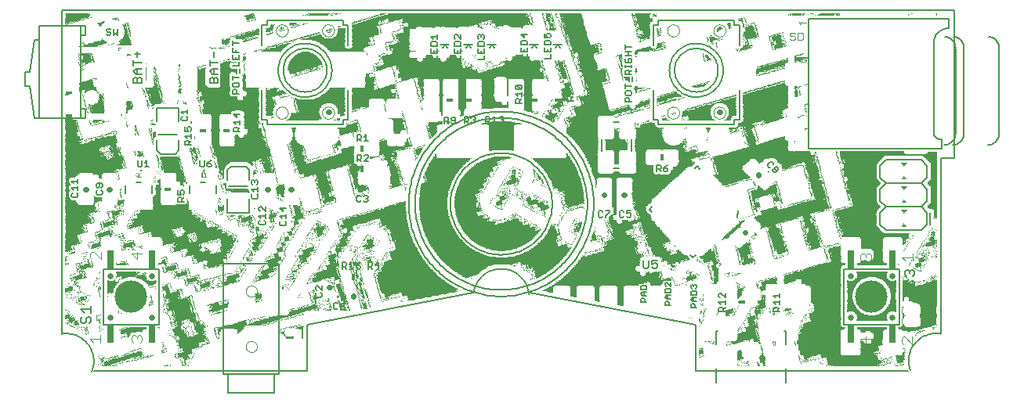
<source format=gto>
G75*
%MOIN*%
%OFA0B0*%
%FSLAX24Y24*%
%IPPOS*%
%LPD*%
%AMOC8*
5,1,8,0,0,1.08239X$1,22.5*
%
%ADD10C,0.0080*%
%ADD11C,0.0079*%
%ADD12R,0.0044X0.0022*%
%ADD13R,0.0065X0.0022*%
%ADD14R,0.0152X0.0022*%
%ADD15R,0.0022X0.0022*%
%ADD16R,0.1960X0.0022*%
%ADD17R,0.0044X0.0022*%
%ADD18R,0.0022X0.0022*%
%ADD19R,0.0109X0.0022*%
%ADD20R,0.0022X0.0022*%
%ADD21R,0.0065X0.0022*%
%ADD22R,0.0087X0.0022*%
%ADD23R,0.2003X0.0022*%
%ADD24R,0.1916X0.0022*%
%ADD25R,0.0239X0.0022*%
%ADD26R,0.0022X0.0022*%
%ADD27R,0.0065X0.0022*%
%ADD28R,0.0087X0.0022*%
%ADD29R,0.1938X0.0022*%
%ADD30R,0.0044X0.0022*%
%ADD31R,0.0109X0.0022*%
%ADD32R,0.0022X0.0022*%
%ADD33R,0.0305X0.0022*%
%ADD34R,0.0065X0.0022*%
%ADD35R,0.0022X0.0022*%
%ADD36R,0.0065X0.0022*%
%ADD37R,0.0087X0.0022*%
%ADD38R,0.2177X0.0022*%
%ADD39R,0.0370X0.0022*%
%ADD40R,0.2199X0.0022*%
%ADD41R,0.0457X0.0022*%
%ADD42R,0.2286X0.0022*%
%ADD43R,0.0544X0.0022*%
%ADD44R,0.2352X0.0022*%
%ADD45R,0.0610X0.0022*%
%ADD46R,0.0196X0.0022*%
%ADD47R,0.2308X0.0022*%
%ADD48R,0.0218X0.0022*%
%ADD49R,0.0087X0.0022*%
%ADD50R,0.0631X0.0022*%
%ADD51R,0.0218X0.0022*%
%ADD52R,0.0044X0.0022*%
%ADD53R,0.0240X0.0022*%
%ADD54R,0.0087X0.0022*%
%ADD55R,0.0566X0.0022*%
%ADD56R,0.0218X0.0022*%
%ADD57R,0.0283X0.0022*%
%ADD58R,0.0109X0.0022*%
%ADD59R,0.0566X0.0022*%
%ADD60R,0.0283X0.0022*%
%ADD61R,0.0109X0.0022*%
%ADD62R,0.0675X0.0022*%
%ADD63R,0.0087X0.0022*%
%ADD64R,0.0044X0.0022*%
%ADD65R,0.0218X0.0022*%
%ADD66R,0.0131X0.0022*%
%ADD67R,0.2286X0.0022*%
%ADD68R,0.0218X0.0022*%
%ADD69R,0.0653X0.0022*%
%ADD70R,0.0152X0.0022*%
%ADD71R,0.0131X0.0022*%
%ADD72R,0.0240X0.0022*%
%ADD73R,0.0719X0.0022*%
%ADD74R,0.0174X0.0022*%
%ADD75R,0.0196X0.0022*%
%ADD76R,0.0174X0.0022*%
%ADD77R,0.2199X0.0022*%
%ADD78R,0.0065X0.0022*%
%ADD79R,0.0610X0.0022*%
%ADD80R,0.0174X0.0022*%
%ADD81R,0.0261X0.0022*%
%ADD82R,0.0174X0.0022*%
%ADD83R,0.0348X0.0022*%
%ADD84R,0.0261X0.0022*%
%ADD85R,0.2177X0.0022*%
%ADD86R,0.0348X0.0022*%
%ADD87R,0.0566X0.0022*%
%ADD88R,0.0131X0.0022*%
%ADD89R,0.0109X0.0022*%
%ADD90R,0.0544X0.0022*%
%ADD91R,0.0196X0.0022*%
%ADD92R,0.0131X0.0022*%
%ADD93R,0.2395X0.0022*%
%ADD94R,0.0457X0.0022*%
%ADD95R,0.0218X0.0022*%
%ADD96R,0.2395X0.0022*%
%ADD97R,0.0370X0.0022*%
%ADD98R,0.0414X0.0022*%
%ADD99R,0.0435X0.0022*%
%ADD100R,0.0697X0.0022*%
%ADD101R,0.0414X0.0022*%
%ADD102R,0.0196X0.0022*%
%ADD103R,0.0523X0.0022*%
%ADD104R,0.0914X0.0022*%
%ADD105R,0.0131X0.0022*%
%ADD106R,0.0653X0.0022*%
%ADD107R,0.0740X0.0022*%
%ADD108R,0.0871X0.0022*%
%ADD109R,0.0675X0.0022*%
%ADD110R,0.0479X0.0022*%
%ADD111R,0.0827X0.0022*%
%ADD112R,0.0893X0.0022*%
%ADD113R,0.0479X0.0022*%
%ADD114R,0.1720X0.0022*%
%ADD115R,0.1742X0.0022*%
%ADD116R,0.0588X0.0022*%
%ADD117R,0.0283X0.0022*%
%ADD118R,0.0196X0.0022*%
%ADD119R,0.1742X0.0022*%
%ADD120R,0.0631X0.0022*%
%ADD121R,0.0239X0.0022*%
%ADD122R,0.0435X0.0022*%
%ADD123R,0.1764X0.0022*%
%ADD124R,0.0348X0.0022*%
%ADD125R,0.0174X0.0022*%
%ADD126R,0.0174X0.0022*%
%ADD127R,0.1764X0.0022*%
%ADD128R,0.0653X0.0022*%
%ADD129R,0.0740X0.0022*%
%ADD130R,0.0152X0.0022*%
%ADD131R,0.1764X0.0022*%
%ADD132R,0.0762X0.0022*%
%ADD133R,0.1785X0.0022*%
%ADD134R,0.0784X0.0022*%
%ADD135R,0.1785X0.0022*%
%ADD136R,0.0784X0.0022*%
%ADD137R,0.0501X0.0022*%
%ADD138R,0.0784X0.0022*%
%ADD139R,0.1785X0.0022*%
%ADD140R,0.0762X0.0022*%
%ADD141R,0.0871X0.0022*%
%ADD142R,0.1807X0.0022*%
%ADD143R,0.0762X0.0022*%
%ADD144R,0.1807X0.0022*%
%ADD145R,0.0893X0.0022*%
%ADD146R,0.1829X0.0022*%
%ADD147R,0.0915X0.0022*%
%ADD148R,0.1829X0.0022*%
%ADD149R,0.0849X0.0022*%
%ADD150R,0.0936X0.0022*%
%ADD151R,0.1851X0.0022*%
%ADD152R,0.0936X0.0022*%
%ADD153R,0.1851X0.0022*%
%ADD154R,0.0523X0.0022*%
%ADD155R,0.0849X0.0022*%
%ADD156R,0.0479X0.0022*%
%ADD157R,0.0915X0.0022*%
%ADD158R,0.1873X0.0022*%
%ADD159R,0.0479X0.0022*%
%ADD160R,0.1002X0.0022*%
%ADD161R,0.0392X0.0022*%
%ADD162R,0.1873X0.0022*%
%ADD163R,0.1045X0.0022*%
%ADD164R,0.0392X0.0022*%
%ADD165R,0.1873X0.0022*%
%ADD166R,0.1154X0.0022*%
%ADD167R,0.0501X0.0022*%
%ADD168R,0.1154X0.0022*%
%ADD169R,0.1132X0.0022*%
%ADD170R,0.0392X0.0022*%
%ADD171R,0.1067X0.0022*%
%ADD172R,0.1067X0.0022*%
%ADD173R,0.0588X0.0022*%
%ADD174R,0.1045X0.0022*%
%ADD175R,0.0653X0.0022*%
%ADD176R,0.0392X0.0022*%
%ADD177R,0.0327X0.0022*%
%ADD178R,0.0392X0.0022*%
%ADD179R,0.0871X0.0022*%
%ADD180R,0.0544X0.0022*%
%ADD181R,0.0827X0.0022*%
%ADD182R,0.0523X0.0022*%
%ADD183R,0.0806X0.0022*%
%ADD184R,0.0457X0.0022*%
%ADD185R,0.0239X0.0022*%
%ADD186R,0.0806X0.0022*%
%ADD187R,0.0370X0.0022*%
%ADD188R,0.0457X0.0022*%
%ADD189R,0.1698X0.0022*%
%ADD190R,0.0588X0.0022*%
%ADD191R,0.0675X0.0022*%
%ADD192R,0.0261X0.0022*%
%ADD193R,0.1698X0.0022*%
%ADD194R,0.0501X0.0022*%
%ADD195R,0.0914X0.0022*%
%ADD196R,0.0457X0.0022*%
%ADD197R,0.0958X0.0022*%
%ADD198R,0.0152X0.0022*%
%ADD199R,0.0348X0.0022*%
%ADD200R,0.0980X0.0022*%
%ADD201R,0.0566X0.0022*%
%ADD202R,0.0958X0.0022*%
%ADD203R,0.0152X0.0022*%
%ADD204R,0.1785X0.0022*%
%ADD205R,0.1067X0.0022*%
%ADD206R,0.0958X0.0022*%
%ADD207R,0.0327X0.0022*%
%ADD208R,0.1894X0.0022*%
%ADD209R,0.1285X0.0022*%
%ADD210R,0.0980X0.0022*%
%ADD211R,0.0871X0.0022*%
%ADD212R,0.1285X0.0022*%
%ADD213R,0.1023X0.0022*%
%ADD214R,0.0849X0.0022*%
%ADD215R,0.1045X0.0022*%
%ADD216R,0.1089X0.0022*%
%ADD217R,0.0719X0.0022*%
%ADD218R,0.1110X0.0022*%
%ADD219R,0.0914X0.0022*%
%ADD220R,0.0479X0.0022*%
%ADD221R,0.0436X0.0022*%
%ADD222R,0.0414X0.0022*%
%ADD223R,0.1633X0.0022*%
%ADD224R,0.0501X0.0022*%
%ADD225R,0.0479X0.0022*%
%ADD226R,0.0109X0.0022*%
%ADD227R,0.0740X0.0022*%
%ADD228R,0.0152X0.0022*%
%ADD229R,0.0305X0.0022*%
%ADD230R,0.1633X0.0022*%
%ADD231R,0.1372X0.0022*%
%ADD232R,0.0283X0.0022*%
%ADD233R,0.0631X0.0022*%
%ADD234R,0.1285X0.0022*%
%ADD235R,0.0305X0.0022*%
%ADD236R,0.1611X0.0022*%
%ADD237R,0.0697X0.0022*%
%ADD238R,0.0305X0.0022*%
%ADD239R,0.0544X0.0022*%
%ADD240R,0.0675X0.0022*%
%ADD241R,0.1568X0.0022*%
%ADD242R,0.0697X0.0022*%
%ADD243R,0.0610X0.0022*%
%ADD244R,0.1546X0.0022*%
%ADD245R,0.1459X0.0022*%
%ADD246R,0.0348X0.0022*%
%ADD247R,0.0653X0.0022*%
%ADD248R,0.1415X0.0022*%
%ADD249R,0.0261X0.0022*%
%ADD250R,0.1350X0.0022*%
%ADD251R,0.1285X0.0022*%
%ADD252R,0.0305X0.0022*%
%ADD253R,0.1328X0.0022*%
%ADD254R,0.1306X0.0022*%
%ADD255R,0.1328X0.0022*%
%ADD256R,0.0610X0.0022*%
%ADD257R,0.1306X0.0022*%
%ADD258R,0.1328X0.0022*%
%ADD259R,0.0915X0.0022*%
%ADD260R,0.1328X0.0022*%
%ADD261R,0.0240X0.0022*%
%ADD262R,0.0631X0.0022*%
%ADD263R,0.1306X0.0022*%
%ADD264R,0.1285X0.0022*%
%ADD265R,0.0719X0.0022*%
%ADD266R,0.0762X0.0022*%
%ADD267R,0.0762X0.0022*%
%ADD268R,0.0936X0.0022*%
%ADD269R,0.1350X0.0022*%
%ADD270R,0.0893X0.0022*%
%ADD271R,0.1350X0.0022*%
%ADD272R,0.0414X0.0022*%
%ADD273R,0.0283X0.0022*%
%ADD274R,0.1285X0.0022*%
%ADD275R,0.1219X0.0022*%
%ADD276R,0.1198X0.0022*%
%ADD277R,0.1154X0.0022*%
%ADD278R,0.1110X0.0022*%
%ADD279R,0.0958X0.0022*%
%ADD280R,0.0936X0.0022*%
%ADD281R,0.1132X0.0022*%
%ADD282R,0.0958X0.0022*%
%ADD283R,0.0544X0.0022*%
%ADD284R,0.0044X0.0022*%
%ADD285R,0.1132X0.0022*%
%ADD286R,0.1132X0.0022*%
%ADD287R,0.0588X0.0022*%
%ADD288R,0.0675X0.0022*%
%ADD289R,0.1154X0.0022*%
%ADD290R,0.0327X0.0022*%
%ADD291R,0.0131X0.0022*%
%ADD292R,0.1176X0.0022*%
%ADD293R,0.1089X0.0022*%
%ADD294R,0.0261X0.0022*%
%ADD295R,0.1089X0.0022*%
%ADD296R,0.0806X0.0022*%
%ADD297R,0.0827X0.0022*%
%ADD298R,0.1002X0.0022*%
%ADD299R,0.1263X0.0022*%
%ADD300R,0.1176X0.0022*%
%ADD301R,0.0196X0.0022*%
%ADD302R,0.1176X0.0022*%
%ADD303R,0.0849X0.0022*%
%ADD304R,0.0806X0.0022*%
%ADD305R,0.1176X0.0022*%
%ADD306R,0.1198X0.0022*%
%ADD307R,0.1198X0.0022*%
%ADD308R,0.1241X0.0022*%
%ADD309R,0.0283X0.0022*%
%ADD310R,0.1459X0.0022*%
%ADD311R,0.1219X0.0022*%
%ADD312R,0.1459X0.0022*%
%ADD313R,0.1655X0.0022*%
%ADD314R,0.1916X0.0022*%
%ADD315R,0.2025X0.0022*%
%ADD316R,0.2156X0.0022*%
%ADD317R,0.3135X0.0022*%
%ADD318R,0.3179X0.0022*%
%ADD319R,0.3223X0.0022*%
%ADD320R,0.3157X0.0022*%
%ADD321R,0.3201X0.0022*%
%ADD322R,0.0414X0.0022*%
%ADD323R,0.3266X0.0022*%
%ADD324R,0.3310X0.0022*%
%ADD325R,0.3266X0.0022*%
%ADD326R,0.3244X0.0022*%
%ADD327R,0.3201X0.0022*%
%ADD328R,0.3135X0.0022*%
%ADD329R,0.3114X0.0022*%
%ADD330R,0.3070X0.0022*%
%ADD331R,0.3658X0.0022*%
%ADD332R,0.1481X0.0022*%
%ADD333R,0.0784X0.0022*%
%ADD334R,0.3027X0.0022*%
%ADD335R,0.3636X0.0022*%
%ADD336R,0.1502X0.0022*%
%ADD337R,0.0784X0.0022*%
%ADD338R,0.3027X0.0022*%
%ADD339R,0.3614X0.0022*%
%ADD340R,0.1502X0.0022*%
%ADD341R,0.2983X0.0022*%
%ADD342R,0.3614X0.0022*%
%ADD343R,0.2961X0.0022*%
%ADD344R,0.3767X0.0022*%
%ADD345R,0.0501X0.0022*%
%ADD346R,0.1677X0.0022*%
%ADD347R,0.2918X0.0022*%
%ADD348R,0.3745X0.0022*%
%ADD349R,0.0653X0.0022*%
%ADD350R,0.1677X0.0022*%
%ADD351R,0.2918X0.0022*%
%ADD352R,0.3723X0.0022*%
%ADD353R,0.1677X0.0022*%
%ADD354R,0.2874X0.0022*%
%ADD355R,0.3723X0.0022*%
%ADD356R,0.0631X0.0022*%
%ADD357R,0.2852X0.0022*%
%ADD358R,0.4485X0.0022*%
%ADD359R,0.4507X0.0022*%
%ADD360R,0.2809X0.0022*%
%ADD361R,0.4268X0.0022*%
%ADD362R,0.0523X0.0022*%
%ADD363R,0.2787X0.0022*%
%ADD364R,0.4289X0.0022*%
%ADD365R,0.2765X0.0022*%
%ADD366R,0.0261X0.0022*%
%ADD367R,0.0327X0.0022*%
%ADD368R,0.2744X0.0022*%
%ADD369R,0.4202X0.0022*%
%ADD370R,0.2417X0.0022*%
%ADD371R,0.2722X0.0022*%
%ADD372R,0.4159X0.0022*%
%ADD373R,0.2417X0.0022*%
%ADD374R,0.2700X0.0022*%
%ADD375R,0.4115X0.0022*%
%ADD376R,0.2417X0.0022*%
%ADD377R,0.2635X0.0022*%
%ADD378R,0.4094X0.0022*%
%ADD379R,0.2591X0.0022*%
%ADD380R,0.4050X0.0022*%
%ADD381R,0.0980X0.0022*%
%ADD382R,0.2569X0.0022*%
%ADD383R,0.4028X0.0022*%
%ADD384R,0.2613X0.0022*%
%ADD385R,0.3244X0.0022*%
%ADD386R,0.2613X0.0022*%
%ADD387R,0.3179X0.0022*%
%ADD388R,0.2330X0.0022*%
%ADD389R,0.0435X0.0022*%
%ADD390R,0.2504X0.0022*%
%ADD391R,0.3157X0.0022*%
%ADD392R,0.0610X0.0022*%
%ADD393R,0.2308X0.0022*%
%ADD394R,0.0958X0.0022*%
%ADD395R,0.2482X0.0022*%
%ADD396R,0.0806X0.0022*%
%ADD397R,0.3114X0.0022*%
%ADD398R,0.2177X0.0022*%
%ADD399R,0.2460X0.0022*%
%ADD400R,0.3092X0.0022*%
%ADD401R,0.2090X0.0022*%
%ADD402R,0.3070X0.0022*%
%ADD403R,0.2047X0.0022*%
%ADD404R,0.2439X0.0022*%
%ADD405R,0.0523X0.0022*%
%ADD406R,0.3048X0.0022*%
%ADD407R,0.2286X0.0022*%
%ADD408R,0.1023X0.0022*%
%ADD409R,0.3027X0.0022*%
%ADD410R,0.1960X0.0022*%
%ADD411R,0.2243X0.0022*%
%ADD412R,0.3005X0.0022*%
%ADD413R,0.2852X0.0022*%
%ADD414R,0.0588X0.0022*%
%ADD415R,0.2199X0.0022*%
%ADD416R,0.1198X0.0022*%
%ADD417R,0.2787X0.0022*%
%ADD418R,0.2156X0.0022*%
%ADD419R,0.1241X0.0022*%
%ADD420R,0.2765X0.0022*%
%ADD421R,0.1611X0.0022*%
%ADD422R,0.1372X0.0022*%
%ADD423R,0.1546X0.0022*%
%ADD424R,0.2134X0.0022*%
%ADD425R,0.1437X0.0022*%
%ADD426R,0.2678X0.0022*%
%ADD427R,0.1394X0.0022*%
%ADD428R,0.2090X0.0022*%
%ADD429R,0.1502X0.0022*%
%ADD430R,0.2656X0.0022*%
%ADD431R,0.1372X0.0022*%
%ADD432R,0.2069X0.0022*%
%ADD433R,0.1568X0.0022*%
%ADD434R,0.2635X0.0022*%
%ADD435R,0.2025X0.0022*%
%ADD436R,0.1633X0.0022*%
%ADD437R,0.1938X0.0022*%
%ADD438R,0.1698X0.0022*%
%ADD439R,0.1851X0.0022*%
%ADD440R,0.1154X0.0022*%
%ADD441R,0.2656X0.0022*%
%ADD442R,0.1176X0.0022*%
%ADD443R,0.1960X0.0022*%
%ADD444R,0.2744X0.0022*%
%ADD445R,0.1002X0.0022*%
%ADD446R,0.1894X0.0022*%
%ADD447R,0.1981X0.0022*%
%ADD448R,0.2744X0.0022*%
%ADD449R,0.1176X0.0022*%
%ADD450R,0.2700X0.0022*%
%ADD451R,0.2852X0.0022*%
%ADD452R,0.2678X0.0022*%
%ADD453R,0.3005X0.0022*%
%ADD454R,0.2656X0.0022*%
%ADD455R,0.1524X0.0022*%
%ADD456R,0.3135X0.0022*%
%ADD457R,0.2635X0.0022*%
%ADD458R,0.1720X0.0022*%
%ADD459R,0.4943X0.0022*%
%ADD460R,0.2613X0.0022*%
%ADD461R,0.0980X0.0022*%
%ADD462R,0.4986X0.0022*%
%ADD463R,0.2591X0.0022*%
%ADD464R,0.1589X0.0022*%
%ADD465R,0.5030X0.0022*%
%ADD466R,0.2569X0.0022*%
%ADD467R,0.5073X0.0022*%
%ADD468R,0.2526X0.0022*%
%ADD469R,0.1437X0.0022*%
%ADD470R,0.5117X0.0022*%
%ADD471R,0.0980X0.0022*%
%ADD472R,0.5160X0.0022*%
%ADD473R,0.2548X0.0022*%
%ADD474R,0.1241X0.0022*%
%ADD475R,0.5204X0.0022*%
%ADD476R,0.5248X0.0022*%
%ADD477R,0.2526X0.0022*%
%ADD478R,0.1132X0.0022*%
%ADD479R,0.1394X0.0022*%
%ADD480R,0.1328X0.0022*%
%ADD481R,0.5291X0.0022*%
%ADD482R,0.2548X0.0022*%
%ADD483R,0.1110X0.0022*%
%ADD484R,0.0457X0.0022*%
%ADD485R,0.1394X0.0022*%
%ADD486R,0.2548X0.0022*%
%ADD487R,0.1372X0.0022*%
%ADD488R,0.1306X0.0022*%
%ADD489R,0.2243X0.0022*%
%ADD490R,0.2264X0.0022*%
%ADD491R,0.2330X0.0022*%
%ADD492R,0.1350X0.0022*%
%ADD493R,0.1306X0.0022*%
%ADD494R,0.2090X0.0022*%
%ADD495R,0.2286X0.0022*%
%ADD496R,0.1350X0.0022*%
%ADD497R,0.1263X0.0022*%
%ADD498R,0.2047X0.0022*%
%ADD499R,0.1263X0.0022*%
%ADD500R,0.2003X0.0022*%
%ADD501R,0.2221X0.0022*%
%ADD502R,0.1655X0.0022*%
%ADD503R,0.1938X0.0022*%
%ADD504R,0.1067X0.0022*%
%ADD505R,0.0566X0.0022*%
%ADD506R,0.1241X0.0022*%
%ADD507R,0.1916X0.0022*%
%ADD508R,0.1807X0.0022*%
%ADD509R,0.0414X0.0022*%
%ADD510R,0.1568X0.0022*%
%ADD511R,0.0370X0.0022*%
%ADD512R,0.1524X0.0022*%
%ADD513R,0.0806X0.0022*%
%ADD514R,0.1219X0.0022*%
%ADD515R,0.1764X0.0022*%
%ADD516R,0.0305X0.0022*%
%ADD517R,0.1742X0.0022*%
%ADD518R,0.1677X0.0022*%
%ADD519R,0.1023X0.0022*%
%ADD520R,0.0501X0.0022*%
%ADD521R,0.1655X0.0022*%
%ADD522R,0.1633X0.0022*%
%ADD523R,0.1415X0.0022*%
%ADD524R,0.1481X0.0022*%
%ADD525R,0.1590X0.0022*%
%ADD526R,0.1546X0.0022*%
%ADD527R,0.0893X0.0022*%
%ADD528R,0.1590X0.0022*%
%ADD529R,0.1720X0.0022*%
%ADD530R,0.0871X0.0022*%
%ADD531R,0.1546X0.0022*%
%ADD532R,0.1894X0.0022*%
%ADD533R,0.0893X0.0022*%
%ADD534R,0.1328X0.0022*%
%ADD535R,0.0936X0.0022*%
%ADD536R,0.2069X0.0022*%
%ADD537R,0.2112X0.0022*%
%ADD538R,0.2199X0.0022*%
%ADD539R,0.1415X0.0022*%
%ADD540R,0.2243X0.0022*%
%ADD541R,0.0327X0.0022*%
%ADD542R,0.2330X0.0022*%
%ADD543R,0.2373X0.0022*%
%ADD544R,0.0588X0.0022*%
%ADD545R,0.2417X0.0022*%
%ADD546R,0.0523X0.0022*%
%ADD547R,0.2504X0.0022*%
%ADD548R,0.2722X0.0022*%
%ADD549R,0.2765X0.0022*%
%ADD550R,0.1394X0.0022*%
%ADD551R,0.2831X0.0022*%
%ADD552R,0.2744X0.0022*%
%ADD553R,0.0871X0.0022*%
%ADD554R,0.1372X0.0022*%
%ADD555R,0.2852X0.0022*%
%ADD556R,0.0893X0.0022*%
%ADD557R,0.2852X0.0022*%
%ADD558R,0.2896X0.0022*%
%ADD559R,0.2940X0.0022*%
%ADD560R,0.2983X0.0022*%
%ADD561R,0.2831X0.0022*%
%ADD562R,0.3027X0.0022*%
%ADD563R,0.2831X0.0022*%
%ADD564R,0.0827X0.0022*%
%ADD565R,0.1720X0.0022*%
%ADD566R,0.0936X0.0022*%
%ADD567R,0.0827X0.0022*%
%ADD568R,0.1350X0.0022*%
%ADD569R,0.0566X0.0022*%
%ADD570R,0.0827X0.0022*%
%ADD571R,0.0327X0.0022*%
%ADD572R,0.1698X0.0022*%
%ADD573R,0.3201X0.0022*%
%ADD574R,0.1568X0.0022*%
%ADD575R,0.3092X0.0022*%
%ADD576R,0.3070X0.0022*%
%ADD577R,0.3114X0.0022*%
%ADD578R,0.3114X0.0022*%
%ADD579R,0.1611X0.0022*%
%ADD580R,0.1677X0.0022*%
%ADD581R,0.1481X0.0022*%
%ADD582R,0.3114X0.0022*%
%ADD583R,0.1655X0.0022*%
%ADD584R,0.2939X0.0022*%
%ADD585R,0.1677X0.0022*%
%ADD586R,0.2939X0.0022*%
%ADD587R,0.2961X0.0022*%
%ADD588R,0.2765X0.0022*%
%ADD589R,0.2961X0.0022*%
%ADD590R,0.1633X0.0022*%
%ADD591R,0.3092X0.0022*%
%ADD592R,0.1263X0.0022*%
%ADD593R,0.1524X0.0022*%
%ADD594R,0.0980X0.0022*%
%ADD595R,0.1546X0.0022*%
%ADD596R,0.1241X0.0022*%
%ADD597R,0.3048X0.0022*%
%ADD598R,0.1611X0.0022*%
%ADD599R,0.1219X0.0022*%
%ADD600R,0.1263X0.0022*%
%ADD601R,0.1524X0.0022*%
%ADD602R,0.2874X0.0022*%
%ADD603R,0.1241X0.0022*%
%ADD604R,0.1589X0.0022*%
%ADD605R,0.1589X0.0022*%
%ADD606R,0.2504X0.0022*%
%ADD607R,0.2395X0.0022*%
%ADD608R,0.2460X0.0022*%
%ADD609R,0.2395X0.0022*%
%ADD610R,0.1198X0.0022*%
%ADD611R,0.2482X0.0022*%
%ADD612R,0.2482X0.0022*%
%ADD613R,0.2134X0.0022*%
%ADD614R,0.1894X0.0022*%
%ADD615R,0.2112X0.0022*%
%ADD616R,0.2482X0.0022*%
%ADD617R,0.2025X0.0022*%
%ADD618R,0.1219X0.0022*%
%ADD619R,0.2156X0.0022*%
%ADD620R,0.1655X0.0022*%
%ADD621R,0.1916X0.0022*%
%ADD622R,0.1764X0.0022*%
%ADD623R,0.2373X0.0022*%
%ADD624R,0.1785X0.0022*%
%ADD625R,0.1785X0.0022*%
%ADD626R,0.1807X0.0022*%
%ADD627R,0.0436X0.0022*%
%ADD628R,0.2221X0.0022*%
%ADD629R,0.1524X0.0022*%
%ADD630R,0.1720X0.0022*%
%ADD631R,0.1633X0.0022*%
%ADD632R,0.1067X0.0022*%
%ADD633R,0.1067X0.0022*%
%ADD634R,0.1263X0.0022*%
%ADD635R,0.1502X0.0022*%
%ADD636R,0.0392X0.0022*%
%ADD637R,0.1698X0.0022*%
%ADD638R,0.0849X0.0022*%
%ADD639R,0.1372X0.0022*%
%ADD640R,0.3484X0.0022*%
%ADD641R,0.1306X0.0022*%
%ADD642R,0.3506X0.0022*%
%ADD643R,0.3527X0.0022*%
%ADD644R,0.3593X0.0022*%
%ADD645R,0.1437X0.0022*%
%ADD646R,0.3636X0.0022*%
%ADD647R,0.3680X0.0022*%
%ADD648R,0.1394X0.0022*%
%ADD649R,0.1415X0.0022*%
%ADD650R,0.2134X0.0022*%
%ADD651R,0.1415X0.0022*%
%ADD652R,0.1437X0.0022*%
%ADD653R,0.1023X0.0022*%
%ADD654R,0.2352X0.0022*%
%ADD655R,0.1415X0.0022*%
%ADD656R,0.1394X0.0022*%
%ADD657R,0.2417X0.0022*%
%ADD658R,0.2417X0.0022*%
%ADD659R,0.2112X0.0022*%
%ADD660R,0.2395X0.0022*%
%ADD661R,0.2265X0.0022*%
%ADD662R,0.1437X0.0022*%
%ADD663R,0.2439X0.0022*%
%ADD664R,0.1655X0.0022*%
%ADD665R,0.2439X0.0022*%
%ADD666R,0.0849X0.0022*%
%ADD667R,0.1546X0.0022*%
%ADD668R,0.4202X0.0022*%
%ADD669R,0.4115X0.0022*%
%ADD670R,0.2352X0.0022*%
%ADD671R,0.4268X0.0022*%
%ADD672R,0.1524X0.0022*%
%ADD673R,0.2439X0.0022*%
%ADD674R,0.4115X0.0022*%
%ADD675R,0.4115X0.0022*%
%ADD676R,0.2439X0.0022*%
%ADD677R,0.3832X0.0022*%
%ADD678R,0.4115X0.0022*%
%ADD679R,0.3745X0.0022*%
%ADD680R,0.4115X0.0022*%
%ADD681R,0.2308X0.0022*%
%ADD682R,0.3571X0.0022*%
%ADD683R,0.2330X0.0022*%
%ADD684R,0.3506X0.0022*%
%ADD685R,0.3419X0.0022*%
%ADD686R,0.3331X0.0022*%
%ADD687R,0.2591X0.0022*%
%ADD688R,0.2744X0.0022*%
%ADD689R,0.2373X0.0022*%
%ADD690R,0.2069X0.0022*%
%ADD691R,0.1981X0.0022*%
%ADD692R,0.2047X0.0022*%
%ADD693R,0.1590X0.0022*%
%ADD694R,0.2047X0.0022*%
%ADD695R,0.1698X0.0022*%
%ADD696R,0.0610X0.0022*%
%ADD697R,0.0436X0.0022*%
%ADD698R,0.0631X0.0022*%
%ADD699R,0.1002X0.0022*%
%ADD700R,0.1742X0.0022*%
%ADD701R,0.1198X0.0022*%
%ADD702R,0.1981X0.0022*%
%ADD703R,0.2373X0.0022*%
%ADD704R,0.2352X0.0022*%
%ADD705R,0.2352X0.0022*%
%ADD706R,0.2373X0.0022*%
%ADD707R,0.1132X0.0022*%
%ADD708R,0.2090X0.0022*%
%ADD709R,0.1459X0.0022*%
%ADD710R,0.0784X0.0022*%
%ADD711R,0.1219X0.0022*%
%ADD712R,0.0762X0.0022*%
%ADD713R,0.0370X0.0022*%
%ADD714R,0.4159X0.0022*%
%ADD715R,0.6227X0.0022*%
%ADD716R,0.6227X0.0022*%
%ADD717R,0.6206X0.0022*%
%ADD718R,0.6206X0.0022*%
%ADD719R,0.6206X0.0022*%
%ADD720R,0.6118X0.0022*%
%ADD721R,0.3353X0.0022*%
%ADD722R,0.3353X0.0022*%
%ADD723R,0.3310X0.0022*%
%ADD724R,0.2243X0.0022*%
%ADD725R,0.1981X0.0022*%
%ADD726R,0.2831X0.0022*%
%ADD727R,0.3353X0.0022*%
%ADD728R,0.3331X0.0022*%
%ADD729R,0.3331X0.0022*%
%ADD730R,0.3331X0.0022*%
%ADD731R,0.1568X0.0022*%
%ADD732R,0.1481X0.0022*%
%ADD733R,0.1437X0.0022*%
%ADD734R,0.1023X0.0022*%
%ADD735R,0.0544X0.0022*%
%ADD736R,0.2809X0.0022*%
%ADD737R,0.3027X0.0022*%
%ADD738R,0.3397X0.0022*%
%ADD739R,0.3419X0.0022*%
%ADD740R,0.3810X0.0022*%
%ADD741R,0.5444X0.0022*%
%ADD742R,0.5422X0.0022*%
%ADD743R,0.6641X0.0022*%
%ADD744R,0.6576X0.0022*%
%ADD745R,0.6445X0.0022*%
%ADD746R,0.6380X0.0022*%
%ADD747R,0.6249X0.0022*%
%ADD748R,0.6140X0.0022*%
%ADD749R,0.6053X0.0022*%
%ADD750R,0.5988X0.0022*%
%ADD751R,0.0740X0.0022*%
%ADD752R,0.5944X0.0022*%
%ADD753R,0.5857X0.0022*%
%ADD754R,0.5814X0.0022*%
%ADD755R,0.0300X0.0180*%
%ADD756C,0.0050*%
%ADD757C,0.0220*%
%ADD758R,0.0180X0.0300*%
%ADD759C,0.0010*%
%ADD760C,0.0060*%
%ADD761C,0.0000*%
%ADD762C,0.0252*%
%ADD763C,0.1377*%
%ADD764C,0.0040*%
%ADD765R,0.0276X0.0787*%
D10*
X002576Y003078D02*
X002646Y003078D01*
X002716Y003148D01*
X002716Y003289D01*
X002786Y003359D01*
X002856Y003359D01*
X002927Y003289D01*
X002927Y003148D01*
X002856Y003078D01*
X002576Y003078D02*
X002506Y003148D01*
X002506Y003289D01*
X002576Y003359D01*
X002646Y003539D02*
X002506Y003679D01*
X002927Y003679D01*
X002927Y003539D02*
X002927Y003819D01*
X008730Y007798D02*
X008730Y008389D01*
X008263Y008613D02*
X008263Y008952D01*
X007808Y009102D02*
X007597Y009102D01*
X007143Y008952D02*
X007143Y008613D01*
X008730Y009176D02*
X008730Y009609D01*
X008888Y009767D01*
X009518Y009767D01*
X009675Y009609D01*
X009675Y009176D01*
X009675Y008389D02*
X009675Y007798D01*
X008730Y007798D01*
X005513Y008613D02*
X005513Y008952D01*
X005058Y009102D02*
X004847Y009102D01*
X004393Y008952D02*
X004393Y008613D01*
X005888Y010298D02*
X005730Y010456D01*
X005730Y010889D01*
X005888Y010298D02*
X006518Y010298D01*
X006675Y010456D01*
X006675Y010889D01*
X006675Y011676D02*
X006675Y012267D01*
X005730Y012267D01*
X005730Y011676D01*
X010211Y011759D02*
X010211Y013019D01*
X011116Y013865D02*
X011118Y013925D01*
X011124Y013986D01*
X011134Y014045D01*
X011148Y014104D01*
X011165Y014162D01*
X011186Y014219D01*
X011211Y014274D01*
X011240Y014327D01*
X011272Y014379D01*
X011307Y014428D01*
X011346Y014475D01*
X011387Y014519D01*
X011431Y014560D01*
X011478Y014599D01*
X011527Y014634D01*
X011578Y014666D01*
X011632Y014695D01*
X011687Y014720D01*
X011744Y014741D01*
X011802Y014758D01*
X011861Y014772D01*
X011920Y014782D01*
X011981Y014788D01*
X012041Y014790D01*
X012101Y014788D01*
X012162Y014782D01*
X012221Y014772D01*
X012280Y014758D01*
X012338Y014741D01*
X012395Y014720D01*
X012450Y014695D01*
X012503Y014666D01*
X012555Y014634D01*
X012604Y014599D01*
X012651Y014560D01*
X012695Y014519D01*
X012736Y014475D01*
X012775Y014428D01*
X012810Y014379D01*
X012842Y014328D01*
X012871Y014274D01*
X012896Y014219D01*
X012917Y014162D01*
X012934Y014104D01*
X012948Y014045D01*
X012958Y013986D01*
X012964Y013925D01*
X012966Y013865D01*
X012964Y013805D01*
X012958Y013744D01*
X012948Y013685D01*
X012934Y013626D01*
X012917Y013568D01*
X012896Y013511D01*
X012871Y013456D01*
X012842Y013403D01*
X012810Y013351D01*
X012775Y013302D01*
X012736Y013255D01*
X012695Y013211D01*
X012651Y013170D01*
X012604Y013131D01*
X012555Y013096D01*
X012504Y013064D01*
X012450Y013035D01*
X012395Y013010D01*
X012338Y012989D01*
X012280Y012972D01*
X012221Y012958D01*
X012162Y012948D01*
X012101Y012942D01*
X012041Y012940D01*
X011981Y012942D01*
X011920Y012948D01*
X011861Y012958D01*
X011802Y012972D01*
X011744Y012989D01*
X011687Y013010D01*
X011632Y013035D01*
X011579Y013064D01*
X011527Y013096D01*
X011478Y013131D01*
X011431Y013170D01*
X011387Y013211D01*
X011346Y013255D01*
X011307Y013302D01*
X011272Y013351D01*
X011240Y013402D01*
X011211Y013456D01*
X011186Y013511D01*
X011165Y013568D01*
X011148Y013626D01*
X011134Y013685D01*
X011124Y013744D01*
X011118Y013805D01*
X011116Y013865D01*
X010899Y013865D02*
X010901Y013932D01*
X010907Y013999D01*
X010917Y014065D01*
X010930Y014131D01*
X010948Y014196D01*
X010969Y014259D01*
X010994Y014321D01*
X011023Y014382D01*
X011055Y014441D01*
X011090Y014498D01*
X011129Y014552D01*
X011171Y014605D01*
X011216Y014655D01*
X011264Y014702D01*
X011314Y014746D01*
X011367Y014787D01*
X011422Y014825D01*
X011480Y014860D01*
X011539Y014891D01*
X011600Y014918D01*
X011663Y014943D01*
X011727Y014963D01*
X011792Y014979D01*
X011857Y014992D01*
X011924Y015001D01*
X011991Y015006D01*
X012058Y015007D01*
X012125Y015004D01*
X012191Y014997D01*
X012258Y014986D01*
X012323Y014972D01*
X012388Y014953D01*
X012451Y014931D01*
X012513Y014905D01*
X012573Y014876D01*
X012631Y014843D01*
X012688Y014806D01*
X012742Y014767D01*
X012793Y014724D01*
X012843Y014678D01*
X012889Y014630D01*
X012932Y014579D01*
X012973Y014525D01*
X013010Y014470D01*
X013044Y014412D01*
X013074Y014352D01*
X013101Y014290D01*
X013124Y014227D01*
X013143Y014163D01*
X013159Y014098D01*
X013171Y014032D01*
X013179Y013965D01*
X013183Y013899D01*
X013183Y013831D01*
X013179Y013765D01*
X013171Y013698D01*
X013159Y013632D01*
X013143Y013567D01*
X013124Y013503D01*
X013101Y013440D01*
X013074Y013378D01*
X013044Y013318D01*
X013010Y013260D01*
X012973Y013205D01*
X012932Y013151D01*
X012889Y013100D01*
X012843Y013052D01*
X012793Y013006D01*
X012742Y012963D01*
X012688Y012924D01*
X012631Y012887D01*
X012573Y012854D01*
X012513Y012825D01*
X012451Y012799D01*
X012388Y012777D01*
X012323Y012758D01*
X012258Y012744D01*
X012191Y012733D01*
X012125Y012726D01*
X012058Y012723D01*
X011991Y012724D01*
X011924Y012729D01*
X011857Y012738D01*
X011792Y012751D01*
X011727Y012767D01*
X011663Y012787D01*
X011600Y012812D01*
X011539Y012839D01*
X011480Y012870D01*
X011422Y012905D01*
X011367Y012943D01*
X011314Y012984D01*
X011264Y013028D01*
X011216Y013075D01*
X011171Y013125D01*
X011129Y013178D01*
X011090Y013232D01*
X011055Y013289D01*
X011023Y013348D01*
X010994Y013409D01*
X010969Y013471D01*
X010948Y013534D01*
X010930Y013599D01*
X010917Y013665D01*
X010907Y013731D01*
X010901Y013798D01*
X010899Y013865D01*
X010211Y014908D02*
X010211Y015775D01*
X010427Y015775D01*
X010427Y015991D01*
X013656Y015991D01*
X013656Y015775D01*
X013872Y015775D01*
X013872Y014908D01*
X013872Y013019D02*
X013872Y011759D01*
X013656Y011759D01*
X013656Y011542D01*
X010427Y011542D01*
X010427Y011759D01*
X010211Y011759D01*
X017809Y014953D02*
X017990Y014953D01*
X018082Y014831D01*
X018171Y014953D02*
X017990Y014953D01*
X017980Y014946D02*
X017904Y014831D01*
X018809Y014953D02*
X018990Y014953D01*
X019082Y014831D01*
X019171Y014953D02*
X018990Y014953D01*
X018980Y014946D02*
X018904Y014831D01*
X019809Y014953D02*
X019990Y014953D01*
X020082Y014831D01*
X020171Y014953D02*
X019990Y014953D01*
X019980Y014946D02*
X019904Y014831D01*
X021609Y014953D02*
X021790Y014953D01*
X021882Y014831D01*
X021971Y014953D02*
X021790Y014953D01*
X021780Y014946D02*
X021704Y014831D01*
X022609Y014953D02*
X022790Y014953D01*
X022882Y014831D01*
X022971Y014953D02*
X022790Y014953D01*
X022780Y014946D02*
X022704Y014831D01*
X026856Y014908D02*
X026856Y015775D01*
X027073Y015775D01*
X027073Y015991D01*
X030301Y015991D01*
X030301Y015775D01*
X030518Y015775D01*
X030518Y014908D01*
X027762Y013865D02*
X027764Y013925D01*
X027770Y013986D01*
X027780Y014045D01*
X027794Y014104D01*
X027811Y014162D01*
X027832Y014219D01*
X027857Y014274D01*
X027886Y014327D01*
X027918Y014379D01*
X027953Y014428D01*
X027992Y014475D01*
X028033Y014519D01*
X028077Y014560D01*
X028124Y014599D01*
X028173Y014634D01*
X028224Y014666D01*
X028278Y014695D01*
X028333Y014720D01*
X028390Y014741D01*
X028448Y014758D01*
X028507Y014772D01*
X028566Y014782D01*
X028627Y014788D01*
X028687Y014790D01*
X028747Y014788D01*
X028808Y014782D01*
X028867Y014772D01*
X028926Y014758D01*
X028984Y014741D01*
X029041Y014720D01*
X029096Y014695D01*
X029149Y014666D01*
X029201Y014634D01*
X029250Y014599D01*
X029297Y014560D01*
X029341Y014519D01*
X029382Y014475D01*
X029421Y014428D01*
X029456Y014379D01*
X029488Y014328D01*
X029517Y014274D01*
X029542Y014219D01*
X029563Y014162D01*
X029580Y014104D01*
X029594Y014045D01*
X029604Y013986D01*
X029610Y013925D01*
X029612Y013865D01*
X029610Y013805D01*
X029604Y013744D01*
X029594Y013685D01*
X029580Y013626D01*
X029563Y013568D01*
X029542Y013511D01*
X029517Y013456D01*
X029488Y013403D01*
X029456Y013351D01*
X029421Y013302D01*
X029382Y013255D01*
X029341Y013211D01*
X029297Y013170D01*
X029250Y013131D01*
X029201Y013096D01*
X029150Y013064D01*
X029096Y013035D01*
X029041Y013010D01*
X028984Y012989D01*
X028926Y012972D01*
X028867Y012958D01*
X028808Y012948D01*
X028747Y012942D01*
X028687Y012940D01*
X028627Y012942D01*
X028566Y012948D01*
X028507Y012958D01*
X028448Y012972D01*
X028390Y012989D01*
X028333Y013010D01*
X028278Y013035D01*
X028225Y013064D01*
X028173Y013096D01*
X028124Y013131D01*
X028077Y013170D01*
X028033Y013211D01*
X027992Y013255D01*
X027953Y013302D01*
X027918Y013351D01*
X027886Y013402D01*
X027857Y013456D01*
X027832Y013511D01*
X027811Y013568D01*
X027794Y013626D01*
X027780Y013685D01*
X027770Y013744D01*
X027764Y013805D01*
X027762Y013865D01*
X027545Y013865D02*
X027547Y013932D01*
X027553Y013999D01*
X027563Y014065D01*
X027576Y014131D01*
X027594Y014196D01*
X027615Y014259D01*
X027640Y014321D01*
X027669Y014382D01*
X027701Y014441D01*
X027736Y014498D01*
X027775Y014552D01*
X027817Y014605D01*
X027862Y014655D01*
X027910Y014702D01*
X027960Y014746D01*
X028013Y014787D01*
X028068Y014825D01*
X028126Y014860D01*
X028185Y014891D01*
X028246Y014918D01*
X028309Y014943D01*
X028373Y014963D01*
X028438Y014979D01*
X028503Y014992D01*
X028570Y015001D01*
X028637Y015006D01*
X028704Y015007D01*
X028771Y015004D01*
X028837Y014997D01*
X028904Y014986D01*
X028969Y014972D01*
X029034Y014953D01*
X029097Y014931D01*
X029159Y014905D01*
X029219Y014876D01*
X029277Y014843D01*
X029334Y014806D01*
X029388Y014767D01*
X029439Y014724D01*
X029489Y014678D01*
X029535Y014630D01*
X029578Y014579D01*
X029619Y014525D01*
X029656Y014470D01*
X029690Y014412D01*
X029720Y014352D01*
X029747Y014290D01*
X029770Y014227D01*
X029789Y014163D01*
X029805Y014098D01*
X029817Y014032D01*
X029825Y013965D01*
X029829Y013899D01*
X029829Y013831D01*
X029825Y013765D01*
X029817Y013698D01*
X029805Y013632D01*
X029789Y013567D01*
X029770Y013503D01*
X029747Y013440D01*
X029720Y013378D01*
X029690Y013318D01*
X029656Y013260D01*
X029619Y013205D01*
X029578Y013151D01*
X029535Y013100D01*
X029489Y013052D01*
X029439Y013006D01*
X029388Y012963D01*
X029334Y012924D01*
X029277Y012887D01*
X029219Y012854D01*
X029159Y012825D01*
X029097Y012799D01*
X029034Y012777D01*
X028969Y012758D01*
X028904Y012744D01*
X028837Y012733D01*
X028771Y012726D01*
X028704Y012723D01*
X028637Y012724D01*
X028570Y012729D01*
X028503Y012738D01*
X028438Y012751D01*
X028373Y012767D01*
X028309Y012787D01*
X028246Y012812D01*
X028185Y012839D01*
X028126Y012870D01*
X028068Y012905D01*
X028013Y012943D01*
X027960Y012984D01*
X027910Y013028D01*
X027862Y013075D01*
X027817Y013125D01*
X027775Y013178D01*
X027736Y013232D01*
X027701Y013289D01*
X027669Y013348D01*
X027640Y013409D01*
X027615Y013471D01*
X027594Y013534D01*
X027576Y013599D01*
X027563Y013665D01*
X027553Y013731D01*
X027547Y013798D01*
X027545Y013865D01*
X026856Y013019D02*
X026856Y011759D01*
X027073Y011759D01*
X027073Y011542D01*
X030301Y011542D01*
X030301Y011759D01*
X030518Y011759D01*
X030518Y013019D01*
X025923Y010912D02*
X025923Y010440D01*
X025411Y009692D02*
X025175Y009692D01*
X024663Y010440D02*
X024663Y010912D01*
X025175Y011660D02*
X025411Y011660D01*
X028619Y009676D02*
X028736Y009782D01*
X028841Y009665D01*
X026805Y008043D02*
X026688Y007938D01*
X026793Y007821D01*
X028426Y006007D02*
X028532Y005890D01*
X028649Y005995D01*
X030434Y007602D02*
X030448Y007880D01*
X036506Y007792D02*
X036506Y007292D01*
X036756Y007042D01*
X038256Y007042D01*
X038506Y007292D01*
X038506Y007792D01*
X038256Y008042D01*
X036756Y008042D01*
X036506Y008292D01*
X036506Y008792D01*
X036756Y009042D01*
X038256Y009042D01*
X038506Y009292D01*
X038506Y009792D01*
X038256Y010042D01*
X036756Y010042D01*
X036506Y009792D01*
X036506Y009292D01*
X036756Y009042D01*
X038256Y009042D02*
X038506Y008792D01*
X038506Y008292D01*
X038256Y008042D01*
X038638Y007792D02*
X038638Y007292D01*
X036756Y008042D02*
X036506Y007792D01*
X037619Y005360D02*
X037689Y005360D01*
X037759Y005290D01*
X037829Y005360D01*
X037899Y005360D01*
X037969Y005290D01*
X037969Y005150D01*
X037899Y005080D01*
X037899Y004900D02*
X037969Y004830D01*
X037969Y004690D01*
X037899Y004620D01*
X037759Y004690D02*
X037759Y004830D01*
X037829Y004900D01*
X037899Y004900D01*
X037759Y004690D02*
X037689Y004620D01*
X037619Y004620D01*
X037549Y004690D01*
X037549Y004830D01*
X037619Y004900D01*
X037619Y005080D02*
X037549Y005150D01*
X037549Y005290D01*
X037619Y005360D01*
X037759Y005290D02*
X037759Y005220D01*
X039679Y016424D02*
X001687Y016424D01*
D11*
X001682Y002634D02*
X001749Y002643D01*
X001817Y002648D01*
X001884Y002649D01*
X001952Y002646D01*
X002019Y002640D01*
X002086Y002629D01*
X002152Y002615D01*
X002217Y002597D01*
X002281Y002575D01*
X002344Y002550D01*
X002405Y002521D01*
X002464Y002489D01*
X002522Y002453D01*
X002577Y002414D01*
X002630Y002373D01*
X002681Y002328D01*
X002728Y002280D01*
X002774Y002230D01*
X002816Y002177D01*
X002855Y002122D01*
X002891Y002064D01*
X002923Y002005D01*
X002952Y001944D01*
X002978Y001881D01*
X003000Y001818D01*
X003018Y001752D01*
X003032Y001686D01*
X003043Y001620D01*
X003050Y001552D01*
X003053Y001485D01*
X003052Y001417D01*
X003047Y001350D01*
X003039Y001283D01*
X003026Y001217D01*
X003010Y001151D01*
X002990Y001086D01*
X002967Y001023D01*
X003065Y001070D02*
X012120Y001070D01*
X012120Y003038D01*
X019203Y004382D01*
X019211Y004376D02*
X019221Y004443D01*
X019236Y004509D01*
X019254Y004575D01*
X019276Y004639D01*
X019302Y004701D01*
X019331Y004763D01*
X019363Y004822D01*
X019399Y004879D01*
X019438Y004935D01*
X019481Y004988D01*
X019526Y005038D01*
X019574Y005086D01*
X019624Y005131D01*
X019678Y005173D01*
X019733Y005212D01*
X019791Y005247D01*
X019850Y005280D01*
X019911Y005309D01*
X019974Y005334D01*
X020038Y005355D01*
X020104Y005373D01*
X020170Y005387D01*
X020237Y005398D01*
X020304Y005404D01*
X020372Y005407D01*
X020440Y005406D01*
X020507Y005401D01*
X020574Y005392D01*
X020641Y005379D01*
X020707Y005362D01*
X020771Y005342D01*
X020835Y005318D01*
X020896Y005290D01*
X020957Y005259D01*
X021015Y005225D01*
X021071Y005187D01*
X021125Y005146D01*
X021177Y005102D01*
X021226Y005055D01*
X021272Y005006D01*
X021315Y004954D01*
X021355Y004899D01*
X021392Y004843D01*
X021426Y004784D01*
X021456Y004723D01*
X021483Y004661D01*
X021507Y004597D01*
X021526Y004533D01*
X021542Y004467D01*
X021554Y004400D01*
X021562Y004333D01*
X021603Y004382D02*
X028656Y003038D01*
X028656Y001070D01*
X037711Y001070D01*
X037784Y001088D02*
X037763Y001152D01*
X037747Y001216D01*
X037734Y001282D01*
X037724Y001348D01*
X037719Y001414D01*
X037717Y001481D01*
X037719Y001547D01*
X037725Y001614D01*
X037734Y001680D01*
X037747Y001745D01*
X037764Y001809D01*
X037785Y001873D01*
X037809Y001935D01*
X037837Y001996D01*
X037867Y002055D01*
X037902Y002112D01*
X037939Y002167D01*
X037980Y002220D01*
X038023Y002270D01*
X038069Y002318D01*
X038118Y002364D01*
X038169Y002406D01*
X038223Y002446D01*
X038279Y002482D01*
X038337Y002515D01*
X038396Y002545D01*
X038457Y002571D01*
X038520Y002594D01*
X038584Y002614D01*
X038649Y002629D01*
X038714Y002641D01*
X038780Y002650D01*
X038847Y002654D01*
X038913Y002655D01*
X038980Y002652D01*
X039046Y002645D01*
X039112Y002634D01*
X039089Y002645D02*
X039089Y010125D01*
X039679Y010125D01*
X039679Y016424D01*
X001687Y016424D02*
X001687Y002645D01*
D12*
X002107Y003091D03*
X002216Y003266D03*
X002194Y003309D03*
X002695Y002830D03*
X002717Y002612D03*
X003327Y003091D03*
X004219Y002612D03*
X004372Y002830D03*
X004698Y001894D03*
X004546Y001785D03*
X005047Y001632D03*
X005068Y001676D03*
X005352Y001676D03*
X005983Y001850D03*
X006027Y002111D03*
X006418Y002503D03*
X006527Y002547D03*
X006506Y002612D03*
X006440Y002765D03*
X006963Y002765D03*
X006963Y002830D03*
X007398Y003157D03*
X007268Y003636D03*
X007311Y003962D03*
X006745Y004463D03*
X006963Y004790D03*
X006963Y004833D03*
X006484Y005007D03*
X006571Y005269D03*
X006614Y005552D03*
X006484Y005552D03*
X006440Y005595D03*
X006244Y005486D03*
X006135Y005486D03*
X006397Y006096D03*
X006702Y006161D03*
X007224Y006532D03*
X007202Y006815D03*
X006723Y007032D03*
X006462Y006967D03*
X007420Y007620D03*
X007921Y007359D03*
X008226Y007294D03*
X008335Y007250D03*
X008356Y007141D03*
X008901Y006815D03*
X009097Y006815D03*
X009075Y006706D03*
X009053Y006640D03*
X009053Y006597D03*
X008944Y006314D03*
X008857Y006161D03*
X008356Y006096D03*
X009271Y005595D03*
X009423Y005378D03*
X009706Y005835D03*
X009685Y005987D03*
X009685Y006161D03*
X010229Y006488D03*
X010033Y006815D03*
X009989Y006967D03*
X010360Y006967D03*
X010360Y006858D03*
X009685Y007250D03*
X009793Y007468D03*
X009271Y007403D03*
X008770Y007577D03*
X008531Y007729D03*
X008574Y008056D03*
X008378Y008056D03*
X008705Y008709D03*
X008552Y008774D03*
X008661Y008883D03*
X008661Y009036D03*
X008422Y009210D03*
X008269Y009689D03*
X008247Y009754D03*
X008247Y009798D03*
X008226Y009863D03*
X007442Y009863D03*
X007333Y009863D03*
X007333Y009907D03*
X007246Y010233D03*
X007224Y010299D03*
X007224Y010407D03*
X007224Y010451D03*
X007202Y010516D03*
X007442Y010233D03*
X006832Y009645D03*
X005831Y009907D03*
X005787Y010081D03*
X005765Y010124D03*
X005068Y009580D03*
X004415Y009689D03*
X004328Y009645D03*
X004241Y009645D03*
X004023Y009536D03*
X003893Y010233D03*
X003827Y010299D03*
X003784Y010233D03*
X003697Y010299D03*
X004132Y010407D03*
X004154Y010342D03*
X004197Y010299D03*
X004219Y010233D03*
X003501Y010995D03*
X003152Y010952D03*
X003131Y010886D03*
X002956Y010843D03*
X002412Y011453D03*
X002368Y011605D03*
X002913Y012149D03*
X002913Y012258D03*
X002826Y012258D03*
X003479Y012650D03*
X003457Y012803D03*
X004502Y013129D03*
X005286Y013020D03*
X005286Y012977D03*
X005264Y012759D03*
X005330Y012541D03*
X005330Y012476D03*
X005352Y012367D03*
X005417Y012324D03*
X005526Y012324D03*
X004698Y012324D03*
X004677Y012432D03*
X003479Y011670D03*
X005460Y011213D03*
X005504Y011344D03*
X005504Y011061D03*
X005613Y010995D03*
X007202Y011605D03*
X006963Y012432D03*
X006897Y012432D03*
X007485Y012694D03*
X007485Y012868D03*
X007507Y012911D03*
X006767Y013020D03*
X006745Y013303D03*
X006702Y013347D03*
X006702Y013521D03*
X006680Y013565D03*
X006680Y014065D03*
X007485Y013891D03*
X007790Y014065D03*
X008683Y014218D03*
X008792Y014283D03*
X009489Y014544D03*
X009423Y015045D03*
X009576Y015198D03*
X009793Y015263D03*
X008792Y014871D03*
X008683Y014936D03*
X011514Y015045D03*
X011470Y015698D03*
X011753Y015742D03*
X014497Y014719D03*
X015215Y014327D03*
X015955Y013957D03*
X015868Y013630D03*
X016826Y013521D03*
X016870Y013412D03*
X016914Y013194D03*
X016935Y013129D03*
X016848Y013129D03*
X016892Y012759D03*
X017066Y012650D03*
X016979Y012541D03*
X015999Y012759D03*
X015999Y012803D03*
X014954Y013565D03*
X014518Y012215D03*
X014148Y011714D03*
X014388Y011387D03*
X013560Y011888D03*
X013343Y011714D03*
X013299Y010669D03*
X013386Y010625D03*
X013255Y010560D03*
X012210Y010015D03*
X012276Y009972D03*
X011470Y010342D03*
X011405Y010669D03*
X011644Y011387D03*
X011535Y011997D03*
X011601Y012476D03*
X011601Y012541D03*
X011622Y012650D03*
X011100Y012977D03*
X011492Y013565D03*
X011666Y013674D03*
X011797Y013739D03*
X012145Y013848D03*
X012341Y013848D03*
X012493Y013891D03*
X012646Y013891D03*
X012755Y014000D03*
X015259Y015415D03*
X015280Y015807D03*
X015280Y015916D03*
X015280Y015960D03*
X015955Y015524D03*
X016217Y015742D03*
X016217Y015851D03*
X015760Y015089D03*
X017806Y015698D03*
X019461Y015742D03*
X019548Y015633D03*
X019766Y015807D03*
X019918Y015807D03*
X021530Y016134D03*
X021638Y016243D03*
X021682Y016069D03*
X021660Y015807D03*
X022292Y015807D03*
X022335Y015590D03*
X022509Y015851D03*
X022553Y016025D03*
X022531Y016069D03*
X022422Y016069D03*
X022401Y016134D03*
X022335Y016134D03*
X022313Y016069D03*
X022727Y016243D03*
X022858Y015916D03*
X023141Y015415D03*
X023163Y015372D03*
X023141Y015307D03*
X023054Y015372D03*
X024513Y014610D03*
X024491Y014544D03*
X024665Y014719D03*
X024643Y014762D03*
X024643Y014871D03*
X023489Y014392D03*
X023598Y014000D03*
X023272Y013630D03*
X022880Y013565D03*
X022379Y013412D03*
X022335Y013521D03*
X022335Y013565D03*
X022161Y013782D03*
X022161Y014065D03*
X022749Y014065D03*
X022749Y014109D03*
X022814Y013891D03*
X023097Y014000D03*
X023402Y013086D03*
X023402Y013020D03*
X024099Y012868D03*
X024970Y013412D03*
X025427Y014000D03*
X025514Y014000D03*
X026995Y014762D03*
X027191Y014762D03*
X027365Y014871D03*
X026690Y014871D03*
X026342Y015089D03*
X026146Y015590D03*
X026102Y015960D03*
X027038Y015481D03*
X027147Y015633D03*
X029172Y015198D03*
X029194Y015154D03*
X029368Y015045D03*
X029390Y014980D03*
X029390Y015263D03*
X030413Y014719D03*
X030784Y014936D03*
X030805Y015045D03*
X030871Y015045D03*
X031263Y015590D03*
X031241Y015633D03*
X031219Y015742D03*
X030696Y015742D03*
X030653Y015916D03*
X030631Y016069D03*
X031850Y015307D03*
X031872Y015045D03*
X031959Y015045D03*
X031938Y014936D03*
X032896Y014436D03*
X032569Y014283D03*
X031850Y013891D03*
X031611Y013782D03*
X030762Y012868D03*
X030696Y012868D03*
X030348Y012759D03*
X030348Y012694D03*
X028933Y012324D03*
X028127Y012106D03*
X028105Y011779D03*
X027234Y011387D03*
X027169Y011387D03*
X028171Y010886D03*
X028933Y010342D03*
X029020Y010299D03*
X028998Y010190D03*
X029434Y009907D03*
X029434Y009863D03*
X029542Y009428D03*
X030413Y009036D03*
X030805Y009210D03*
X031132Y009101D03*
X031328Y008927D03*
X031850Y008557D03*
X032242Y008557D03*
X032308Y008339D03*
X032264Y008274D03*
X032330Y008230D03*
X032700Y008121D03*
X033636Y007468D03*
X033701Y007468D03*
X033897Y007795D03*
X034420Y008012D03*
X034376Y008165D03*
X034289Y008448D03*
X035051Y008818D03*
X035160Y008448D03*
X034115Y009101D03*
X033396Y009253D03*
X033375Y009319D03*
X033875Y010015D03*
X034725Y010124D03*
X034812Y009907D03*
X033048Y011823D03*
X033353Y012215D03*
X032330Y012106D03*
X031241Y011561D03*
X031023Y011344D03*
X030718Y011344D03*
X030696Y011387D03*
X030588Y011387D03*
X030696Y011061D03*
X030827Y010995D03*
X030827Y010952D03*
X030892Y010669D03*
X031175Y010778D03*
X030174Y011169D03*
X030174Y011213D03*
X029172Y010886D03*
X026690Y012258D03*
X026603Y012324D03*
X026494Y012324D03*
X026276Y012258D03*
X026146Y012106D03*
X026059Y012106D03*
X025993Y012149D03*
X025906Y012149D03*
X025231Y011278D03*
X023119Y011670D03*
X022771Y011932D03*
X022727Y011997D03*
X022749Y012040D03*
X022988Y012106D03*
X022640Y011714D03*
X022640Y011670D03*
X022422Y012040D03*
X022401Y012106D03*
X020659Y012432D03*
X020659Y012476D03*
X020659Y012868D03*
X020659Y012911D03*
X020659Y012977D03*
X020659Y013020D03*
X020659Y013086D03*
X020659Y013129D03*
X020659Y013194D03*
X020659Y013238D03*
X020659Y013303D03*
X020659Y013347D03*
X020659Y013412D03*
X020463Y014218D03*
X019984Y014109D03*
X019134Y014065D03*
X018764Y014327D03*
X018677Y011888D03*
X017218Y011453D03*
X017284Y011213D03*
X017371Y010952D03*
X016892Y010299D03*
X016848Y010233D03*
X016151Y010451D03*
X015847Y010233D03*
X015825Y010015D03*
X014823Y010081D03*
X013930Y009428D03*
X014039Y009036D03*
X014039Y008992D03*
X014061Y008927D03*
X014061Y008883D03*
X014083Y008818D03*
X014105Y008774D03*
X014388Y008491D03*
X015280Y007947D03*
X015585Y008056D03*
X015672Y008927D03*
X016195Y009210D03*
X016304Y008992D03*
X017109Y009253D03*
X017109Y009319D03*
X017197Y009101D03*
X019548Y008818D03*
X019744Y009145D03*
X020463Y008665D03*
X020550Y008557D03*
X020593Y008382D03*
X020746Y008600D03*
X021051Y008557D03*
X021225Y008665D03*
X021268Y008557D03*
X021203Y008382D03*
X021595Y008448D03*
X021769Y008491D03*
X021813Y008339D03*
X021682Y008056D03*
X021682Y007903D03*
X022357Y008056D03*
X022139Y008230D03*
X022923Y008557D03*
X022988Y008274D03*
X023141Y008165D03*
X023184Y008121D03*
X023097Y008121D03*
X023228Y008012D03*
X023359Y007947D03*
X023642Y008012D03*
X023794Y008012D03*
X023533Y007294D03*
X023489Y007076D03*
X023533Y006967D03*
X023359Y006423D03*
X023163Y006423D03*
X023097Y006423D03*
X023141Y006532D03*
X022792Y006597D03*
X022836Y007076D03*
X021769Y007294D03*
X021355Y007403D03*
X020942Y007511D03*
X020942Y007620D03*
X020310Y007947D03*
X019744Y007686D03*
X019526Y007947D03*
X019439Y008012D03*
X020136Y007468D03*
X019875Y007403D03*
X021051Y008774D03*
X020942Y009036D03*
X021094Y009145D03*
X021072Y009210D03*
X020876Y009471D03*
X021769Y009145D03*
X021943Y009145D03*
X022161Y009101D03*
X022161Y009036D03*
X021834Y009536D03*
X024426Y009036D03*
X024426Y008992D03*
X026167Y007729D03*
X026342Y007141D03*
X026298Y007076D03*
X026320Y007032D03*
X026298Y006749D03*
X026124Y006314D03*
X026516Y006053D03*
X027147Y005269D03*
X027234Y005116D03*
X027169Y005007D03*
X028323Y005051D03*
X028454Y005116D03*
X028432Y005160D03*
X028432Y005225D03*
X028671Y005051D03*
X028519Y004899D03*
X029238Y005443D03*
X029695Y005595D03*
X029717Y005552D03*
X029651Y005726D03*
X029608Y005878D03*
X030065Y005160D03*
X030326Y005116D03*
X030392Y004790D03*
X030457Y004616D03*
X030457Y004136D03*
X031241Y003701D03*
X031263Y003418D03*
X031263Y003374D03*
X030740Y003048D03*
X031371Y002438D03*
X031371Y002329D03*
X031371Y002220D03*
X030892Y001415D03*
X031567Y001241D03*
X033070Y001632D03*
X033288Y001567D03*
X033353Y001524D03*
X033375Y001567D03*
X033288Y001415D03*
X033222Y001458D03*
X033658Y001524D03*
X034224Y001241D03*
X036488Y001785D03*
X036575Y001567D03*
X036663Y001458D03*
X037229Y001524D03*
X038013Y002547D03*
X038056Y002612D03*
X038775Y002830D03*
X037490Y003309D03*
X037490Y003483D03*
X037490Y004028D03*
X037490Y004071D03*
X037490Y004136D03*
X037708Y004790D03*
X037969Y004833D03*
X038404Y004899D03*
X037577Y005051D03*
X037490Y004942D03*
X038013Y005878D03*
X038383Y005944D03*
X038600Y006053D03*
X038339Y006314D03*
X037577Y006532D03*
X037490Y006597D03*
X037490Y006423D03*
X038709Y006815D03*
X038709Y006858D03*
X038796Y006858D03*
X034877Y006967D03*
X034681Y007141D03*
X034638Y007294D03*
X034616Y007403D03*
X033875Y007076D03*
X033353Y006749D03*
X033288Y006815D03*
X033396Y006423D03*
X033484Y006379D03*
X033527Y006270D03*
X034289Y006314D03*
X034224Y005944D03*
X034246Y005878D03*
X032569Y005987D03*
X032569Y006161D03*
X032504Y006379D03*
X031916Y006205D03*
X031894Y006270D03*
X031872Y006379D03*
X031807Y006640D03*
X031938Y006096D03*
X031175Y005726D03*
X030696Y005552D03*
X030522Y005726D03*
X030609Y005878D03*
X030827Y006488D03*
X029782Y006640D03*
X030718Y007468D03*
X031132Y008012D03*
X031219Y008012D03*
X031045Y008121D03*
X031023Y008165D03*
X031001Y008230D03*
X031001Y008274D03*
X032308Y006967D03*
X033200Y007403D03*
X033288Y007185D03*
X032090Y005007D03*
X031916Y005007D03*
X031502Y004899D03*
X031480Y004180D03*
X032482Y003592D03*
X032591Y003592D03*
X032678Y003483D03*
X033200Y003157D03*
X033375Y003266D03*
X033658Y003919D03*
X029194Y002286D03*
X028867Y001741D03*
X028911Y003592D03*
X027975Y005661D03*
X025079Y006924D03*
X024796Y006532D03*
X024796Y006423D03*
X024317Y006924D03*
X021726Y005378D03*
X021355Y005552D03*
X019134Y005007D03*
X015738Y004136D03*
X015302Y004071D03*
X015259Y004180D03*
X014736Y004028D03*
X014801Y003810D03*
X014497Y003919D03*
X014453Y003745D03*
X013843Y003962D03*
X013800Y004136D03*
X013756Y004245D03*
X013038Y004071D03*
X013125Y003810D03*
X012559Y003810D03*
X012493Y003919D03*
X012493Y003962D03*
X012276Y004245D03*
X012254Y004790D03*
X011601Y004899D03*
X011579Y004833D03*
X011296Y005051D03*
X011426Y005160D03*
X011535Y005160D03*
X011644Y005334D03*
X011753Y005552D03*
X011840Y005552D03*
X011862Y005486D03*
X011818Y005835D03*
X011818Y005878D03*
X011797Y006161D03*
X011862Y006270D03*
X012406Y006314D03*
X012319Y006640D03*
X012232Y006706D03*
X012668Y006640D03*
X013430Y006314D03*
X013430Y006053D03*
X013430Y005661D03*
X013952Y006205D03*
X013974Y006314D03*
X014170Y006314D03*
X014497Y006053D03*
X014431Y005595D03*
X014366Y005378D03*
X014214Y005334D03*
X014148Y005225D03*
X014410Y005007D03*
X014279Y004572D03*
X014301Y004398D03*
X014322Y004354D03*
X014671Y004289D03*
X013647Y004616D03*
X013125Y004899D03*
X013081Y004833D03*
X013735Y003636D03*
X011993Y003745D03*
X011949Y003418D03*
X011862Y003418D03*
X011448Y003374D03*
X011753Y002982D03*
X011470Y002874D03*
X011187Y002547D03*
X010403Y003048D03*
X010120Y002982D03*
X009685Y003200D03*
X009946Y003962D03*
X009946Y004028D03*
X010142Y004136D03*
X010076Y004354D03*
X010599Y005051D03*
X010773Y005334D03*
X010904Y006096D03*
X011078Y006205D03*
X011143Y006532D03*
X011557Y007141D03*
X011993Y007511D03*
X011971Y007686D03*
X011949Y007795D03*
X012232Y007795D03*
X011797Y008056D03*
X011862Y008230D03*
X010904Y007795D03*
X010839Y007729D03*
X010599Y007795D03*
X010599Y007838D03*
X010686Y007511D03*
X010708Y007468D03*
X012537Y007294D03*
X012689Y007294D03*
X012711Y007359D03*
X012907Y007185D03*
X013604Y007511D03*
X013930Y007620D03*
X014823Y007294D03*
X015302Y007185D03*
X015389Y007076D03*
X015455Y007185D03*
X015585Y006858D03*
X014693Y006815D03*
X013822Y006640D03*
X013669Y006749D03*
X013647Y006815D03*
X015041Y005595D03*
X013343Y008382D03*
X013190Y008491D03*
X013103Y009036D03*
X013060Y009362D03*
X011122Y008992D03*
X010839Y009253D03*
X010751Y009645D03*
X009859Y009428D03*
X007072Y008230D03*
X007072Y008165D03*
X007072Y008121D03*
X005678Y009101D03*
X004154Y007947D03*
X004002Y008056D03*
X004219Y007686D03*
X004067Y007620D03*
X003893Y007468D03*
X003827Y007032D03*
X003806Y006815D03*
X004263Y006749D03*
X004285Y006597D03*
X004328Y006532D03*
X004219Y006488D03*
X004742Y006488D03*
X004764Y006423D03*
X004960Y006314D03*
X005090Y006270D03*
X004698Y006205D03*
X004045Y005595D03*
X004045Y005051D03*
X003936Y004899D03*
X004263Y005007D03*
X005243Y005225D03*
X006005Y004463D03*
X006027Y004245D03*
X006048Y004180D03*
X006135Y004028D03*
X006201Y003636D03*
X006092Y003527D03*
X006397Y003418D03*
X006440Y003266D03*
X006484Y003200D03*
X006462Y003091D03*
X006331Y003266D03*
X007899Y002329D03*
X007660Y002111D03*
X007616Y002068D03*
X007072Y001632D03*
X007115Y001567D03*
X006897Y001306D03*
X006527Y001632D03*
X008247Y002612D03*
X008226Y002721D03*
X008204Y002765D03*
X008226Y003483D03*
X008313Y003527D03*
X008487Y003919D03*
X008748Y004071D03*
X008139Y004572D03*
X007921Y004507D03*
X007485Y004724D03*
X007899Y004942D03*
X007137Y005225D03*
X008356Y005007D03*
X005504Y004180D03*
X003327Y004572D03*
X002456Y004616D03*
X002325Y004681D03*
X002456Y004942D03*
X002543Y005160D03*
X002368Y005378D03*
X002390Y005486D03*
X002913Y005443D03*
X002760Y006096D03*
X003043Y006532D03*
X003327Y006597D03*
X003218Y006967D03*
X002935Y007359D03*
X002847Y007686D03*
X003131Y007795D03*
X003109Y007947D03*
X003065Y008121D03*
X004589Y007141D03*
X001868Y005878D03*
X002434Y004028D03*
X002325Y003962D03*
X002586Y003853D03*
X003566Y001567D03*
X003610Y001458D03*
X003457Y001241D03*
X003849Y001241D03*
X016500Y010952D03*
X015629Y011779D03*
X010316Y011278D03*
X010294Y011344D03*
X010229Y011561D03*
X010033Y011714D03*
X005635Y013412D03*
X005635Y013456D03*
X005700Y013848D03*
X004176Y015089D03*
X003697Y014936D03*
X003261Y015089D03*
X002978Y014327D03*
X002978Y014283D03*
X003065Y014218D03*
X002717Y014109D03*
X002630Y013891D03*
X002477Y014283D03*
X004524Y015742D03*
X025558Y003810D03*
X027104Y009428D03*
X031371Y009907D03*
X028149Y012694D03*
X027822Y012911D03*
X027474Y012585D03*
X029085Y014501D03*
X033070Y013129D03*
D13*
X033451Y014283D03*
X031992Y015089D03*
X027681Y012911D03*
X028356Y012149D03*
X027659Y011997D03*
X026570Y013020D03*
X025503Y013782D03*
X025503Y014065D03*
X025503Y014109D03*
X025482Y014174D03*
X025482Y014218D03*
X025460Y014283D03*
X025503Y014392D03*
X026919Y014719D03*
X027311Y015045D03*
X026178Y015415D03*
X022586Y015698D03*
X022564Y015916D03*
X019320Y013891D03*
X019320Y013848D03*
X016053Y013347D03*
X015008Y013891D03*
X015705Y014719D03*
X011350Y012759D03*
X008803Y014327D03*
X008084Y014762D03*
X008846Y015263D03*
X011002Y014980D03*
X005929Y012868D03*
X004470Y012149D03*
X005558Y011714D03*
X004100Y010560D03*
X004121Y010451D03*
X003359Y011061D03*
X005929Y009754D03*
X007387Y010299D03*
X007736Y009580D03*
X009913Y009580D03*
X010632Y009798D03*
X010240Y010995D03*
X012787Y008491D03*
X012787Y008448D03*
X012809Y008382D03*
X013157Y008165D03*
X012461Y006967D03*
X011372Y006815D03*
X010610Y007468D03*
X009891Y007947D03*
X008454Y006314D03*
X006647Y005051D03*
X006669Y004507D03*
X005537Y004616D03*
X007344Y002982D03*
X009891Y004833D03*
X011328Y003266D03*
X012439Y004245D03*
X013506Y003962D03*
X014268Y004681D03*
X014638Y007795D03*
X017164Y009145D03*
X021475Y008012D03*
X022237Y007795D03*
X022237Y007729D03*
X023653Y006967D03*
X021475Y005486D03*
X021497Y005443D03*
X026962Y005944D03*
X027311Y005726D03*
X027637Y005552D03*
X027659Y005443D03*
X030925Y005595D03*
X031665Y004942D03*
X032036Y006161D03*
X032036Y006205D03*
X032014Y006270D03*
X033473Y006488D03*
X034910Y006749D03*
X034540Y007903D03*
X034191Y008382D03*
X033451Y008339D03*
X031992Y008339D03*
X034932Y009972D03*
X034910Y010015D03*
X030185Y011278D03*
X024415Y009145D03*
X024415Y009101D03*
X023326Y011496D03*
X023304Y011605D03*
X031273Y003309D03*
X031273Y003091D03*
X031317Y002547D03*
X033102Y002939D03*
X004448Y015851D03*
X002292Y015916D03*
X002684Y012911D03*
X003033Y007359D03*
X004121Y006858D03*
X002270Y004724D03*
X003381Y001524D03*
X003751Y001241D03*
D14*
X006103Y001241D03*
X006190Y004136D03*
X006037Y005726D03*
X008585Y004681D03*
X010000Y004136D03*
X011459Y005051D03*
X011938Y005661D03*
X012613Y006815D03*
X013745Y006706D03*
X013419Y006096D03*
X014747Y005835D03*
X014769Y005770D03*
X011089Y002656D03*
X009695Y007403D03*
X009674Y007620D03*
X009761Y009863D03*
X011568Y010886D03*
X011546Y011344D03*
X011524Y011387D03*
X013049Y012149D03*
X013375Y010560D03*
X015857Y012868D03*
X016228Y013412D03*
X017011Y013086D03*
X018732Y012106D03*
X018732Y012040D03*
X018732Y011997D03*
X018732Y011932D03*
X022041Y009210D03*
X025220Y007729D03*
X027942Y006096D03*
X029270Y006161D03*
X029553Y005051D03*
X029553Y005007D03*
X030011Y003418D03*
X028878Y001785D03*
X034365Y001306D03*
X031491Y007141D03*
X032123Y008448D03*
X033690Y010233D03*
X029684Y012149D03*
X030816Y012911D03*
X029031Y013238D03*
X029227Y014327D03*
X030076Y015807D03*
X032950Y012759D03*
X037523Y008230D03*
X037523Y007838D03*
X023065Y012694D03*
X022390Y016025D03*
X011808Y015198D03*
X010414Y014762D03*
X009456Y013129D03*
X005689Y013194D03*
X005689Y013238D03*
X002750Y012977D03*
X003490Y010190D03*
X003141Y008230D03*
X002466Y006488D03*
X002837Y005595D03*
X002575Y004180D03*
D15*
X002401Y004136D03*
X002379Y004180D03*
X002423Y004354D03*
X002358Y004398D03*
X002270Y004507D03*
X002401Y004616D03*
X002466Y004572D03*
X002532Y004398D03*
X002597Y004398D03*
X002880Y004245D03*
X002815Y004028D03*
X002554Y003919D03*
X002532Y003962D03*
X002532Y003853D03*
X002379Y003919D03*
X002140Y004289D03*
X002075Y004289D03*
X002075Y004398D03*
X001944Y004289D03*
X002031Y004616D03*
X002183Y004724D03*
X002249Y004790D03*
X002358Y004790D03*
X002379Y004833D03*
X002423Y004790D03*
X002183Y004942D03*
X002118Y004899D03*
X002053Y005007D03*
X002053Y005116D03*
X002162Y005051D03*
X002358Y005269D03*
X002379Y005334D03*
X002445Y005269D03*
X002466Y005225D03*
X002488Y005160D03*
X002532Y005269D03*
X002597Y005269D03*
X002597Y005225D03*
X002684Y005225D03*
X002706Y005116D03*
X002728Y005051D03*
X002510Y005334D03*
X002336Y005443D03*
X002358Y005552D03*
X002314Y005595D03*
X002466Y005552D03*
X002706Y005726D03*
X002837Y005726D03*
X002967Y005726D03*
X002989Y005661D03*
X002771Y005987D03*
X002880Y006270D03*
X002858Y006314D03*
X002902Y006314D03*
X002837Y006379D03*
X002837Y006423D03*
X002880Y006423D03*
X002858Y006488D03*
X002532Y006597D03*
X002532Y006640D03*
X002488Y006749D03*
X002728Y007076D03*
X002771Y007076D03*
X002793Y007032D03*
X002750Y007141D03*
X002750Y007250D03*
X002684Y007250D03*
X002684Y007294D03*
X002858Y007577D03*
X002967Y007577D03*
X002989Y007620D03*
X003033Y007577D03*
X003054Y007511D03*
X003076Y007468D03*
X003098Y007403D03*
X002945Y007511D03*
X003033Y007686D03*
X003294Y007947D03*
X003272Y008056D03*
X003250Y008121D03*
X003076Y008165D03*
X003642Y007795D03*
X003664Y007729D03*
X003708Y007729D03*
X003686Y007686D03*
X003708Y007620D03*
X003708Y007511D03*
X003773Y007511D03*
X003816Y007468D03*
X004034Y007511D03*
X004034Y007403D03*
X004056Y007359D03*
X004078Y007294D03*
X004078Y007250D03*
X003838Y007185D03*
X003686Y007141D03*
X003708Y007076D03*
X003533Y007032D03*
X003512Y006967D03*
X003425Y007076D03*
X003403Y007141D03*
X003425Y007185D03*
X003403Y007294D03*
X003359Y007294D03*
X003359Y007359D03*
X003512Y007359D03*
X003229Y006924D03*
X003120Y006924D03*
X003163Y006815D03*
X003163Y006749D03*
X003185Y006706D03*
X003250Y006706D03*
X003185Y006640D03*
X003337Y006640D03*
X003337Y006532D03*
X003229Y006314D03*
X003816Y006858D03*
X003860Y006858D03*
X003882Y006924D03*
X003816Y006924D03*
X003969Y006815D03*
X003947Y006749D03*
X004187Y006706D03*
X004317Y006749D03*
X004339Y006706D03*
X004339Y006815D03*
X004295Y006815D03*
X004317Y006858D03*
X004513Y007141D03*
X004491Y007185D03*
X004557Y007185D03*
X004557Y007294D03*
X004644Y007577D03*
X004687Y007620D03*
X004731Y007686D03*
X004796Y007686D03*
X004796Y007729D03*
X004796Y007795D03*
X004840Y007838D03*
X004339Y007795D03*
X004339Y007729D03*
X004274Y007838D03*
X004165Y008012D03*
X004252Y008056D03*
X004295Y008056D03*
X004339Y008121D03*
X004317Y008165D03*
X004339Y008339D03*
X004252Y008339D03*
X004230Y008491D03*
X004208Y008557D03*
X004187Y008600D03*
X004187Y008709D03*
X004230Y008774D03*
X004165Y009210D03*
X004165Y009253D03*
X004143Y009319D03*
X004121Y009362D03*
X004078Y009253D03*
X004034Y009471D03*
X004295Y009754D03*
X004317Y009798D03*
X004383Y009798D03*
X004404Y009754D03*
X004383Y009907D03*
X004339Y009907D03*
X004361Y009972D03*
X004361Y010015D03*
X004339Y010081D03*
X004317Y010124D03*
X004295Y010190D03*
X004208Y010451D03*
X004208Y010516D03*
X004208Y010560D03*
X004840Y010342D03*
X004862Y010299D03*
X005166Y010299D03*
X005210Y010190D03*
X005754Y010190D03*
X005798Y010015D03*
X005798Y009972D03*
X005820Y009754D03*
X005820Y009689D03*
X005776Y009536D03*
X005820Y009471D03*
X005885Y009536D03*
X005950Y009580D03*
X005689Y009319D03*
X005689Y009253D03*
X005711Y009145D03*
X005624Y009145D03*
X005602Y009101D03*
X005058Y009471D03*
X004970Y009428D03*
X004992Y009319D03*
X004905Y009319D03*
X004862Y009362D03*
X003795Y010124D03*
X003816Y010190D03*
X003686Y010233D03*
X003620Y010233D03*
X003686Y010124D03*
X003708Y010081D03*
X003686Y010407D03*
X003403Y010451D03*
X003403Y010516D03*
X003316Y010995D03*
X003642Y011104D03*
X003729Y011169D03*
X003904Y011169D03*
X003947Y011104D03*
X004034Y011169D03*
X004034Y011213D03*
X004491Y011453D03*
X004448Y011561D03*
X004448Y011605D03*
X004383Y011888D03*
X004274Y011932D03*
X004252Y011888D03*
X003708Y011670D03*
X003620Y011670D03*
X002924Y011561D03*
X002902Y011605D03*
X002880Y011670D03*
X002880Y011714D03*
X002379Y011561D03*
X002401Y011496D03*
X002423Y011387D03*
X002445Y011344D03*
X002466Y011278D03*
X002488Y011213D03*
X002510Y011169D03*
X002532Y011104D03*
X002554Y010952D03*
X002597Y010886D03*
X002815Y010778D03*
X002358Y011670D03*
X002336Y011714D03*
X002815Y012040D03*
X002815Y012149D03*
X002771Y012149D03*
X002750Y012215D03*
X002750Y012258D03*
X002728Y012324D03*
X002706Y012367D03*
X002706Y012432D03*
X002684Y012476D03*
X002619Y012694D03*
X002597Y012759D03*
X002554Y012911D03*
X002575Y012977D03*
X003229Y012911D03*
X003250Y012868D03*
X003446Y012868D03*
X003425Y012694D03*
X003468Y012694D03*
X003490Y012585D03*
X002902Y012215D03*
X004513Y013086D03*
X004491Y013194D03*
X005145Y013086D03*
X005166Y013020D03*
X005166Y012977D03*
X005210Y012977D03*
X005232Y012911D03*
X005210Y012868D03*
X005297Y012585D03*
X005362Y012432D03*
X005362Y012324D03*
X005384Y012258D03*
X005384Y012215D03*
X005580Y012258D03*
X005994Y012541D03*
X005972Y012585D03*
X005972Y012650D03*
X005972Y012694D03*
X005950Y012759D03*
X005929Y012803D03*
X005972Y012803D03*
X005950Y012911D03*
X005929Y012977D03*
X005885Y012977D03*
X005863Y013020D03*
X005841Y013086D03*
X005820Y013129D03*
X005885Y013129D03*
X005863Y013194D03*
X005863Y013238D03*
X005798Y013238D03*
X005798Y013194D03*
X005776Y013303D03*
X005733Y013303D03*
X005820Y013347D03*
X005841Y013303D03*
X005798Y013412D03*
X005798Y013456D03*
X005776Y013521D03*
X005754Y013565D03*
X005711Y013565D03*
X005667Y013521D03*
X005624Y013521D03*
X005733Y013412D03*
X005754Y013630D03*
X005733Y013674D03*
X005689Y013674D03*
X005711Y013739D03*
X005711Y013782D03*
X005624Y013782D03*
X005645Y013848D03*
X005624Y013891D03*
X005689Y013891D03*
X005667Y013957D03*
X005667Y014000D03*
X005624Y013957D03*
X005297Y013957D03*
X005297Y013891D03*
X005297Y013848D03*
X005297Y013782D03*
X005297Y013739D03*
X005297Y013674D03*
X005297Y013630D03*
X005297Y013565D03*
X005297Y013521D03*
X005297Y013456D03*
X005297Y014109D03*
X004143Y014719D03*
X004121Y014762D03*
X003359Y014871D03*
X003272Y014871D03*
X003425Y015154D03*
X004448Y015698D03*
X004535Y015633D03*
X004535Y015590D03*
X004579Y015590D03*
X004579Y015633D03*
X004557Y015698D03*
X004535Y015807D03*
X004513Y015851D03*
X004557Y015524D03*
X004600Y015524D03*
X004622Y015481D03*
X004622Y015415D03*
X004622Y015372D03*
X004644Y015307D03*
X004557Y015415D03*
X004121Y015960D03*
X002902Y016178D03*
X002880Y016243D03*
X001857Y016243D03*
X002445Y014544D03*
X002445Y014436D03*
X002466Y014392D03*
X002488Y014218D03*
X002445Y014174D03*
X002532Y014109D03*
X002532Y014065D03*
X002597Y014065D03*
X002597Y014000D03*
X002597Y013957D03*
X002532Y013957D03*
X002488Y014000D03*
X002466Y014065D03*
X002510Y013891D03*
X002706Y014065D03*
X003076Y014174D03*
X003054Y014283D03*
X003033Y014327D03*
X002989Y014501D03*
X002945Y014501D03*
X002967Y014544D03*
X002967Y013456D03*
X002924Y013456D03*
X003163Y013456D03*
X004687Y012367D03*
X005493Y011561D03*
X005428Y011344D03*
X005449Y011278D03*
X005515Y011278D03*
X005537Y011213D03*
X005515Y011169D03*
X005471Y011169D03*
X005493Y011104D03*
X005537Y011104D03*
X005515Y010995D03*
X005537Y010952D03*
X005602Y010952D03*
X005580Y010843D03*
X005537Y010843D03*
X005580Y010734D03*
X004949Y011104D03*
X004927Y011169D03*
X004927Y011213D03*
X004862Y011213D03*
X004905Y011278D03*
X004883Y011344D03*
X004883Y011387D03*
X004840Y011387D03*
X004862Y011453D03*
X004840Y011496D03*
X006103Y012432D03*
X006625Y012432D03*
X006625Y012476D03*
X006887Y012476D03*
X006974Y012476D03*
X007474Y012650D03*
X007540Y012585D03*
X007583Y012585D03*
X007562Y012541D03*
X007649Y012541D03*
X007649Y012476D03*
X007627Y012432D03*
X007562Y012324D03*
X007583Y012258D03*
X007583Y012215D03*
X007605Y012149D03*
X007605Y012106D03*
X007627Y012040D03*
X007649Y011997D03*
X007649Y012258D03*
X007518Y012759D03*
X007496Y012803D03*
X007474Y012977D03*
X006778Y012868D03*
X006669Y012868D03*
X006712Y013129D03*
X006734Y013194D03*
X006778Y013194D03*
X006756Y013238D03*
X006756Y013347D03*
X006734Y013412D03*
X006712Y013456D03*
X006669Y013456D03*
X006669Y013303D03*
X006669Y013630D03*
X006669Y013674D03*
X006712Y013891D03*
X006691Y014000D03*
X007474Y013957D03*
X007627Y013957D03*
X007801Y013957D03*
X008476Y014762D03*
X008585Y014871D03*
X009499Y014436D03*
X009434Y014174D03*
X009478Y014000D03*
X009478Y013957D03*
X009499Y013891D03*
X009456Y013782D03*
X009456Y013739D03*
X010414Y013086D03*
X010436Y013020D03*
X010915Y013086D03*
X010958Y012977D03*
X011024Y012977D03*
X010958Y012759D03*
X010784Y012541D03*
X010784Y012476D03*
X010784Y012432D03*
X011503Y012694D03*
X011546Y012650D03*
X011568Y012585D03*
X011590Y012432D03*
X011612Y012367D03*
X011633Y012324D03*
X011655Y012258D03*
X011655Y012215D03*
X011677Y012149D03*
X011590Y012040D03*
X011459Y011997D03*
X010218Y011605D03*
X010174Y011605D03*
X010153Y011387D03*
X010283Y011387D03*
X010327Y011213D03*
X010349Y011169D03*
X010349Y011104D03*
X010349Y011061D03*
X010370Y010995D03*
X010392Y010952D03*
X010414Y010886D03*
X010414Y010843D03*
X010436Y010778D03*
X010458Y010734D03*
X010458Y010669D03*
X010479Y010625D03*
X010501Y010560D03*
X010610Y010190D03*
X010610Y010124D03*
X010653Y010015D03*
X010653Y009972D03*
X010675Y009907D03*
X010697Y009863D03*
X010719Y009798D03*
X010719Y009754D03*
X010741Y009689D03*
X010784Y009536D03*
X010806Y009471D03*
X010806Y009428D03*
X010828Y009362D03*
X010849Y009210D03*
X010871Y009145D03*
X010849Y008992D03*
X010937Y008992D03*
X010915Y008557D03*
X010937Y008491D03*
X011394Y008056D03*
X011416Y007947D03*
X011459Y007947D03*
X011437Y007903D03*
X011481Y007903D03*
X011503Y007838D03*
X011503Y007795D03*
X011459Y007795D03*
X011459Y007838D03*
X011481Y007729D03*
X011503Y007577D03*
X011612Y007250D03*
X011677Y007141D03*
X011764Y007141D03*
X011677Y006967D03*
X011655Y006924D03*
X011612Y006858D03*
X011437Y006815D03*
X011459Y006749D03*
X011437Y006640D03*
X011416Y006597D03*
X011198Y006423D03*
X011285Y006314D03*
X011220Y006205D03*
X011198Y006161D03*
X011176Y006096D03*
X011198Y006053D03*
X011198Y005987D03*
X011220Y005944D03*
X011154Y005835D03*
X011089Y005726D03*
X011024Y005770D03*
X010675Y005835D03*
X010588Y005878D03*
X010501Y005878D03*
X010370Y005770D03*
X010283Y005595D03*
X010218Y005443D03*
X010109Y005334D03*
X010087Y005269D03*
X010153Y005160D03*
X010174Y005116D03*
X010000Y005160D03*
X009978Y005116D03*
X010000Y004899D03*
X009935Y004899D03*
X009870Y004899D03*
X009412Y005160D03*
X009456Y005225D03*
X009478Y005269D03*
X009521Y005334D03*
X009521Y005486D03*
X009565Y005595D03*
X009674Y005726D03*
X009761Y005726D03*
X009826Y005835D03*
X009783Y005878D03*
X009674Y005878D03*
X009587Y005878D03*
X009499Y005987D03*
X009434Y005835D03*
X009674Y006096D03*
X009608Y006161D03*
X009674Y006270D03*
X009717Y006314D03*
X009695Y006423D03*
X009913Y006597D03*
X009826Y006749D03*
X009870Y006924D03*
X009826Y006967D03*
X009739Y006967D03*
X009695Y007076D03*
X009674Y007141D03*
X009761Y007141D03*
X009826Y007294D03*
X009935Y007403D03*
X009913Y007468D03*
X009870Y007577D03*
X009870Y007620D03*
X009499Y007577D03*
X009456Y007620D03*
X009282Y007511D03*
X009238Y007468D03*
X009216Y007511D03*
X009108Y007511D03*
X009195Y007403D03*
X009216Y007359D03*
X009238Y007294D03*
X009238Y007250D03*
X009260Y007185D03*
X009325Y007294D03*
X009303Y007359D03*
X009369Y007359D03*
X009412Y007294D03*
X009478Y007250D03*
X009499Y007359D03*
X010000Y007185D03*
X010153Y007032D03*
X010174Y006967D03*
X010240Y007032D03*
X010218Y006858D03*
X010392Y006924D03*
X010436Y007032D03*
X010458Y007076D03*
X010501Y007032D03*
X010545Y006924D03*
X010675Y007076D03*
X010697Y007141D03*
X010610Y007141D03*
X010566Y007185D03*
X010675Y007250D03*
X010806Y007577D03*
X010828Y007686D03*
X010719Y007795D03*
X010566Y007729D03*
X010545Y007838D03*
X010523Y007947D03*
X011873Y008165D03*
X011895Y008121D03*
X011895Y008056D03*
X011916Y007947D03*
X011960Y007947D03*
X011938Y007838D03*
X012308Y007729D03*
X012613Y007838D03*
X012766Y007903D03*
X012896Y008121D03*
X012744Y008165D03*
X012722Y008230D03*
X012722Y008274D03*
X012700Y008339D03*
X012678Y008382D03*
X012657Y008448D03*
X012678Y008491D03*
X012657Y008557D03*
X012635Y008600D03*
X012613Y008665D03*
X012613Y008709D03*
X012591Y008774D03*
X012591Y008818D03*
X012548Y008927D03*
X012504Y009101D03*
X012591Y009145D03*
X012526Y009210D03*
X012417Y009319D03*
X012395Y009362D03*
X011829Y009319D03*
X011633Y009536D03*
X011633Y009580D03*
X011655Y009645D03*
X011612Y009754D03*
X011590Y009798D03*
X011568Y009863D03*
X011568Y009907D03*
X011503Y009907D03*
X011524Y010015D03*
X011481Y010015D03*
X011459Y010081D03*
X011459Y010124D03*
X011437Y010190D03*
X011416Y010233D03*
X011481Y010233D03*
X011459Y010299D03*
X011394Y010299D03*
X011394Y010342D03*
X011416Y010407D03*
X011394Y010451D03*
X011372Y010516D03*
X011416Y010560D03*
X011328Y010625D03*
X011328Y010669D03*
X011394Y010734D03*
X012003Y010625D03*
X012003Y010560D03*
X012025Y010516D03*
X012047Y010451D03*
X012047Y010407D03*
X012003Y010299D03*
X012047Y010233D03*
X012091Y010233D03*
X012091Y010190D03*
X012112Y010124D03*
X012025Y010124D03*
X012091Y009972D03*
X012112Y009907D03*
X012417Y009972D03*
X012853Y010190D03*
X013005Y010233D03*
X013223Y010299D03*
X013266Y010342D03*
X013332Y010342D03*
X013375Y010342D03*
X013288Y010407D03*
X013288Y010451D03*
X013266Y010516D03*
X013245Y010625D03*
X013310Y010625D03*
X013506Y010625D03*
X013549Y010734D03*
X013549Y010778D03*
X013484Y010843D03*
X013506Y010952D03*
X013680Y010516D03*
X013441Y010451D03*
X014116Y010625D03*
X014116Y011061D03*
X014094Y011104D03*
X014116Y011169D03*
X014333Y011278D03*
X014420Y011278D03*
X014399Y011344D03*
X014377Y011453D03*
X014355Y011496D03*
X014312Y011453D03*
X014268Y011496D03*
X014268Y011561D03*
X014333Y011561D03*
X014333Y011605D03*
X014312Y011670D03*
X014290Y011714D03*
X014224Y011714D03*
X014137Y011670D03*
X014050Y011670D03*
X013985Y011561D03*
X013832Y011561D03*
X013832Y011605D03*
X013288Y011714D03*
X015487Y012106D03*
X015487Y012149D03*
X015466Y012215D03*
X015466Y012258D03*
X015466Y012324D03*
X015444Y012367D03*
X015487Y012476D03*
X015487Y012541D03*
X015966Y012694D03*
X015988Y012650D03*
X016032Y012694D03*
X015966Y012977D03*
X015923Y012977D03*
X015923Y013086D03*
X015923Y013194D03*
X015966Y013303D03*
X015923Y013347D03*
X015923Y013412D03*
X015879Y013565D03*
X015857Y013674D03*
X015836Y013739D03*
X015879Y013739D03*
X015814Y013782D03*
X015792Y013848D03*
X015792Y013891D03*
X015770Y013957D03*
X015204Y014174D03*
X015226Y014283D03*
X015248Y014392D03*
X015531Y014719D03*
X015531Y014762D03*
X015509Y014828D03*
X015487Y014871D03*
X015531Y014871D03*
X015574Y014871D03*
X015487Y014936D03*
X015683Y014980D03*
X015814Y015154D03*
X015836Y015198D03*
X015814Y015263D03*
X015792Y015307D03*
X015792Y015372D03*
X015770Y015415D03*
X016010Y015415D03*
X016097Y015590D03*
X016119Y015698D03*
X016119Y015916D03*
X015400Y015960D03*
X015204Y015742D03*
X015226Y015698D03*
X015248Y015633D03*
X015248Y015590D03*
X015270Y015524D03*
X015291Y015481D03*
X015204Y015524D03*
X015161Y015633D03*
X014943Y015263D03*
X014965Y015198D03*
X014660Y014610D03*
X014682Y014544D03*
X014703Y014501D03*
X014943Y014065D03*
X014965Y014000D03*
X015008Y013848D03*
X015030Y013782D03*
X015030Y013565D03*
X015030Y013521D03*
X015052Y013456D03*
X015052Y013347D03*
X015095Y013303D03*
X015117Y013238D03*
X015139Y013129D03*
X015182Y013086D03*
X016184Y012106D03*
X016206Y012040D03*
X016206Y011997D03*
X016228Y011932D03*
X016184Y011932D03*
X016249Y011888D03*
X016271Y011823D03*
X016271Y011779D03*
X016293Y011714D03*
X016315Y011605D03*
X016336Y011561D03*
X016358Y011496D03*
X016358Y011453D03*
X016380Y011387D03*
X016402Y011344D03*
X016402Y011278D03*
X016511Y010886D03*
X016532Y010843D03*
X016554Y010778D03*
X016554Y010734D03*
X016576Y010669D03*
X016598Y010625D03*
X016380Y010560D03*
X016685Y010407D03*
X016707Y010342D03*
X016728Y010299D03*
X016750Y010190D03*
X016816Y010124D03*
X016837Y010516D03*
X017077Y010560D03*
X017447Y010995D03*
X017338Y011061D03*
X017316Y011104D03*
X017295Y011169D03*
X017338Y011213D03*
X017360Y011169D03*
X018122Y011561D03*
X017033Y012149D03*
X017033Y012215D03*
X017011Y012258D03*
X017011Y012324D03*
X016968Y012476D03*
X016990Y012585D03*
X016946Y012650D03*
X016903Y012650D03*
X016859Y012803D03*
X016837Y012868D03*
X016837Y012911D03*
X016816Y012977D03*
X016859Y012977D03*
X016837Y013020D03*
X016772Y013194D03*
X016772Y013238D03*
X016750Y013303D03*
X016728Y013347D03*
X016707Y013412D03*
X016707Y013456D03*
X017077Y012585D03*
X017077Y012541D03*
X018906Y014000D03*
X018819Y014109D03*
X018884Y014174D03*
X018862Y014218D03*
X018775Y014218D03*
X018797Y014283D03*
X019015Y014109D03*
X019385Y013957D03*
X019646Y013848D03*
X019886Y013891D03*
X019973Y013957D03*
X020038Y014000D03*
X019973Y014174D03*
X019973Y014218D03*
X019820Y014218D03*
X019820Y014109D03*
X019777Y014065D03*
X020234Y014065D03*
X020386Y014174D03*
X020495Y014065D03*
X021301Y014544D03*
X022128Y014174D03*
X022172Y014174D03*
X022128Y014109D03*
X022150Y013957D03*
X022150Y013848D03*
X022237Y013848D03*
X022324Y013630D03*
X022259Y013565D03*
X022368Y013456D03*
X022847Y013674D03*
X022869Y013630D03*
X022912Y013456D03*
X022912Y013412D03*
X022934Y013347D03*
X023021Y013412D03*
X023217Y013456D03*
X023326Y013456D03*
X023326Y013412D03*
X023326Y013347D03*
X023348Y013303D03*
X023370Y013238D03*
X023370Y013194D03*
X023326Y013194D03*
X023391Y013129D03*
X023435Y012977D03*
X023457Y012911D03*
X023435Y012803D03*
X023370Y012694D03*
X023348Y012650D03*
X023239Y012694D03*
X023174Y012541D03*
X023239Y012476D03*
X023217Y012432D03*
X023174Y012367D03*
X023021Y012149D03*
X022978Y012040D03*
X022912Y011932D03*
X022847Y011823D03*
X022782Y011779D03*
X022782Y011714D03*
X023108Y011714D03*
X023108Y011779D03*
X023174Y011670D03*
X023195Y011605D03*
X023195Y011561D03*
X023217Y011496D03*
X023239Y011453D03*
X023130Y011605D03*
X023500Y011888D03*
X023370Y012106D03*
X023370Y012149D03*
X023435Y012215D03*
X023653Y012585D03*
X023631Y012650D03*
X023631Y012694D03*
X023914Y012911D03*
X023914Y013020D03*
X023914Y013086D03*
X023914Y013129D03*
X023892Y013194D03*
X023870Y013238D03*
X023849Y013303D03*
X023849Y013347D03*
X023827Y013412D03*
X023740Y013630D03*
X023827Y013674D03*
X023631Y013848D03*
X023631Y013891D03*
X023609Y013957D03*
X023544Y014109D03*
X023522Y014174D03*
X023587Y014174D03*
X023696Y014218D03*
X023478Y014283D03*
X023457Y014327D03*
X023435Y014392D03*
X023435Y014436D03*
X023391Y014501D03*
X023086Y014218D03*
X023108Y014174D03*
X023043Y014174D03*
X023065Y014109D03*
X023130Y014065D03*
X023152Y014000D03*
X023174Y013891D03*
X023217Y013848D03*
X023239Y013782D03*
X023239Y013739D03*
X023261Y013674D03*
X023282Y013565D03*
X022847Y013848D03*
X022760Y013891D03*
X022738Y013957D03*
X022738Y014000D03*
X022803Y014000D03*
X022716Y014174D03*
X022695Y014218D03*
X022760Y014218D03*
X023217Y014936D03*
X023261Y014936D03*
X023261Y015045D03*
X023217Y015089D03*
X023174Y015045D03*
X023152Y015089D03*
X023130Y015154D03*
X023130Y015198D03*
X023174Y015198D03*
X023195Y015154D03*
X023152Y015263D03*
X023108Y015263D03*
X023065Y015307D03*
X023043Y015415D03*
X023021Y015481D03*
X022999Y015524D03*
X022978Y015590D03*
X022934Y015698D03*
X022869Y015851D03*
X022847Y015960D03*
X022978Y015916D03*
X022760Y016134D03*
X022738Y016178D03*
X022564Y016178D03*
X022542Y016243D03*
X022607Y016025D03*
X022629Y015960D03*
X022629Y015916D03*
X022673Y015807D03*
X022695Y015742D03*
X022716Y015633D03*
X022346Y015698D03*
X022303Y015698D03*
X022324Y015633D03*
X022303Y015851D03*
X022259Y015851D03*
X022237Y015960D03*
X022194Y016069D03*
X022172Y016178D03*
X022194Y016243D03*
X022150Y016243D03*
X021693Y016025D03*
X021715Y015960D03*
X021736Y015916D03*
X021628Y016178D03*
X021301Y015633D03*
X020452Y015742D03*
X020212Y015633D03*
X019842Y015960D03*
X019624Y015807D03*
X019537Y015807D03*
X019232Y015742D03*
X019232Y015698D03*
X019058Y015698D03*
X018470Y014501D03*
X017469Y014501D03*
X016010Y015089D03*
X014442Y015960D03*
X014943Y016134D03*
X013245Y016243D03*
X013005Y015481D03*
X011829Y015851D03*
X011372Y015045D03*
X011328Y015045D03*
X010741Y014871D03*
X010653Y015524D03*
X009935Y016025D03*
X009913Y016069D03*
X009870Y016243D03*
X009826Y016243D03*
X009499Y015415D03*
X011328Y013848D03*
X011437Y013674D03*
X012025Y013782D03*
X012613Y014000D03*
X012678Y013957D03*
X008041Y010560D03*
X008062Y010516D03*
X008106Y010342D03*
X008128Y010233D03*
X008128Y010190D03*
X008193Y010124D03*
X008215Y010081D03*
X008193Y009972D03*
X008215Y009907D03*
X007779Y009536D03*
X007779Y009471D03*
X007801Y009428D03*
X007823Y009362D03*
X008367Y009362D03*
X008367Y009319D03*
X008541Y009210D03*
X008476Y008992D03*
X008498Y008927D03*
X008520Y008883D03*
X008520Y008818D03*
X008607Y008665D03*
X008759Y008709D03*
X008433Y008230D03*
X008367Y008230D03*
X008498Y008121D03*
X008498Y007838D03*
X008433Y007729D03*
X008302Y007686D03*
X008280Y007795D03*
X008258Y007838D03*
X007670Y007468D03*
X007540Y007577D03*
X007583Y007620D03*
X007562Y007686D03*
X008041Y007403D03*
X008149Y007359D03*
X008106Y007250D03*
X008324Y007185D03*
X008411Y007185D03*
X008541Y007141D03*
X008628Y007076D03*
X008628Y006967D03*
X008912Y006924D03*
X009042Y006858D03*
X009129Y006749D03*
X009195Y006532D03*
X009042Y006379D03*
X009064Y006270D03*
X008933Y006053D03*
X008912Y005987D03*
X008716Y005944D03*
X008563Y005770D03*
X008563Y005726D03*
X008585Y005661D03*
X009151Y005378D03*
X009064Y005269D03*
X009064Y005160D03*
X008912Y005160D03*
X008672Y005051D03*
X008585Y005007D03*
X008563Y004942D03*
X008476Y004899D03*
X008411Y004899D03*
X008498Y004833D03*
X008607Y004833D03*
X008694Y004899D03*
X008128Y004833D03*
X008106Y004790D03*
X008128Y004724D03*
X008019Y004572D03*
X007932Y004616D03*
X007888Y004572D03*
X007823Y004833D03*
X007779Y004899D03*
X007692Y004899D03*
X007605Y004899D03*
X007605Y004942D03*
X007562Y005007D03*
X007344Y004681D03*
X007387Y004572D03*
X007409Y004507D03*
X007409Y004463D03*
X007453Y004463D03*
X007496Y004507D03*
X007453Y004398D03*
X007278Y004180D03*
X007278Y004136D03*
X007300Y004028D03*
X007322Y003919D03*
X007344Y003853D03*
X007257Y003592D03*
X007431Y003527D03*
X007453Y003483D03*
X007474Y003418D03*
X007496Y003374D03*
X007518Y003309D03*
X007540Y003200D03*
X007605Y003200D03*
X007605Y003157D03*
X007714Y003091D03*
X007692Y003048D03*
X007758Y003048D03*
X007845Y002982D03*
X007823Y002721D03*
X007845Y002612D03*
X007910Y002438D03*
X007932Y002395D03*
X007953Y002329D03*
X007975Y002286D03*
X007953Y002220D03*
X007997Y002220D03*
X008280Y002503D03*
X008258Y002547D03*
X008237Y002656D03*
X007322Y002656D03*
X007300Y002612D03*
X007300Y002547D03*
X007170Y002503D03*
X007104Y002612D03*
X007083Y002656D03*
X007061Y002721D03*
X006974Y002656D03*
X006887Y002874D03*
X006908Y002939D03*
X006908Y003048D03*
X006865Y003048D03*
X006887Y003091D03*
X007061Y003200D03*
X007126Y003091D03*
X007170Y003048D03*
X007235Y002830D03*
X007257Y002765D03*
X007257Y002721D03*
X006582Y002503D03*
X006516Y002503D03*
X006538Y002395D03*
X006582Y002286D03*
X006669Y002003D03*
X006756Y002003D03*
X006778Y001894D03*
X006538Y001741D03*
X006516Y001676D03*
X006778Y001524D03*
X006799Y001458D03*
X006821Y001349D03*
X006843Y001306D03*
X006865Y001241D03*
X006952Y001306D03*
X007061Y001241D03*
X007104Y001306D03*
X007278Y001632D03*
X007300Y001676D03*
X007344Y001741D03*
X007235Y001741D03*
X007474Y001959D03*
X007540Y002003D03*
X006342Y002547D03*
X006364Y002612D03*
X006233Y002612D03*
X006342Y002830D03*
X006386Y002939D03*
X006473Y002939D03*
X006364Y003048D03*
X006342Y003091D03*
X006386Y003091D03*
X006538Y003091D03*
X006364Y003309D03*
X006299Y003309D03*
X006255Y003418D03*
X006212Y003483D03*
X006233Y003527D03*
X006037Y003636D03*
X006037Y003745D03*
X006016Y003810D03*
X006059Y003853D03*
X006081Y003919D03*
X006103Y003962D03*
X006081Y004028D03*
X006081Y004071D03*
X006059Y004136D03*
X006016Y004289D03*
X005689Y004572D03*
X005624Y004616D03*
X005689Y004899D03*
X005384Y004899D03*
X005275Y005116D03*
X005275Y005160D03*
X005820Y005552D03*
X005994Y005443D03*
X006016Y005378D03*
X006059Y005378D03*
X006081Y005334D03*
X006016Y005334D03*
X006037Y005269D03*
X006255Y005269D03*
X006342Y005269D03*
X006408Y005225D03*
X006495Y005160D03*
X006495Y005116D03*
X006538Y005051D03*
X006538Y005007D03*
X006603Y005225D03*
X006712Y005225D03*
X006691Y005378D03*
X006625Y005486D03*
X006538Y005552D03*
X006603Y005595D03*
X006843Y005334D03*
X006930Y005334D03*
X007061Y005334D03*
X007104Y005334D03*
X007104Y005378D03*
X007126Y005269D03*
X006821Y005007D03*
X006930Y004899D03*
X006974Y004724D03*
X007104Y004724D03*
X006799Y004463D03*
X006821Y004398D03*
X006843Y004354D03*
X006865Y004245D03*
X006865Y004136D03*
X006974Y004180D03*
X006734Y004136D03*
X006538Y004463D03*
X006473Y004463D03*
X006451Y004398D03*
X006364Y004616D03*
X006342Y004681D03*
X005994Y004724D03*
X005493Y004245D03*
X005515Y004136D03*
X005537Y004071D03*
X006146Y003810D03*
X005863Y002874D03*
X005798Y002874D03*
X005994Y002068D03*
X006037Y002068D03*
X006081Y002068D03*
X006103Y002003D03*
X006124Y001959D03*
X006059Y001959D03*
X006037Y001894D03*
X006037Y001850D03*
X006081Y001894D03*
X006146Y001894D03*
X005972Y001894D03*
X006233Y001306D03*
X006320Y001241D03*
X005297Y001632D03*
X004927Y001567D03*
X004905Y001632D03*
X004753Y001567D03*
X004709Y001458D03*
X004165Y001349D03*
X004078Y001306D03*
X004056Y001349D03*
X003904Y001306D03*
X003773Y001306D03*
X003947Y001567D03*
X003468Y001567D03*
X003468Y001632D03*
X003403Y001676D03*
X003316Y001632D03*
X003337Y001567D03*
X003359Y001349D03*
X003425Y001349D03*
X003425Y001306D03*
X004491Y002503D03*
X004404Y002612D03*
X004491Y002874D03*
X004143Y003527D03*
X004121Y003592D03*
X003337Y003266D03*
X003337Y003200D03*
X003294Y003157D03*
X003272Y003200D03*
X003207Y003200D03*
X003185Y003266D03*
X003185Y003374D03*
X003294Y002939D03*
X003294Y002874D03*
X003316Y002830D03*
X003337Y002765D03*
X003337Y002721D03*
X002837Y002656D03*
X002815Y002721D03*
X002793Y002765D03*
X002771Y002830D03*
X002771Y002874D03*
X002706Y002765D03*
X002728Y002721D03*
X002597Y002765D03*
X002445Y002765D03*
X002466Y002874D03*
X002379Y002939D03*
X002445Y002982D03*
X002336Y002830D03*
X002270Y002874D03*
X002249Y002982D03*
X002183Y003048D03*
X002140Y002939D03*
X002053Y002982D03*
X002009Y003091D03*
X001966Y003091D03*
X001879Y003091D03*
X002162Y003374D03*
X002009Y003483D03*
X001966Y003527D03*
X001987Y003592D03*
X003316Y004289D03*
X003337Y004245D03*
X003294Y004354D03*
X003294Y004398D03*
X003272Y004463D03*
X003250Y004507D03*
X003294Y004507D03*
X003337Y004507D03*
X003337Y004616D03*
X003207Y004616D03*
X003098Y004681D03*
X003054Y004724D03*
X003098Y004833D03*
X003120Y004899D03*
X003185Y004899D03*
X003207Y004942D03*
X003337Y005007D03*
X003316Y005225D03*
X003337Y005269D03*
X004034Y005007D03*
X004165Y004942D03*
X004252Y004942D03*
X004513Y005552D03*
X004557Y006205D03*
X004404Y006270D03*
X004339Y006270D03*
X004404Y006488D03*
X004491Y006488D03*
X004622Y006532D03*
X004687Y006488D03*
X004731Y006532D03*
X004774Y006532D03*
X004796Y006488D03*
X004709Y006423D03*
X004774Y006314D03*
X004883Y006314D03*
X004731Y006597D03*
X005014Y006858D03*
X004970Y006967D03*
X004949Y007032D03*
X005036Y007076D03*
X005036Y007141D03*
X005384Y006858D03*
X005406Y006749D03*
X005972Y006379D03*
X006320Y006270D03*
X006342Y006205D03*
X006342Y006161D03*
X006778Y006205D03*
X006799Y006096D03*
X006821Y005987D03*
X006843Y005944D03*
X007235Y005878D03*
X007257Y005835D03*
X007278Y005770D03*
X007278Y005726D03*
X007300Y005661D03*
X007758Y005486D03*
X007779Y005443D03*
X007823Y005486D03*
X007823Y005378D03*
X007779Y005378D03*
X008019Y004942D03*
X009195Y004899D03*
X009216Y004942D03*
X009260Y004899D03*
X009282Y004942D03*
X009325Y005225D03*
X009282Y005443D03*
X009303Y005486D03*
X009913Y005987D03*
X009935Y006161D03*
X010000Y006161D03*
X010022Y006205D03*
X010087Y006205D03*
X010196Y006314D03*
X010196Y006379D03*
X010109Y006379D03*
X010305Y006488D03*
X010327Y006532D03*
X010218Y006597D03*
X010218Y006640D03*
X009870Y006161D03*
X010828Y006314D03*
X010849Y006379D03*
X010937Y006314D03*
X011002Y006314D03*
X010915Y006488D03*
X010937Y006532D03*
X011002Y006640D03*
X011045Y006706D03*
X011133Y006706D03*
X011176Y006749D03*
X011176Y006924D03*
X011895Y007359D03*
X012374Y007141D03*
X012308Y007032D03*
X012265Y006967D03*
X012243Y006924D03*
X012308Y006924D03*
X012352Y006858D03*
X012483Y006924D03*
X012722Y006815D03*
X012787Y006640D03*
X012657Y006597D03*
X012635Y006379D03*
X012613Y006314D03*
X012504Y006314D03*
X012461Y006379D03*
X012352Y006423D03*
X012374Y006640D03*
X012134Y006706D03*
X012134Y006749D03*
X012178Y006815D03*
X012199Y006858D03*
X012112Y006488D03*
X012112Y006423D03*
X012112Y006314D03*
X011938Y006423D03*
X011916Y006379D03*
X011982Y006488D03*
X011938Y006205D03*
X011916Y006161D03*
X011829Y006205D03*
X011764Y006096D03*
X011677Y005944D03*
X011742Y005835D03*
X011699Y005726D03*
X011786Y005661D03*
X011786Y005595D03*
X011895Y005595D03*
X012025Y005595D03*
X011895Y005443D03*
X011873Y005378D03*
X011808Y005225D03*
X011677Y005116D03*
X011699Y005051D03*
X011633Y004942D03*
X011568Y005007D03*
X011437Y004899D03*
X011372Y004724D03*
X011481Y004681D03*
X011503Y004724D03*
X011328Y004572D03*
X011372Y004507D03*
X011263Y004463D03*
X011220Y004724D03*
X011241Y004942D03*
X011328Y005116D03*
X011524Y005225D03*
X011590Y005334D03*
X011633Y005378D03*
X011481Y005378D03*
X011590Y005552D03*
X011655Y005552D03*
X011851Y005726D03*
X012308Y005835D03*
X012287Y005987D03*
X012265Y006096D03*
X012417Y005987D03*
X012483Y006096D03*
X012504Y006161D03*
X012526Y006205D03*
X013005Y005987D03*
X013070Y006096D03*
X013179Y006053D03*
X013136Y006205D03*
X013288Y006379D03*
X013332Y006532D03*
X013593Y006706D03*
X013637Y006858D03*
X013593Y006924D03*
X013549Y006967D03*
X013571Y007032D03*
X013637Y007076D03*
X013506Y007141D03*
X013484Y007185D03*
X013462Y007294D03*
X013506Y007294D03*
X013484Y007359D03*
X013441Y007359D03*
X013419Y007468D03*
X013615Y007468D03*
X014072Y007620D03*
X014137Y007620D03*
X014290Y007185D03*
X014703Y007359D03*
X014812Y007359D03*
X015008Y007359D03*
X015008Y007403D03*
X015074Y007359D03*
X015008Y007294D03*
X015161Y007294D03*
X015226Y007294D03*
X015226Y007359D03*
X015248Y007185D03*
X015248Y007141D03*
X015466Y007032D03*
X015553Y006924D03*
X015618Y006749D03*
X015640Y006706D03*
X015661Y006640D03*
X015661Y006597D03*
X015836Y006532D03*
X015661Y006270D03*
X015553Y006096D03*
X015509Y006053D03*
X015466Y005987D03*
X015444Y005944D03*
X015378Y005835D03*
X015117Y005726D03*
X015095Y005661D03*
X015182Y005552D03*
X015182Y005486D03*
X015270Y005486D03*
X015182Y005378D03*
X015204Y005334D03*
X015008Y005116D03*
X015008Y005051D03*
X015030Y005007D03*
X015074Y005051D03*
X015052Y004942D03*
X015052Y004899D03*
X015074Y004833D03*
X015095Y004790D03*
X015117Y004724D03*
X015117Y004681D03*
X015117Y004616D03*
X015139Y004572D03*
X015161Y004507D03*
X015182Y004463D03*
X015204Y004398D03*
X015204Y004354D03*
X015226Y004289D03*
X015248Y004245D03*
X015270Y004136D03*
X015553Y004180D03*
X015640Y004136D03*
X015879Y004245D03*
X015945Y004136D03*
X016097Y004180D03*
X016162Y004071D03*
X016119Y004028D03*
X014812Y003853D03*
X014769Y003919D03*
X014747Y003962D03*
X014638Y003962D03*
X014551Y003962D03*
X014486Y003962D03*
X014529Y004028D03*
X014507Y004071D03*
X014442Y004028D03*
X014377Y004028D03*
X014355Y004071D03*
X014399Y004136D03*
X014333Y004180D03*
X014333Y004245D03*
X014312Y004289D03*
X014377Y004289D03*
X014442Y004245D03*
X014638Y004354D03*
X014682Y004354D03*
X014660Y004398D03*
X014595Y004507D03*
X014551Y004724D03*
X014529Y004833D03*
X014507Y004899D03*
X014486Y004942D03*
X014464Y005007D03*
X014464Y005051D03*
X014442Y005116D03*
X014420Y005160D03*
X014420Y005269D03*
X014137Y005269D03*
X014116Y005334D03*
X014094Y005378D03*
X014050Y005378D03*
X014007Y005378D03*
X014007Y005334D03*
X014028Y005269D03*
X014028Y005225D03*
X014050Y005160D03*
X014072Y005116D03*
X014094Y005051D03*
X014094Y005007D03*
X014116Y004942D03*
X014137Y004899D03*
X014181Y004899D03*
X014224Y004899D03*
X014224Y004942D03*
X014159Y004833D03*
X014159Y004790D03*
X014181Y004724D03*
X014203Y004681D03*
X014224Y004572D03*
X014312Y004616D03*
X014268Y004463D03*
X014682Y004180D03*
X014725Y004180D03*
X014747Y004071D03*
X014399Y003962D03*
X014399Y003919D03*
X014420Y003853D03*
X014442Y003810D03*
X014464Y003701D03*
X013941Y003636D03*
X013854Y003636D03*
X013876Y003745D03*
X013920Y003745D03*
X013876Y003853D03*
X013832Y004028D03*
X013832Y004071D03*
X013767Y004289D03*
X013724Y004289D03*
X013724Y004398D03*
X013680Y004463D03*
X013658Y004572D03*
X013637Y004681D03*
X013615Y004724D03*
X013593Y004833D03*
X013549Y004833D03*
X013571Y004899D03*
X013571Y004942D03*
X013549Y005007D03*
X013332Y004899D03*
X013310Y004790D03*
X013245Y004790D03*
X013245Y004724D03*
X013288Y004724D03*
X013288Y004616D03*
X013288Y004572D03*
X013310Y004507D03*
X013353Y004507D03*
X013462Y004245D03*
X013462Y004071D03*
X013462Y004028D03*
X013615Y003810D03*
X013637Y003745D03*
X013549Y003745D03*
X013549Y003701D03*
X013549Y003636D03*
X013680Y003636D03*
X013179Y003636D03*
X013114Y003853D03*
X013092Y003919D03*
X013092Y003962D03*
X013070Y004028D03*
X013005Y004028D03*
X012940Y004071D03*
X012874Y004028D03*
X012831Y003853D03*
X012896Y003810D03*
X012983Y003853D03*
X012722Y003853D03*
X012678Y003810D03*
X012700Y003745D03*
X012700Y003701D03*
X012591Y003745D03*
X012461Y003636D03*
X012395Y003636D03*
X012330Y003919D03*
X012352Y003962D03*
X012395Y003962D03*
X012374Y004028D03*
X012330Y004028D03*
X012330Y004071D03*
X012308Y004136D03*
X012287Y004180D03*
X012265Y004289D03*
X012243Y004354D03*
X012243Y004398D03*
X012308Y004398D03*
X012374Y004398D03*
X012417Y004463D03*
X012156Y004790D03*
X012178Y004833D03*
X012199Y004899D03*
X012221Y004942D03*
X012265Y004899D03*
X012287Y004942D03*
X012265Y005007D03*
X012287Y005051D03*
X012417Y005160D03*
X012461Y005051D03*
X012678Y005269D03*
X012591Y005334D03*
X012635Y005378D03*
X012678Y005443D03*
X012700Y005486D03*
X012744Y005552D03*
X012787Y005378D03*
X012874Y005770D03*
X013462Y005595D03*
X013506Y005486D03*
X013484Y005443D03*
X013462Y005378D03*
X013941Y005552D03*
X013963Y005486D03*
X013985Y005443D03*
X014072Y005486D03*
X014094Y005443D03*
X014094Y005835D03*
X014137Y005878D03*
X014203Y005835D03*
X014181Y005944D03*
X014181Y005987D03*
X014203Y006096D03*
X014268Y006096D03*
X014312Y006161D03*
X014224Y006205D03*
X014181Y006161D03*
X014137Y006096D03*
X014028Y006161D03*
X014028Y006205D03*
X014028Y006270D03*
X013920Y006379D03*
X013811Y006379D03*
X013832Y006488D03*
X013963Y006597D03*
X013724Y006205D03*
X013680Y006161D03*
X014312Y006270D03*
X014420Y006205D03*
X014573Y006205D03*
X014747Y006096D03*
X014703Y005944D03*
X014682Y005878D03*
X014573Y005878D03*
X014529Y005835D03*
X014595Y005726D03*
X014638Y005661D03*
X014638Y005595D03*
X014943Y005661D03*
X015008Y005878D03*
X014878Y005987D03*
X014899Y006161D03*
X014899Y006270D03*
X014812Y006270D03*
X015117Y006379D03*
X015182Y006488D03*
X015095Y006640D03*
X014943Y006706D03*
X014769Y006706D03*
X014703Y006706D03*
X014660Y006749D03*
X014595Y006640D03*
X014682Y006597D03*
X014486Y006488D03*
X013702Y006924D03*
X013027Y007032D03*
X013005Y006967D03*
X012962Y007076D03*
X013005Y007141D03*
X012918Y007250D03*
X012831Y007294D03*
X012613Y007294D03*
X012635Y007403D03*
X012896Y007032D03*
X013223Y008274D03*
X013353Y008339D03*
X013375Y008274D03*
X013375Y008230D03*
X013310Y008448D03*
X013179Y008557D03*
X013223Y008709D03*
X013266Y008709D03*
X013245Y008774D03*
X013201Y008774D03*
X013223Y008818D03*
X013201Y008927D03*
X013179Y008992D03*
X013136Y009145D03*
X013114Y009210D03*
X013114Y009253D03*
X013049Y009253D03*
X013049Y009210D03*
X013092Y009319D03*
X013049Y009428D03*
X013049Y009471D03*
X013049Y009536D03*
X013049Y009580D03*
X012962Y009471D03*
X013789Y009754D03*
X014486Y009754D03*
X013920Y009471D03*
X013941Y009362D03*
X013963Y009319D03*
X013985Y009253D03*
X013985Y009210D03*
X014007Y009145D03*
X014028Y009101D03*
X014116Y008709D03*
X014116Y008665D03*
X014137Y008600D03*
X014159Y008557D03*
X014268Y008600D03*
X014290Y008491D03*
X014399Y008600D03*
X014682Y008818D03*
X014747Y008818D03*
X014747Y008774D03*
X014725Y008883D03*
X014660Y008883D03*
X014660Y008927D03*
X015618Y008883D03*
X016119Y009101D03*
X016206Y009145D03*
X016228Y009101D03*
X016249Y009036D03*
X016293Y008883D03*
X016315Y008818D03*
X016358Y008818D03*
X016336Y008774D03*
X016402Y008992D03*
X016184Y009253D03*
X016141Y009210D03*
X016119Y009253D03*
X016119Y009319D03*
X016162Y009319D03*
X016162Y009362D03*
X016097Y009362D03*
X016075Y009428D03*
X016075Y009471D03*
X016119Y009471D03*
X016141Y009428D03*
X016097Y009536D03*
X016097Y009580D03*
X016032Y009580D03*
X016010Y009645D03*
X016010Y009689D03*
X016010Y009754D03*
X016032Y009798D03*
X016010Y009863D03*
X015923Y009863D03*
X015923Y009798D03*
X015945Y009754D03*
X016075Y009645D03*
X015923Y009972D03*
X015923Y010124D03*
X015901Y010190D03*
X015901Y010299D03*
X015857Y010407D03*
X016010Y010407D03*
X015291Y010233D03*
X015291Y010081D03*
X015313Y010015D03*
X015117Y010190D03*
X015574Y009754D03*
X017120Y009362D03*
X019472Y008774D03*
X019516Y008709D03*
X019624Y008665D03*
X019733Y008818D03*
X019755Y008883D03*
X019842Y008992D03*
X019929Y009145D03*
X020103Y009428D03*
X020038Y009536D03*
X020169Y009536D03*
X020191Y009580D03*
X020234Y009645D03*
X020256Y009689D03*
X020125Y009754D03*
X020256Y009907D03*
X020365Y009863D03*
X020822Y009645D03*
X020909Y009645D03*
X021018Y009689D03*
X021105Y009645D03*
X021236Y009580D03*
X021301Y009536D03*
X021323Y009471D03*
X021236Y009428D03*
X021257Y009362D03*
X021236Y009253D03*
X021149Y009319D03*
X021083Y009253D03*
X021083Y009101D03*
X021149Y009101D03*
X021083Y008992D03*
X020996Y008927D03*
X021018Y008883D03*
X021018Y008818D03*
X020931Y008927D03*
X020974Y008992D03*
X020691Y008883D03*
X020670Y008818D03*
X020648Y008709D03*
X020604Y008665D03*
X020561Y008665D03*
X020517Y008709D03*
X020539Y008774D03*
X020517Y008818D03*
X020365Y008883D03*
X020386Y008927D03*
X020430Y008992D03*
X020517Y008992D03*
X020604Y009101D03*
X020561Y009210D03*
X020648Y009362D03*
X020713Y009428D03*
X020713Y009471D03*
X020757Y009536D03*
X020800Y009253D03*
X021149Y008709D03*
X021388Y008600D03*
X021388Y008557D03*
X021475Y008557D03*
X021606Y008557D03*
X021715Y008600D03*
X021824Y008491D03*
X021932Y008382D03*
X022041Y008339D03*
X022107Y008382D03*
X022194Y008339D03*
X022259Y008230D03*
X022324Y008274D03*
X022411Y008230D03*
X022346Y008121D03*
X021932Y007838D03*
X021802Y007838D03*
X021628Y007947D03*
X021410Y008056D03*
X021388Y008121D03*
X021345Y008121D03*
X021366Y008165D03*
X021453Y008165D03*
X021366Y008274D03*
X021279Y008339D03*
X021323Y008382D03*
X021061Y008448D03*
X020909Y008557D03*
X020757Y008665D03*
X020670Y008600D03*
X020670Y008382D03*
X020648Y008274D03*
X020517Y008165D03*
X020474Y008165D03*
X020561Y008121D03*
X020517Y008056D03*
X020278Y008274D03*
X020212Y008448D03*
X020256Y008491D03*
X020125Y008382D03*
X020038Y008382D03*
X019973Y008274D03*
X019951Y008230D03*
X019951Y008165D03*
X020147Y008056D03*
X020191Y008012D03*
X019603Y007795D03*
X019537Y007903D03*
X019472Y007838D03*
X019516Y008012D03*
X019516Y008056D03*
X019450Y008056D03*
X019428Y008121D03*
X019472Y008165D03*
X019494Y008121D03*
X019450Y008274D03*
X019450Y008382D03*
X019472Y008448D03*
X020256Y008709D03*
X020278Y008665D03*
X020299Y008774D03*
X020909Y007729D03*
X020887Y007686D03*
X020953Y007686D03*
X021018Y007686D03*
X021018Y007729D03*
X021083Y007686D03*
X021192Y007620D03*
X021192Y007577D03*
X021279Y007577D03*
X021388Y007511D03*
X021432Y007403D03*
X021475Y007403D03*
X021410Y007359D03*
X021257Y007403D03*
X021214Y007403D03*
X020974Y007577D03*
X020887Y007577D03*
X021562Y007294D03*
X021671Y007294D03*
X021715Y007185D03*
X021802Y007185D03*
X021911Y007076D03*
X022259Y007620D03*
X022542Y007250D03*
X022738Y007250D03*
X022803Y007294D03*
X022825Y007250D03*
X022825Y007185D03*
X022847Y007032D03*
X022869Y006967D03*
X022890Y006924D03*
X022847Y006924D03*
X022890Y006858D03*
X022912Y006815D03*
X022934Y006749D03*
X022890Y006640D03*
X022890Y006597D03*
X022782Y006640D03*
X022825Y006706D03*
X022999Y006423D03*
X023478Y006532D03*
X023544Y006640D03*
X023609Y006815D03*
X023544Y006858D03*
X023413Y006924D03*
X023609Y007403D03*
X023522Y007468D03*
X023174Y007795D03*
X023108Y007903D03*
X023065Y007947D03*
X023043Y008012D03*
X023021Y008121D03*
X022999Y008165D03*
X022978Y008230D03*
X023174Y008056D03*
X023043Y007620D03*
X022999Y007511D03*
X022912Y007403D03*
X022890Y007359D03*
X023849Y008012D03*
X023914Y008165D03*
X023043Y008557D03*
X022912Y008491D03*
X022869Y008600D03*
X022629Y008818D03*
X022607Y008883D03*
X022237Y008883D03*
X022150Y008927D03*
X021911Y009210D03*
X021824Y009319D03*
X021845Y009362D03*
X021889Y009362D03*
X021824Y009428D03*
X021802Y009471D03*
X021780Y009536D03*
X021911Y009471D03*
X021736Y009101D03*
X021693Y010081D03*
X023174Y010299D03*
X025220Y011344D03*
X025220Y011387D03*
X025765Y010886D03*
X025765Y010778D03*
X026701Y011670D03*
X026679Y011714D03*
X026135Y012149D03*
X025808Y012040D03*
X025090Y012149D03*
X026091Y012977D03*
X026418Y013020D03*
X026592Y013086D03*
X026723Y013086D03*
X026701Y012585D03*
X026440Y012541D03*
X027028Y012432D03*
X027071Y012476D03*
X027398Y011823D03*
X027311Y011344D03*
X027245Y011213D03*
X028094Y011714D03*
X028182Y011714D03*
X028225Y010886D03*
X028247Y010843D03*
X028269Y010734D03*
X028269Y010669D03*
X028269Y010625D03*
X028203Y010560D03*
X028225Y010516D03*
X028247Y010451D03*
X028465Y010560D03*
X028508Y010560D03*
X028486Y010516D03*
X028726Y010560D03*
X028791Y010342D03*
X028857Y010342D03*
X028791Y010124D03*
X028573Y010081D03*
X028595Y009972D03*
X028530Y009972D03*
X028617Y009907D03*
X029336Y010081D03*
X029379Y010015D03*
X029401Y009972D03*
X029423Y009798D03*
X029444Y009754D03*
X029488Y009580D03*
X029510Y009536D03*
X030969Y009253D03*
X031143Y009036D03*
X031165Y008992D03*
X031208Y008992D03*
X031186Y008927D03*
X031099Y008818D03*
X031121Y008774D03*
X031186Y008774D03*
X030969Y008774D03*
X030882Y008709D03*
X030903Y008665D03*
X030990Y008600D03*
X031012Y008491D03*
X031012Y008448D03*
X030969Y008448D03*
X030947Y008491D03*
X030969Y008382D03*
X031252Y008382D03*
X031339Y008382D03*
X031339Y008339D03*
X031361Y008230D03*
X031361Y008165D03*
X031382Y008121D03*
X031404Y008056D03*
X031339Y008012D03*
X031165Y007903D03*
X031099Y007903D03*
X031078Y007947D03*
X031056Y008012D03*
X031056Y008056D03*
X031121Y008056D03*
X031121Y007838D03*
X031121Y007795D03*
X031165Y007729D03*
X031165Y007686D03*
X031230Y007620D03*
X030773Y007468D03*
X031600Y007141D03*
X031709Y006967D03*
X031731Y006924D03*
X031753Y006858D03*
X031753Y006815D03*
X031774Y006749D03*
X031796Y006706D03*
X031818Y006597D03*
X031840Y006532D03*
X031840Y006488D03*
X031861Y006423D03*
X031883Y006314D03*
X031927Y006161D03*
X031948Y006053D03*
X031970Y005987D03*
X031970Y005944D03*
X032036Y005944D03*
X031992Y005878D03*
X032515Y006161D03*
X032515Y006205D03*
X032558Y006205D03*
X032558Y006270D03*
X032536Y006314D03*
X032493Y006314D03*
X032493Y006270D03*
X032515Y006423D03*
X032428Y006488D03*
X032471Y006532D03*
X032406Y006597D03*
X032428Y006749D03*
X032319Y006924D03*
X032340Y007032D03*
X032297Y007032D03*
X032319Y007076D03*
X032319Y007141D03*
X032297Y007185D03*
X032297Y007250D03*
X032297Y007294D03*
X033124Y007403D03*
X033146Y007359D03*
X033168Y007294D03*
X033168Y007250D03*
X033190Y007185D03*
X033211Y007141D03*
X033233Y007076D03*
X033233Y007032D03*
X033255Y006967D03*
X033342Y006967D03*
X033364Y006924D03*
X033364Y007032D03*
X033320Y007032D03*
X033298Y007076D03*
X033364Y007076D03*
X033277Y007250D03*
X033190Y007511D03*
X033647Y007403D03*
X033756Y007468D03*
X033777Y007403D03*
X033777Y007294D03*
X033756Y007185D03*
X033865Y007185D03*
X033865Y007141D03*
X033777Y007076D03*
X033843Y007032D03*
X033908Y007032D03*
X033908Y006967D03*
X033865Y006967D03*
X033865Y006924D03*
X033930Y006924D03*
X033952Y006858D03*
X033952Y006815D03*
X033908Y006815D03*
X033886Y006858D03*
X033930Y006749D03*
X033930Y006706D03*
X033973Y006749D03*
X033995Y006706D03*
X034017Y006640D03*
X034017Y006597D03*
X033973Y006597D03*
X033952Y006640D03*
X034039Y006532D03*
X034061Y006488D03*
X034082Y006379D03*
X034126Y006270D03*
X034148Y006205D03*
X034169Y006161D03*
X034169Y006096D03*
X034213Y005987D03*
X034278Y005987D03*
X034278Y005944D03*
X034300Y005878D03*
X034257Y005835D03*
X034322Y005770D03*
X034278Y005726D03*
X034300Y005661D03*
X034235Y005661D03*
X034518Y006314D03*
X034779Y006423D03*
X034823Y006423D03*
X034757Y006488D03*
X034823Y006706D03*
X034779Y006815D03*
X034823Y006858D03*
X034801Y006924D03*
X034736Y006924D03*
X034736Y006967D03*
X034692Y007076D03*
X034670Y007185D03*
X034648Y007250D03*
X034648Y007359D03*
X034605Y007468D03*
X034648Y007511D03*
X034736Y007511D03*
X034583Y007577D03*
X034561Y007620D03*
X034518Y007795D03*
X034409Y008056D03*
X034387Y008121D03*
X034365Y008230D03*
X034344Y008274D03*
X034322Y008339D03*
X034322Y008382D03*
X034257Y008557D03*
X034235Y008600D03*
X034213Y008665D03*
X034235Y008709D03*
X034213Y008774D03*
X034169Y008883D03*
X034169Y008927D03*
X034148Y008992D03*
X034104Y009145D03*
X034082Y009210D03*
X034082Y009253D03*
X034061Y009319D03*
X034039Y009362D03*
X034017Y009471D03*
X033995Y009580D03*
X033995Y009645D03*
X033973Y009689D03*
X033952Y009754D03*
X033952Y009798D03*
X033930Y009863D03*
X033908Y009907D03*
X033886Y009972D03*
X033865Y010081D03*
X033756Y010299D03*
X033756Y010342D03*
X033799Y010342D03*
X033277Y009754D03*
X033298Y009689D03*
X033298Y009645D03*
X033298Y009580D03*
X033298Y009536D03*
X033320Y009471D03*
X033342Y009428D03*
X033386Y009428D03*
X033364Y009362D03*
X033429Y009319D03*
X033407Y009210D03*
X033473Y009036D03*
X033494Y008992D03*
X033516Y008927D03*
X033516Y008774D03*
X033538Y008709D03*
X033560Y008600D03*
X033603Y008491D03*
X033603Y008448D03*
X033429Y008274D03*
X032841Y008121D03*
X032384Y007947D03*
X032297Y008012D03*
X032275Y008165D03*
X032340Y008274D03*
X032297Y008382D03*
X032275Y008491D03*
X032188Y008491D03*
X032166Y008557D03*
X032253Y008600D03*
X032253Y008665D03*
X032232Y008709D03*
X032210Y008774D03*
X032210Y008818D03*
X032144Y008818D03*
X032101Y008883D03*
X032101Y008927D03*
X032166Y008927D03*
X032188Y008883D03*
X032144Y008992D03*
X032144Y009036D03*
X032123Y009101D03*
X032079Y008992D03*
X031970Y009036D03*
X031992Y008557D03*
X031927Y008491D03*
X031927Y008448D03*
X031948Y008382D03*
X031992Y008382D03*
X031992Y008274D03*
X031992Y008230D03*
X032101Y008056D03*
X031273Y008230D03*
X031535Y009689D03*
X031731Y010081D03*
X032623Y009689D03*
X033015Y009798D03*
X033973Y009253D03*
X034866Y009536D03*
X034866Y009580D03*
X034844Y009689D03*
X034801Y009863D03*
X034823Y009972D03*
X034779Y010015D03*
X034736Y010015D03*
X034757Y009972D03*
X034714Y010081D03*
X034692Y010190D03*
X034670Y010233D03*
X034670Y010299D03*
X034648Y010342D03*
X034692Y010342D03*
X034888Y009471D03*
X034932Y009319D03*
X034953Y009253D03*
X035019Y009210D03*
X034953Y009145D03*
X034975Y009101D03*
X035019Y008927D03*
X035040Y008883D03*
X035062Y008774D03*
X035084Y008665D03*
X035127Y008557D03*
X035149Y008491D03*
X035258Y008165D03*
X035302Y008121D03*
X035171Y008012D03*
X034278Y007947D03*
X034213Y007903D03*
X033930Y007838D03*
X033734Y007577D03*
X033298Y006749D03*
X033298Y006706D03*
X033320Y006640D03*
X033342Y006597D03*
X033364Y006532D03*
X033364Y006488D03*
X033407Y006379D03*
X032623Y006053D03*
X032580Y006096D03*
X032972Y005269D03*
X031448Y004833D03*
X031317Y004724D03*
X031273Y004724D03*
X031339Y004681D03*
X031317Y004572D03*
X031448Y004354D03*
X031535Y004289D03*
X031469Y004245D03*
X031491Y004136D03*
X031622Y004028D03*
X031687Y003701D03*
X031861Y003636D03*
X031861Y003527D03*
X032036Y003483D03*
X032101Y003592D03*
X032428Y003592D03*
X032645Y003592D03*
X032645Y003636D03*
X033320Y003374D03*
X033342Y003418D03*
X033386Y003374D03*
X033277Y003309D03*
X033211Y003200D03*
X033494Y003636D03*
X033582Y003592D03*
X033625Y003701D03*
X033538Y003853D03*
X033059Y002612D03*
X032885Y002286D03*
X032907Y002220D03*
X032928Y002177D03*
X033059Y001676D03*
X033081Y001567D03*
X033190Y001524D03*
X033124Y001415D03*
X033560Y001524D03*
X033582Y001632D03*
X033756Y001567D03*
X033777Y001524D03*
X033843Y001567D03*
X033886Y001567D03*
X033799Y001676D03*
X034017Y001349D03*
X034126Y001349D03*
X034452Y001241D03*
X035694Y002329D03*
X036565Y001894D03*
X036543Y001632D03*
X036325Y001741D03*
X036565Y001306D03*
X036652Y001241D03*
X036848Y001524D03*
X036978Y001415D03*
X037044Y001415D03*
X037044Y001524D03*
X037566Y001850D03*
X038045Y002765D03*
X038415Y002765D03*
X037479Y003048D03*
X037479Y003091D03*
X037479Y003157D03*
X037479Y003200D03*
X037479Y003266D03*
X037479Y003527D03*
X037479Y003592D03*
X037479Y003636D03*
X037479Y003701D03*
X037479Y003745D03*
X037697Y004833D03*
X037653Y005007D03*
X037893Y004790D03*
X038089Y004681D03*
X038655Y004899D03*
X038720Y004899D03*
X038720Y004942D03*
X038742Y005007D03*
X038720Y005051D03*
X038677Y005007D03*
X038786Y005051D03*
X038851Y005051D03*
X038916Y005051D03*
X038851Y005116D03*
X038807Y004942D03*
X038786Y004899D03*
X038851Y004899D03*
X038916Y004899D03*
X038263Y005334D03*
X038241Y005443D03*
X038241Y005486D03*
X038394Y005486D03*
X038415Y005552D03*
X038394Y005726D03*
X038568Y005770D03*
X038568Y005944D03*
X038502Y005987D03*
X038372Y006053D03*
X038285Y006053D03*
X038241Y006053D03*
X038306Y005987D03*
X038285Y005944D03*
X038132Y005878D03*
X038111Y005944D03*
X038111Y006096D03*
X038132Y006161D03*
X038285Y006205D03*
X038415Y006161D03*
X038459Y006205D03*
X038590Y006205D03*
X038611Y006096D03*
X038786Y006161D03*
X038851Y006205D03*
X038873Y006270D03*
X038916Y006488D03*
X038916Y006597D03*
X038633Y006597D03*
X038481Y006379D03*
X038350Y006379D03*
X038285Y006379D03*
X038285Y006423D03*
X038328Y006488D03*
X037893Y006706D03*
X037762Y006640D03*
X037697Y006532D03*
X037697Y006423D03*
X037675Y006379D03*
X037631Y006314D03*
X037610Y006270D03*
X037544Y006161D03*
X037871Y005726D03*
X037827Y005661D03*
X037784Y005595D03*
X037762Y005552D03*
X037915Y005443D03*
X038023Y005378D03*
X038067Y005443D03*
X038111Y005334D03*
X038742Y005878D03*
X038786Y005878D03*
X038873Y005944D03*
X038916Y005987D03*
X038786Y006967D03*
X038677Y007032D03*
X038633Y006967D03*
X038916Y007032D03*
X038916Y007577D03*
X037523Y007294D03*
X037523Y008774D03*
X037523Y009319D03*
X037523Y009754D03*
X033407Y011888D03*
X033407Y012106D03*
X033364Y012106D03*
X033386Y012149D03*
X033342Y012149D03*
X033320Y012324D03*
X033320Y012367D03*
X033124Y012803D03*
X033081Y012977D03*
X032493Y011997D03*
X032515Y011932D03*
X032515Y011888D03*
X031600Y011670D03*
X031491Y011561D03*
X031252Y011496D03*
X031186Y011387D03*
X031208Y011344D03*
X031230Y011278D03*
X031230Y011213D03*
X031252Y011169D03*
X031273Y011104D03*
X031273Y011061D03*
X031317Y010952D03*
X031339Y010886D03*
X031339Y010843D03*
X031361Y010778D03*
X030773Y010778D03*
X030664Y011169D03*
X030707Y011278D03*
X030598Y011344D03*
X030533Y011278D03*
X030359Y011344D03*
X029205Y011213D03*
X029183Y010995D03*
X029227Y012432D03*
X030359Y012803D03*
X031252Y013674D03*
X031948Y013891D03*
X032036Y013848D03*
X032406Y013957D03*
X031948Y014719D03*
X031948Y014762D03*
X031927Y014828D03*
X031948Y014871D03*
X031905Y014871D03*
X031883Y014936D03*
X031883Y014980D03*
X031927Y014980D03*
X031992Y014980D03*
X031992Y014936D03*
X031840Y015089D03*
X031840Y015154D03*
X031818Y015198D03*
X031796Y015263D03*
X032253Y015372D03*
X032340Y015372D03*
X032406Y015307D03*
X032406Y015198D03*
X032449Y015198D03*
X032428Y015089D03*
X032384Y015089D03*
X032493Y015089D03*
X032493Y014980D03*
X032515Y014936D03*
X032406Y014980D03*
X031317Y015307D03*
X031317Y015415D03*
X031273Y015524D03*
X031186Y015524D03*
X031230Y015698D03*
X031208Y015807D03*
X031186Y015851D03*
X030860Y015807D03*
X030794Y015807D03*
X030816Y015742D03*
X030686Y015807D03*
X030686Y015851D03*
X030794Y015960D03*
X030773Y016025D03*
X030773Y016069D03*
X030707Y015263D03*
X030686Y015198D03*
X030707Y015154D03*
X030751Y015198D03*
X030686Y015045D03*
X030707Y014936D03*
X030794Y014719D03*
X030577Y014653D03*
X030533Y014653D03*
X030468Y014653D03*
X030490Y014762D03*
X030403Y014762D03*
X031056Y014936D03*
X031078Y014828D03*
X029597Y014828D03*
X029575Y014871D03*
X029575Y014936D03*
X029553Y014980D03*
X029205Y015089D03*
X029161Y015263D03*
X029314Y015307D03*
X028987Y014544D03*
X029009Y014436D03*
X029031Y014392D03*
X029031Y014327D03*
X029031Y014283D03*
X027376Y014828D03*
X027332Y014828D03*
X027376Y014936D03*
X027354Y014980D03*
X027202Y015372D03*
X027136Y015372D03*
X027115Y015481D03*
X027180Y015524D03*
X027202Y015481D03*
X027158Y015590D03*
X027093Y015590D03*
X027071Y015633D03*
X027028Y015633D03*
X027028Y015590D03*
X026331Y015524D03*
X026265Y015481D03*
X026157Y015524D03*
X026222Y015590D03*
X026113Y015698D03*
X026091Y015742D03*
X026069Y015807D03*
X026069Y015851D03*
X026113Y015851D03*
X026113Y015807D03*
X026178Y015807D03*
X026178Y015742D03*
X026048Y015916D03*
X026026Y015960D03*
X026026Y016025D03*
X026004Y016069D03*
X026069Y016069D03*
X026048Y016134D03*
X026026Y016178D03*
X025982Y016178D03*
X025982Y016134D03*
X025961Y016243D03*
X026004Y016243D03*
X026853Y016243D03*
X026875Y016134D03*
X026984Y016134D03*
X026178Y015372D03*
X026331Y015154D03*
X026265Y015089D03*
X025525Y014327D03*
X025373Y014218D03*
X025394Y014109D03*
X025416Y014065D03*
X025438Y013957D03*
X025503Y013739D03*
X025525Y013674D03*
X025525Y013630D03*
X025547Y013565D03*
X025569Y013521D03*
X025569Y013456D03*
X025590Y013412D03*
X026157Y013412D03*
X026135Y013674D03*
X025307Y014436D03*
X024698Y014610D03*
X024632Y014936D03*
X024611Y014980D03*
X024436Y014174D03*
X024502Y013957D03*
X024872Y013891D03*
X024894Y013848D03*
X024915Y013739D03*
X024937Y013674D03*
X024937Y013630D03*
X024959Y013565D03*
X024981Y013521D03*
X024981Y013456D03*
X025003Y013347D03*
X024850Y013347D03*
X022673Y012432D03*
X022542Y012324D03*
X022477Y012432D03*
X022542Y012541D03*
X022607Y012149D03*
X022716Y012149D03*
X022324Y011932D03*
X022237Y012040D03*
X022172Y011932D03*
X022150Y011888D03*
X021954Y012040D03*
X021715Y012040D03*
X024436Y008927D03*
X024436Y008883D03*
X026026Y008230D03*
X026026Y008121D03*
X026157Y007795D03*
X026069Y007620D03*
X026113Y007577D03*
X026287Y007250D03*
X026244Y007185D03*
X026287Y007141D03*
X026374Y007032D03*
X026331Y006967D03*
X026396Y006924D03*
X026418Y006858D03*
X026396Y006815D03*
X026353Y006858D03*
X026178Y006815D03*
X026091Y006858D03*
X026026Y006924D03*
X026026Y006967D03*
X026048Y007032D03*
X026113Y007141D03*
X026135Y007185D03*
X026069Y007185D03*
X025939Y006858D03*
X026113Y006706D03*
X026331Y006488D03*
X026374Y006532D03*
X026440Y006597D03*
X026483Y006640D03*
X026527Y006706D03*
X026527Y006488D03*
X026592Y006270D03*
X026636Y006205D03*
X026679Y006205D03*
X026679Y006161D03*
X026636Y006161D03*
X026657Y006096D03*
X026679Y006053D03*
X026723Y006053D03*
X026723Y005944D03*
X026832Y005944D03*
X026592Y005944D03*
X026244Y006270D03*
X026178Y006205D03*
X026157Y006161D03*
X027202Y005835D03*
X027223Y005726D03*
X027398Y005726D03*
X027703Y005552D03*
X027790Y005595D03*
X027790Y005486D03*
X027833Y005443D03*
X027768Y005334D03*
X027703Y004942D03*
X027724Y004899D03*
X027746Y004833D03*
X027986Y004724D03*
X028247Y004724D03*
X028639Y004942D03*
X028682Y005007D03*
X028813Y005116D03*
X028552Y005160D03*
X028486Y005225D03*
X028290Y005225D03*
X028769Y005726D03*
X028835Y005770D03*
X028857Y005726D03*
X028900Y005661D03*
X029183Y005486D03*
X029248Y005595D03*
X029248Y005334D03*
X029270Y005269D03*
X029314Y005269D03*
X029336Y005225D03*
X029336Y005160D03*
X029292Y005160D03*
X029314Y005116D03*
X029336Y005007D03*
X029379Y005007D03*
X029336Y004942D03*
X029401Y004899D03*
X029314Y004790D03*
X029270Y005225D03*
X029640Y005661D03*
X029640Y005944D03*
X029575Y005987D03*
X029553Y006053D03*
X029597Y006053D03*
X029575Y006161D03*
X029553Y006205D03*
X029510Y006161D03*
X029488Y006205D03*
X029444Y006161D03*
X029423Y006205D03*
X029423Y006314D03*
X029510Y006379D03*
X029488Y006423D03*
X029532Y006314D03*
X029532Y006270D03*
X030381Y006314D03*
X030403Y006205D03*
X030424Y006161D03*
X030446Y006096D03*
X030446Y006053D03*
X030468Y005987D03*
X030490Y005944D03*
X030511Y005835D03*
X030511Y005770D03*
X030577Y005552D03*
X030773Y005552D03*
X031012Y005878D03*
X030990Y005944D03*
X030990Y005987D03*
X031099Y005878D03*
X031143Y005835D03*
X031165Y005770D03*
X031208Y005661D03*
X031208Y005595D03*
X030228Y005225D03*
X030272Y005116D03*
X030446Y004681D03*
X030446Y004572D03*
X030707Y004572D03*
X030751Y004616D03*
X031252Y004833D03*
X030490Y003962D03*
X030511Y003810D03*
X030468Y003745D03*
X030381Y003592D03*
X030337Y003527D03*
X030315Y003483D03*
X030272Y003418D03*
X030794Y003266D03*
X030903Y003483D03*
X030990Y003483D03*
X031012Y003418D03*
X031034Y003701D03*
X031099Y003701D03*
X031121Y003745D03*
X031273Y003810D03*
X031535Y003592D03*
X031513Y003527D03*
X031426Y003374D03*
X031252Y003157D03*
X031273Y003048D03*
X031165Y003048D03*
X030773Y002982D03*
X030664Y002874D03*
X030533Y002830D03*
X030490Y002765D03*
X030490Y002721D03*
X030664Y002721D03*
X030947Y002329D03*
X030751Y002286D03*
X030119Y002286D03*
X030054Y002286D03*
X029423Y002220D03*
X029379Y002220D03*
X029357Y002286D03*
X029292Y002220D03*
X029009Y002003D03*
X028922Y002068D03*
X028857Y002982D03*
X028900Y003048D03*
X028922Y003091D03*
X028965Y003157D03*
X028987Y003200D03*
X029031Y003374D03*
X029031Y003418D03*
X029031Y003483D03*
X029031Y003527D03*
X029074Y003592D03*
X029009Y003810D03*
X028878Y003919D03*
X028878Y004028D03*
X028878Y004071D03*
X028900Y004136D03*
X028965Y004071D03*
X029009Y004071D03*
X029009Y004028D03*
X028987Y004245D03*
X029009Y004289D03*
X029619Y003527D03*
X029597Y003483D03*
X031361Y002503D03*
X031404Y002286D03*
X031426Y002220D03*
X031448Y002111D03*
X031469Y002068D03*
X031469Y002003D03*
X031491Y001959D03*
X031491Y001894D03*
X031513Y001850D03*
X031469Y001785D03*
X031557Y001741D03*
X031557Y001676D03*
X031600Y001632D03*
X031622Y001524D03*
X031382Y001241D03*
X031339Y001241D03*
X030947Y001241D03*
X030882Y001241D03*
X030816Y001241D03*
X030773Y001349D03*
X030903Y001349D03*
X030882Y001458D03*
X030642Y001458D03*
X030620Y001241D03*
X030446Y001306D03*
X031992Y002177D03*
X031970Y002220D03*
X031948Y002286D03*
X031992Y002286D03*
X032057Y002286D03*
X032079Y002220D03*
X032079Y002177D03*
X027332Y004942D03*
X027267Y005007D03*
X027180Y005051D03*
X027223Y005160D03*
X027202Y005225D03*
X026548Y005269D03*
X027528Y006161D03*
X027594Y006161D03*
X027594Y006205D03*
X027790Y006314D03*
X025024Y007076D03*
X024959Y007032D03*
X024937Y007076D03*
X024915Y007141D03*
X024915Y007185D03*
X024959Y007141D03*
X024981Y007250D03*
X024959Y007294D03*
X024959Y007359D03*
X024915Y007359D03*
X024850Y007359D03*
X024850Y007403D03*
X024937Y007468D03*
X024872Y007294D03*
X024894Y007250D03*
X024937Y006967D03*
X024959Y006924D03*
X024894Y006706D03*
X024807Y006706D03*
X024676Y006749D03*
X024698Y006597D03*
X024567Y006640D03*
X024502Y006749D03*
X024415Y006597D03*
X024240Y006532D03*
X024480Y006205D03*
X024502Y006161D03*
X024611Y006205D03*
X024632Y006161D03*
X024698Y006379D03*
X024959Y006597D03*
X024981Y006640D03*
X024458Y006967D03*
X024349Y007032D03*
X024328Y006967D03*
X023849Y005944D03*
X021824Y005051D03*
X021758Y005116D03*
X021693Y005116D03*
X021693Y005160D03*
X021606Y005225D03*
X021541Y005269D03*
X021562Y005334D03*
X021410Y005334D03*
X021366Y005334D03*
X021366Y005443D03*
X021279Y005443D03*
X021279Y005552D03*
X020974Y005486D03*
X021736Y005269D03*
X021715Y005051D03*
X021736Y005007D03*
X021693Y004942D03*
X023587Y004180D03*
X018884Y005007D03*
X018666Y004463D03*
X014312Y005770D03*
X013136Y004942D03*
X013027Y004136D03*
X012657Y004071D03*
X012613Y003962D03*
X012678Y003919D03*
X011960Y003483D03*
X011633Y003636D03*
X011808Y004245D03*
X010741Y005116D03*
X010762Y005160D03*
X010675Y005116D03*
X010675Y005051D03*
X010588Y005225D03*
X010741Y005269D03*
X010871Y005378D03*
X010109Y004028D03*
X009913Y004071D03*
X009978Y003266D03*
X010022Y003266D03*
X009826Y003157D03*
X009804Y003091D03*
X009739Y003157D03*
X010545Y003091D03*
X010958Y003200D03*
X011045Y003200D03*
X011024Y002765D03*
X010958Y002765D03*
X011176Y002721D03*
X011198Y002765D03*
X008694Y003636D03*
X008324Y003592D03*
X008128Y003527D03*
X007975Y003636D03*
X007910Y003810D03*
X006059Y005595D03*
X006190Y005726D03*
X006168Y005770D03*
X006146Y005878D03*
X007322Y006640D03*
X007300Y006706D03*
X007387Y006706D03*
X007126Y006706D03*
X007083Y006815D03*
X006821Y006858D03*
X006756Y007076D03*
X006756Y007141D03*
X006429Y007032D03*
X006516Y006815D03*
X007583Y006423D03*
X007845Y006205D03*
X007823Y006161D03*
X007953Y006205D03*
X008041Y006161D03*
X008324Y006205D03*
X008367Y006270D03*
X008389Y006379D03*
X008345Y006532D03*
X008280Y006532D03*
X008324Y006597D03*
X008302Y006640D03*
X008389Y006597D03*
X008128Y006597D03*
X008476Y006205D03*
X010000Y006924D03*
X008759Y007620D03*
X007083Y008056D03*
X007061Y008274D03*
X007061Y008339D03*
X006887Y008927D03*
X006952Y009253D03*
X006930Y009319D03*
X006908Y009362D03*
X006887Y009471D03*
X006865Y009536D03*
X006843Y009580D03*
X006821Y009689D03*
X006799Y009754D03*
X006799Y009798D03*
X006778Y009863D03*
X006756Y009907D03*
X006734Y009972D03*
X006734Y010015D03*
X006691Y010124D03*
X006691Y010190D03*
X007191Y010342D03*
X007235Y010342D03*
X007322Y010342D03*
X007170Y010407D03*
X007170Y010451D03*
X007148Y010516D03*
X007344Y010560D03*
X007474Y010516D03*
X007518Y010516D03*
X007496Y010451D03*
X007540Y010451D03*
X007540Y010407D03*
X007562Y010342D03*
X007562Y010299D03*
X007518Y010299D03*
X007496Y010342D03*
X007583Y010233D03*
X007583Y010190D03*
X007453Y010015D03*
X007387Y009972D03*
X007344Y009972D03*
X007300Y009972D03*
X007278Y010015D03*
X007278Y010081D03*
X007322Y010081D03*
X007300Y010124D03*
X007257Y010124D03*
X007235Y010190D03*
X007191Y011670D03*
X010000Y010015D03*
X010044Y009972D03*
X009935Y009972D03*
X009935Y009907D03*
X009957Y009798D03*
X009978Y009754D03*
X010000Y009689D03*
X010022Y009536D03*
X009935Y009428D03*
X010174Y009471D03*
X010283Y009536D03*
X010240Y009645D03*
X010174Y009863D03*
X010153Y009907D03*
X011829Y008382D03*
X012787Y008339D03*
X015139Y007903D03*
X019842Y007620D03*
X019864Y007468D03*
X030947Y006597D03*
X030969Y006532D03*
X030969Y006488D03*
X030990Y006423D03*
X031012Y006379D03*
X031034Y006270D03*
X031056Y006205D03*
X031012Y006205D03*
X034888Y006924D03*
X037305Y005552D03*
X032885Y010734D03*
X033473Y014327D03*
X033124Y015807D03*
X033211Y015851D03*
X032711Y016243D03*
X032645Y016178D03*
X034736Y016243D03*
X034801Y016243D03*
X037849Y016243D03*
X038916Y016243D03*
X004078Y007947D03*
X004012Y008012D03*
X003969Y008012D03*
X003904Y007903D03*
X003773Y007795D03*
X003991Y007686D03*
X003076Y008491D03*
X002227Y006379D03*
X002205Y006314D03*
X002249Y006205D03*
X002270Y006096D03*
X002140Y006096D03*
X002053Y006096D03*
X001966Y006053D03*
X001857Y005835D03*
X001857Y005726D03*
X001857Y005595D03*
X001857Y005552D03*
X003250Y004790D03*
X003795Y004354D03*
X003838Y004354D03*
D16*
X012689Y009754D03*
X035509Y001241D03*
D17*
X036597Y001480D03*
X036793Y001437D03*
X036924Y001371D03*
X037185Y001262D03*
X037359Y001371D03*
X037229Y001545D03*
X037490Y001981D03*
X037577Y001916D03*
X038209Y002678D03*
X038143Y002743D03*
X037904Y002895D03*
X037490Y003004D03*
X037490Y003026D03*
X037490Y003287D03*
X037490Y003461D03*
X037490Y003766D03*
X037490Y004093D03*
X037490Y004115D03*
X038034Y004811D03*
X038143Y004811D03*
X038361Y004855D03*
X038775Y004877D03*
X038775Y004986D03*
X038818Y005029D03*
X038426Y005748D03*
X038361Y005900D03*
X038383Y005922D03*
X038426Y006009D03*
X038579Y005965D03*
X037577Y006510D03*
X037490Y006553D03*
X038709Y006836D03*
X038818Y007533D03*
X035879Y005748D03*
X035138Y004877D03*
X034115Y005617D03*
X033418Y005421D03*
X032917Y005291D03*
X031763Y004986D03*
X031437Y004877D03*
X031350Y004855D03*
X031480Y004202D03*
X031480Y004158D03*
X031502Y004115D03*
X031502Y004093D03*
X031241Y003723D03*
X031241Y003657D03*
X031263Y003396D03*
X031154Y003113D03*
X031263Y003026D03*
X030762Y003178D03*
X030958Y003440D03*
X030283Y003440D03*
X030261Y003549D03*
X030239Y003614D03*
X030109Y003396D03*
X030500Y004006D03*
X030457Y004550D03*
X030522Y004659D03*
X030718Y004637D03*
X030021Y005073D03*
X029695Y005617D03*
X029586Y005791D03*
X029564Y005900D03*
X029434Y006140D03*
X029521Y006336D03*
X029238Y005465D03*
X029346Y004920D03*
X028671Y005029D03*
X028671Y005095D03*
X028454Y005095D03*
X028432Y005182D03*
X028432Y005203D03*
X028410Y005247D03*
X028497Y005247D03*
X028301Y004855D03*
X028084Y004746D03*
X027626Y005356D03*
X027626Y005574D03*
X027953Y005639D03*
X027866Y006118D03*
X027866Y006140D03*
X027953Y006140D03*
X027322Y006357D03*
X027322Y006466D03*
X026538Y006728D03*
X026298Y007163D03*
X026320Y007228D03*
X026146Y007773D03*
X026124Y007882D03*
X024992Y007228D03*
X024883Y007272D03*
X024992Y007098D03*
X024948Y007054D03*
X024730Y006728D03*
X024665Y006684D03*
X024687Y006619D03*
X024709Y006466D03*
X024817Y006445D03*
X024796Y006357D03*
X024491Y006553D03*
X024600Y006793D03*
X024426Y006183D03*
X024186Y006118D03*
X023968Y006074D03*
X022792Y006553D03*
X022836Y007011D03*
X022684Y007272D03*
X022248Y007751D03*
X022248Y007773D03*
X022357Y008078D03*
X022161Y008252D03*
X021965Y008470D03*
X021290Y008644D03*
X021247Y008470D03*
X021072Y008535D03*
X020680Y008470D03*
X020528Y008535D03*
X020593Y008644D03*
X020180Y008513D03*
X019526Y008731D03*
X019374Y008513D03*
X019461Y008186D03*
X019526Y007969D03*
X019548Y007882D03*
X019853Y007555D03*
X019875Y007424D03*
X020201Y007446D03*
X020310Y007446D03*
X020572Y007533D03*
X020963Y007599D03*
X021094Y007533D03*
X021682Y007990D03*
X021769Y007969D03*
X022640Y008796D03*
X022618Y008861D03*
X022792Y008731D03*
X022161Y009079D03*
X022117Y009188D03*
X021181Y009340D03*
X021094Y009188D03*
X021072Y009079D03*
X020876Y009449D03*
X021159Y009624D03*
X021203Y009602D03*
X020288Y009994D03*
X019744Y009166D03*
X017610Y010255D03*
X016892Y010277D03*
X016718Y010320D03*
X016587Y010647D03*
X016543Y010799D03*
X016369Y011431D03*
X016282Y011736D03*
X016130Y011801D03*
X015476Y012519D03*
X015999Y012781D03*
X015912Y013173D03*
X015825Y013761D03*
X015955Y013913D03*
X015955Y013935D03*
X015150Y014153D03*
X015019Y013978D03*
X015193Y014414D03*
X015215Y014457D03*
X015520Y014849D03*
X015999Y015067D03*
X015912Y015132D03*
X015825Y015176D03*
X015825Y015219D03*
X015955Y015219D03*
X015912Y015350D03*
X016108Y015437D03*
X016108Y015764D03*
X015585Y016265D03*
X015476Y016265D03*
X015280Y015938D03*
X015259Y015894D03*
X015237Y015764D03*
X015259Y015568D03*
X014518Y015982D03*
X013299Y016265D03*
X011165Y015568D03*
X011100Y014958D03*
X011426Y015002D03*
X010664Y014806D03*
X009641Y015219D03*
X010055Y015568D03*
X008770Y014958D03*
X008661Y014958D03*
X008226Y014806D03*
X008160Y014784D03*
X008726Y014305D03*
X009140Y013695D03*
X010403Y013064D03*
X011165Y012824D03*
X011601Y012498D03*
X011622Y012345D03*
X011644Y012280D03*
X011688Y012128D03*
X011644Y011365D03*
X010316Y011257D03*
X010294Y011322D03*
X010294Y011365D03*
X010229Y011583D03*
X010076Y011627D03*
X010795Y012411D03*
X011426Y013695D03*
X011579Y013717D03*
X011862Y013761D03*
X012232Y013804D03*
X012363Y013935D03*
X014083Y012171D03*
X014018Y011191D03*
X013386Y010647D03*
X013299Y010647D03*
X013103Y010255D03*
X012885Y010103D03*
X012689Y010059D03*
X012101Y010146D03*
X012101Y010168D03*
X012036Y010473D03*
X011514Y010146D03*
X011666Y009624D03*
X011622Y009602D03*
X010577Y009928D03*
X010577Y009950D03*
X010011Y009558D03*
X009924Y009602D03*
X009859Y009449D03*
X009793Y009776D03*
X009924Y009994D03*
X008574Y009384D03*
X008509Y009384D03*
X008531Y009232D03*
X008487Y008970D03*
X008661Y008861D03*
X008683Y008796D03*
X008422Y008361D03*
X008269Y007816D03*
X007790Y007533D03*
X007768Y007446D03*
X007681Y007446D03*
X007681Y007533D03*
X007485Y007599D03*
X008008Y007424D03*
X008269Y007272D03*
X008356Y007228D03*
X008335Y007163D03*
X008792Y007533D03*
X009053Y007533D03*
X009271Y007381D03*
X009336Y007555D03*
X009336Y007642D03*
X009423Y007555D03*
X009489Y007381D03*
X009685Y007272D03*
X009728Y007207D03*
X009815Y007272D03*
X009750Y007054D03*
X009968Y007098D03*
X009989Y007011D03*
X010011Y006880D03*
X010360Y006728D03*
X010033Y006183D03*
X009772Y006118D03*
X009663Y006074D03*
X009423Y005639D03*
X009118Y005247D03*
X008944Y005203D03*
X009206Y004877D03*
X009227Y004855D03*
X008400Y004746D03*
X008335Y004746D03*
X008356Y004986D03*
X008247Y005465D03*
X008596Y005639D03*
X008661Y005574D03*
X008683Y005965D03*
X007943Y006183D03*
X007856Y006249D03*
X007812Y006292D03*
X008182Y006553D03*
X008966Y006466D03*
X008966Y006445D03*
X009053Y006619D03*
X009053Y006662D03*
X008922Y006836D03*
X007224Y006553D03*
X006549Y006728D03*
X006506Y006836D03*
X006506Y006902D03*
X005090Y006357D03*
X004742Y006466D03*
X004742Y006510D03*
X004350Y006684D03*
X004285Y006793D03*
X003806Y006902D03*
X003871Y007163D03*
X003501Y007163D03*
X003283Y006902D03*
X003174Y006793D03*
X003239Y006249D03*
X002826Y005748D03*
X002826Y005704D03*
X002869Y005639D03*
X002869Y005617D03*
X002586Y005291D03*
X002477Y005203D03*
X002368Y005356D03*
X002064Y004986D03*
X002238Y004855D03*
X002347Y004659D03*
X002347Y004637D03*
X002456Y004637D03*
X002390Y004376D03*
X001998Y004376D03*
X002020Y004637D03*
X002804Y004267D03*
X002695Y003984D03*
X003261Y004485D03*
X003653Y004877D03*
X004176Y004920D03*
X004263Y004986D03*
X004263Y005029D03*
X005156Y005203D03*
X005264Y005182D03*
X005264Y004811D03*
X005504Y004158D03*
X005417Y003832D03*
X006048Y003657D03*
X006201Y003614D03*
X006157Y003788D03*
X006397Y003396D03*
X006462Y003244D03*
X006331Y003244D03*
X006462Y003113D03*
X006897Y002895D03*
X006462Y002743D03*
X006462Y002678D03*
X006484Y002460D03*
X006571Y002351D03*
X006593Y002307D03*
X006005Y002264D03*
X006114Y001981D03*
X005983Y001916D03*
X006527Y001654D03*
X006593Y001589D03*
X006767Y001611D03*
X006854Y001284D03*
X007856Y002264D03*
X008226Y002743D03*
X008204Y002852D03*
X008400Y003549D03*
X008030Y003766D03*
X008030Y003788D03*
X007921Y003832D03*
X007464Y003461D03*
X007485Y003396D03*
X007289Y003549D03*
X007268Y003570D03*
X007028Y004158D03*
X007137Y004202D03*
X007398Y004528D03*
X007398Y004550D03*
X007594Y004528D03*
X007616Y004550D03*
X007594Y004441D03*
X007856Y004550D03*
X007834Y004855D03*
X007594Y004811D03*
X007507Y004811D03*
X007137Y005203D03*
X007028Y005095D03*
X006941Y004877D03*
X006963Y004811D03*
X006527Y005073D03*
X006614Y005203D03*
X006179Y005291D03*
X006048Y005247D03*
X006114Y005530D03*
X006353Y005574D03*
X006571Y005639D03*
X006157Y005813D03*
X007289Y005748D03*
X007311Y005639D03*
X004611Y007337D03*
X004568Y007207D03*
X003893Y007446D03*
X003980Y007642D03*
X003697Y007707D03*
X003675Y007816D03*
X003631Y007446D03*
X003065Y007446D03*
X003043Y007555D03*
X002869Y007555D03*
X002891Y007642D03*
X002978Y007337D03*
X003239Y007882D03*
X003065Y008143D03*
X003087Y008186D03*
X003087Y008470D03*
X004132Y008295D03*
X004241Y008470D03*
X004197Y008644D03*
X004981Y009406D03*
X005068Y009558D03*
X005068Y009602D03*
X004328Y009776D03*
X004176Y009624D03*
X003980Y009558D03*
X003871Y010146D03*
X003871Y010168D03*
X003675Y010146D03*
X004154Y010320D03*
X002978Y010908D03*
X002739Y010821D03*
X002564Y010908D03*
X002434Y011039D03*
X002913Y011583D03*
X003109Y011583D03*
X003479Y011692D03*
X003566Y011082D03*
X003414Y011039D03*
X003893Y011148D03*
X003980Y011257D03*
X004916Y011235D03*
X004960Y011082D03*
X005504Y011365D03*
X005591Y010974D03*
X005765Y010146D03*
X005787Y010103D03*
X005852Y009885D03*
X005961Y009602D03*
X005874Y009188D03*
X006810Y009732D03*
X006767Y009885D03*
X007333Y009885D03*
X007333Y009928D03*
X007398Y009994D03*
X007333Y010059D03*
X007311Y010103D03*
X007224Y010320D03*
X007224Y010429D03*
X007202Y010494D03*
X008139Y010168D03*
X008204Y010103D03*
X008247Y009776D03*
X008269Y009732D03*
X008269Y009711D03*
X007790Y009449D03*
X007790Y009384D03*
X007660Y009384D03*
X007072Y008252D03*
X007072Y008143D03*
X007072Y008099D03*
X010577Y007882D03*
X010599Y007816D03*
X010664Y007882D03*
X010730Y007773D03*
X010686Y007533D03*
X010708Y007446D03*
X010708Y007424D03*
X011448Y007381D03*
X011514Y007555D03*
X011601Y007207D03*
X011514Y006728D03*
X011209Y006553D03*
X011209Y006466D03*
X011122Y006510D03*
X011100Y006357D03*
X011078Y006183D03*
X010534Y005900D03*
X010751Y005421D03*
X010751Y005399D03*
X011274Y004920D03*
X011405Y005029D03*
X011514Y005095D03*
X011688Y005356D03*
X012254Y004986D03*
X012406Y004441D03*
X013038Y004855D03*
X013299Y004746D03*
X013277Y004659D03*
X013277Y004637D03*
X013669Y004550D03*
X013430Y004158D03*
X013843Y003941D03*
X013865Y003723D03*
X013930Y003657D03*
X013582Y003614D03*
X013103Y003657D03*
X012602Y003723D03*
X012493Y003614D03*
X011448Y002895D03*
X011187Y002852D03*
X011187Y003222D03*
X011078Y003222D03*
X010577Y003113D03*
X010512Y003070D03*
X010294Y003004D03*
X009706Y003070D03*
X009227Y002699D03*
X009946Y004093D03*
X010098Y004093D03*
X012123Y005639D03*
X012297Y006009D03*
X012406Y006249D03*
X012297Y006445D03*
X012406Y006684D03*
X012537Y006728D03*
X012363Y006880D03*
X012319Y007054D03*
X012689Y007228D03*
X012885Y007272D03*
X012994Y007207D03*
X012929Y007098D03*
X012907Y006836D03*
X013343Y006466D03*
X013408Y006357D03*
X013408Y006336D03*
X013408Y006292D03*
X013430Y006009D03*
X013430Y005965D03*
X013451Y005900D03*
X013321Y005748D03*
X013125Y006074D03*
X012929Y005813D03*
X014083Y005465D03*
X014410Y005182D03*
X014540Y004746D03*
X014214Y004637D03*
X014192Y004703D03*
X014301Y004376D03*
X014649Y004376D03*
X014671Y004311D03*
X015237Y004267D03*
X015455Y004202D03*
X015520Y004158D03*
X015542Y004202D03*
X015607Y004158D03*
X015607Y004093D03*
X015389Y004093D03*
X015825Y004158D03*
X016151Y004006D03*
X014801Y003832D03*
X014431Y003832D03*
X015041Y005182D03*
X015106Y005356D03*
X015215Y005247D03*
X015368Y005791D03*
X015542Y005900D03*
X015651Y006140D03*
X015825Y006553D03*
X015585Y006880D03*
X015498Y007054D03*
X015259Y007207D03*
X015085Y007925D03*
X014736Y008622D03*
X014736Y008796D03*
X014105Y008731D03*
X014083Y008840D03*
X014061Y008905D03*
X014039Y008970D03*
X014039Y009014D03*
X013974Y009275D03*
X012776Y008513D03*
X012689Y008361D03*
X012711Y008295D03*
X012864Y008186D03*
X012493Y007751D03*
X012189Y007707D03*
X012101Y007773D03*
X012101Y007816D03*
X011905Y008099D03*
X011884Y008186D03*
X011862Y008252D03*
X011405Y008078D03*
X010860Y008513D03*
X012624Y008644D03*
X013343Y008361D03*
X013669Y007533D03*
X014083Y007642D03*
X014344Y007163D03*
X013822Y006619D03*
X013669Y006728D03*
X013647Y006793D03*
X013647Y006836D03*
X014366Y006292D03*
X014170Y006074D03*
X014584Y005791D03*
X014823Y005704D03*
X014845Y006118D03*
X014954Y006140D03*
X012559Y007424D03*
X011927Y006357D03*
X011927Y006183D03*
X011927Y006118D03*
X011797Y005922D03*
X011797Y005900D03*
X016282Y008252D03*
X016151Y009188D03*
X015868Y010103D03*
X015803Y010103D03*
X015781Y010168D03*
X017327Y011082D03*
X017458Y011017D03*
X017022Y012236D03*
X017066Y012628D03*
X016826Y012955D03*
X016957Y013042D03*
X016739Y013325D03*
X019113Y013913D03*
X019113Y013935D03*
X019243Y013869D03*
X019091Y014087D03*
X019287Y014479D03*
X020288Y014087D03*
X020354Y014153D03*
X020593Y014348D03*
X020659Y013390D03*
X020659Y013369D03*
X020659Y013325D03*
X020659Y013260D03*
X020659Y013173D03*
X020659Y013151D03*
X020659Y013064D03*
X020659Y013042D03*
X020659Y012999D03*
X020659Y012955D03*
X020659Y012890D03*
X020659Y012846D03*
X020659Y012498D03*
X020659Y012454D03*
X022401Y012128D03*
X022401Y012084D03*
X022422Y012062D03*
X022531Y012280D03*
X022705Y012171D03*
X022836Y012236D03*
X022771Y011910D03*
X022618Y011757D03*
X022640Y011692D03*
X023184Y010277D03*
X024426Y009079D03*
X024426Y009057D03*
X024426Y009014D03*
X022988Y008295D03*
X023010Y008143D03*
X023076Y008099D03*
X023228Y007990D03*
X023250Y007969D03*
X023772Y008143D03*
X023816Y007990D03*
X023533Y007272D03*
X023511Y007098D03*
X023533Y006989D03*
X022052Y007054D03*
X021900Y007098D03*
X021051Y005639D03*
X020920Y005530D03*
X021268Y005530D03*
X021268Y005574D03*
X021464Y005530D03*
X021638Y005399D03*
X021726Y005291D03*
X021617Y004920D03*
X026167Y006118D03*
X026167Y006140D03*
X026124Y006292D03*
X026429Y005922D03*
X026276Y005813D03*
X027191Y005247D03*
X027169Y005073D03*
X027169Y005029D03*
X027256Y004920D03*
X028976Y003897D03*
X028911Y003570D03*
X028911Y003549D03*
X028824Y003222D03*
X029434Y002264D03*
X029412Y002199D03*
X030087Y002155D03*
X030871Y001437D03*
X031350Y001284D03*
X031589Y001611D03*
X031502Y001916D03*
X031480Y001981D03*
X031371Y002460D03*
X031785Y003570D03*
X033070Y002678D03*
X034050Y001589D03*
X033984Y001371D03*
X034442Y001284D03*
X033135Y001437D03*
X035705Y002307D03*
X035138Y003570D03*
X037163Y003570D03*
X038622Y002917D03*
X038753Y002895D03*
X037686Y004920D03*
X037621Y005029D03*
X037534Y005073D03*
X037163Y004877D03*
X034834Y006684D03*
X034725Y007011D03*
X034616Y007424D03*
X034616Y007446D03*
X034703Y007533D03*
X034703Y007555D03*
X034681Y007599D03*
X033984Y007816D03*
X033680Y007599D03*
X033614Y007533D03*
X033658Y007381D03*
X033288Y007207D03*
X033331Y007011D03*
X033244Y007011D03*
X033331Y006880D03*
X033353Y006553D03*
X033505Y006292D03*
X033984Y006553D03*
X034137Y006357D03*
X034376Y006357D03*
X032482Y006553D03*
X031872Y006357D03*
X031872Y006336D03*
X031894Y006292D03*
X031894Y006249D03*
X031916Y006183D03*
X031938Y006140D03*
X032090Y005900D03*
X031175Y005748D03*
X030457Y006009D03*
X031763Y006793D03*
X031742Y007163D03*
X031415Y007098D03*
X032308Y007207D03*
X031219Y007990D03*
X031088Y007925D03*
X031045Y008078D03*
X031045Y008099D03*
X031023Y008186D03*
X031001Y008252D03*
X030980Y008317D03*
X030958Y008470D03*
X031981Y008361D03*
X032090Y008252D03*
X032308Y008361D03*
X032264Y008513D03*
X032090Y008970D03*
X030871Y009232D03*
X031371Y009885D03*
X030827Y010974D03*
X030784Y011082D03*
X030784Y011148D03*
X030718Y011191D03*
X030696Y011365D03*
X030588Y011365D03*
X030479Y011257D03*
X030326Y011257D03*
X030261Y011235D03*
X031132Y011583D03*
X032330Y012084D03*
X033331Y011322D03*
X034659Y010320D03*
X034725Y010103D03*
X034855Y009602D03*
X033963Y009732D03*
X033897Y009950D03*
X033244Y009776D03*
X033353Y009384D03*
X033484Y009014D03*
X033549Y008361D03*
X034289Y008426D03*
X034333Y008317D03*
X035204Y008317D03*
X029499Y009558D03*
X029346Y010103D03*
X029216Y010255D03*
X029063Y010364D03*
X028998Y010364D03*
X028976Y010103D03*
X028606Y009928D03*
X028606Y010603D03*
X028214Y010908D03*
X028127Y010821D03*
X026777Y011627D03*
X026516Y011583D03*
X026625Y012236D03*
X026690Y012345D03*
X026516Y012302D03*
X026059Y012171D03*
X025688Y012062D03*
X025601Y011953D03*
X025405Y011953D03*
X025297Y011866D03*
X025384Y011365D03*
X025384Y011235D03*
X027365Y012519D03*
X027626Y012628D03*
X027975Y012628D03*
X028497Y012171D03*
X028693Y012280D03*
X028084Y011866D03*
X028497Y013151D03*
X029238Y013369D03*
X030696Y012846D03*
X031676Y013804D03*
X032242Y013913D03*
X032569Y014348D03*
X033353Y014305D03*
X031938Y014958D03*
X031807Y015241D03*
X031894Y015328D03*
X031263Y015568D03*
X031154Y015873D03*
X030784Y015938D03*
X030696Y015786D03*
X030696Y015764D03*
X030696Y015720D03*
X030696Y015677D03*
X030849Y015132D03*
X030784Y015023D03*
X030892Y014958D03*
X030958Y014849D03*
X030588Y014697D03*
X030588Y014675D03*
X029390Y015002D03*
X029368Y015067D03*
X029303Y015067D03*
X029194Y015132D03*
X029608Y015503D03*
X027147Y015350D03*
X027038Y015546D03*
X026320Y015394D03*
X026167Y015503D03*
X026146Y015568D03*
X026146Y015873D03*
X026102Y015938D03*
X026059Y016090D03*
X026037Y016156D03*
X025950Y016265D03*
X026799Y016047D03*
X026886Y016156D03*
X026864Y016221D03*
X026973Y016156D03*
X026298Y015067D03*
X026102Y014523D03*
X026124Y014414D03*
X025427Y014348D03*
X025318Y014457D03*
X025514Y014044D03*
X025514Y013695D03*
X025536Y013608D03*
X024926Y013695D03*
X024077Y012846D03*
X023925Y012999D03*
X023054Y013216D03*
X023032Y013390D03*
X022880Y013586D03*
X023163Y013913D03*
X023163Y013935D03*
X023054Y014261D03*
X022749Y014087D03*
X022313Y013608D03*
X022335Y013543D03*
X023620Y013913D03*
X023576Y014044D03*
X023489Y014414D03*
X023380Y014523D03*
X023359Y014675D03*
X023163Y015067D03*
X023119Y015219D03*
X023184Y015241D03*
X023141Y015394D03*
X023054Y015786D03*
X022771Y016090D03*
X022553Y016047D03*
X022313Y016090D03*
X022313Y016112D03*
X022270Y015894D03*
X022270Y015873D03*
X022313Y015611D03*
X022357Y015546D03*
X021726Y015894D03*
X021660Y015786D03*
X021682Y016047D03*
X021682Y016090D03*
X020441Y015720D03*
X020267Y015611D03*
X020093Y015677D03*
X019439Y015764D03*
X024622Y014958D03*
X026146Y013173D03*
X026690Y013064D03*
X032700Y016221D03*
X033222Y016221D03*
X033222Y015873D03*
X012515Y009406D03*
X007572Y012345D03*
X007485Y012672D03*
X007485Y012890D03*
X006767Y013042D03*
X006767Y013216D03*
X006702Y013499D03*
X006680Y013586D03*
X006680Y014087D03*
X005635Y013913D03*
X005700Y013608D03*
X005722Y013543D03*
X005722Y013434D03*
X005743Y013390D03*
X005743Y013369D03*
X005635Y013434D03*
X005852Y013042D03*
X005874Y012999D03*
X005961Y012781D03*
X005961Y012715D03*
X005330Y012519D03*
X005330Y012498D03*
X005352Y012411D03*
X004698Y012345D03*
X004698Y012302D03*
X004677Y012411D03*
X004655Y012498D03*
X005286Y012999D03*
X006897Y012411D03*
X006963Y012411D03*
X006963Y012454D03*
X007202Y011627D03*
X003457Y012781D03*
X003239Y012890D03*
X003174Y012955D03*
X002695Y012890D03*
X002456Y012955D03*
X001868Y012781D03*
X002891Y012302D03*
X002913Y012236D03*
X002913Y012171D03*
X002935Y012128D03*
X002194Y011736D03*
X002499Y013978D03*
X002477Y014044D03*
X002586Y014044D03*
X002608Y014153D03*
X002978Y014305D03*
X003043Y014261D03*
X002935Y014523D03*
X003152Y015067D03*
X002608Y015023D03*
X002913Y016090D03*
X001998Y016265D03*
X004568Y015503D03*
X004611Y015437D03*
X002042Y006118D03*
X002020Y006009D03*
X002151Y006074D03*
X001868Y006118D03*
X001868Y005900D03*
X001868Y005791D03*
X002107Y003353D03*
X002194Y003287D03*
X002216Y003244D03*
X002042Y003113D03*
X002172Y002917D03*
X002216Y002895D03*
X002543Y002895D03*
X002760Y002895D03*
X002717Y002743D03*
X003283Y003178D03*
X004306Y002852D03*
X005809Y002895D03*
X005330Y001611D03*
X005221Y001611D03*
X005047Y001654D03*
X005003Y001611D03*
X004785Y001480D03*
X004698Y001480D03*
X004372Y001720D03*
X003980Y001284D03*
X003610Y001262D03*
X003522Y001262D03*
X003501Y001611D03*
D18*
X003468Y001589D03*
X003490Y001545D03*
X003512Y001480D03*
X003425Y001371D03*
X003468Y001284D03*
X003359Y001284D03*
X003272Y001437D03*
X003294Y001545D03*
X003272Y001654D03*
X003294Y001720D03*
X003686Y001480D03*
X003729Y001545D03*
X004012Y001589D03*
X003991Y001371D03*
X004295Y001393D03*
X004295Y001437D03*
X004709Y001545D03*
X004753Y001545D03*
X004949Y001589D03*
X004753Y001828D03*
X004513Y001807D03*
X004404Y002525D03*
X005101Y002699D03*
X005863Y002852D03*
X005863Y002895D03*
X006320Y002808D03*
X006386Y002917D03*
X006364Y003004D03*
X006364Y003026D03*
X006342Y003070D03*
X006408Y003070D03*
X006473Y003222D03*
X006320Y003222D03*
X006320Y003287D03*
X006299Y003353D03*
X006212Y003461D03*
X006190Y003549D03*
X006037Y003570D03*
X006016Y003788D03*
X006124Y003897D03*
X006081Y003941D03*
X006103Y003984D03*
X006059Y004093D03*
X006059Y004115D03*
X006059Y004158D03*
X006037Y004202D03*
X006016Y004267D03*
X006016Y004311D03*
X006124Y004115D03*
X006233Y004115D03*
X006299Y004376D03*
X006386Y004528D03*
X006342Y004659D03*
X006342Y004703D03*
X006320Y004746D03*
X006081Y004703D03*
X005689Y004637D03*
X005580Y004637D03*
X005384Y004659D03*
X005123Y005182D03*
X004513Y005574D03*
X004491Y005617D03*
X004491Y005639D03*
X004034Y005617D03*
X004034Y005029D03*
X003947Y004920D03*
X004121Y004855D03*
X004143Y004877D03*
X004339Y004986D03*
X003664Y004332D03*
X003664Y004311D03*
X003664Y004202D03*
X003337Y004202D03*
X003316Y004267D03*
X003316Y004311D03*
X003316Y004332D03*
X003294Y004376D03*
X003272Y004441D03*
X003250Y004528D03*
X003250Y004550D03*
X003294Y004637D03*
X003185Y004659D03*
X003250Y004746D03*
X003098Y004746D03*
X003054Y004703D03*
X003141Y004877D03*
X003185Y004986D03*
X003185Y005029D03*
X003294Y005203D03*
X002989Y005617D03*
X002989Y005639D03*
X002967Y005704D03*
X002706Y005704D03*
X002641Y005791D03*
X002641Y005813D03*
X002684Y005813D03*
X002554Y005639D03*
X002466Y005574D03*
X002314Y005530D03*
X002336Y005465D03*
X002336Y005421D03*
X002358Y005399D03*
X002445Y005399D03*
X002445Y005356D03*
X002358Y005291D03*
X002466Y005247D03*
X002488Y005182D03*
X002554Y005182D03*
X002619Y005203D03*
X002597Y005247D03*
X002684Y005203D03*
X002684Y005182D03*
X002706Y005095D03*
X002619Y005073D03*
X002619Y005356D03*
X002728Y005399D03*
X002270Y005095D03*
X002140Y004986D03*
X002118Y004920D03*
X002118Y004855D03*
X002205Y004920D03*
X002227Y004811D03*
X002314Y004877D03*
X002270Y004703D03*
X002183Y004703D03*
X002075Y004659D03*
X001966Y004659D03*
X002227Y004441D03*
X002140Y004267D03*
X002118Y004202D03*
X002096Y004158D03*
X002053Y004115D03*
X002140Y004115D03*
X002183Y004158D03*
X002227Y004115D03*
X002336Y003984D03*
X002358Y003941D03*
X002423Y003984D03*
X002488Y003984D03*
X002554Y003941D03*
X002554Y003897D03*
X002423Y003897D03*
X002423Y004093D03*
X002554Y004202D03*
X002619Y004332D03*
X002684Y004332D03*
X002488Y004376D03*
X002466Y004441D03*
X002510Y004441D03*
X002466Y004528D03*
X002445Y004659D03*
X002096Y005073D03*
X001944Y005617D03*
X002009Y005639D03*
X001857Y005617D03*
X001857Y005813D03*
X001944Y005900D03*
X001944Y005922D03*
X002031Y006140D03*
X002140Y006118D03*
X002227Y006140D03*
X002270Y006140D03*
X002270Y006118D03*
X002249Y006183D03*
X002227Y006249D03*
X002227Y006292D03*
X002183Y006336D03*
X002554Y006553D03*
X002532Y006619D03*
X002510Y006684D03*
X002793Y006989D03*
X002793Y007011D03*
X002771Y007098D03*
X002728Y007098D03*
X002750Y007163D03*
X002750Y007228D03*
X002684Y007228D03*
X003054Y007381D03*
X003098Y007381D03*
X002989Y007555D03*
X003033Y007599D03*
X002989Y007707D03*
X002924Y007751D03*
X003054Y007751D03*
X003272Y008078D03*
X003250Y008099D03*
X003272Y008186D03*
X003664Y007751D03*
X003708Y007751D03*
X003686Y007642D03*
X003708Y007533D03*
X003816Y007446D03*
X003947Y007272D03*
X004056Y007337D03*
X004056Y007381D03*
X004034Y007424D03*
X004034Y007533D03*
X004012Y007555D03*
X004078Y007272D03*
X003816Y007011D03*
X003773Y007054D03*
X003729Y007098D03*
X003882Y006902D03*
X003816Y006836D03*
X003533Y006793D03*
X003337Y006619D03*
X003316Y006553D03*
X003229Y006553D03*
X003185Y006619D03*
X003185Y006684D03*
X003185Y006728D03*
X003141Y006836D03*
X003141Y006880D03*
X003359Y007011D03*
X003425Y007054D03*
X003425Y007098D03*
X003468Y007098D03*
X003403Y007163D03*
X003425Y007207D03*
X003403Y007272D03*
X003359Y007272D03*
X003359Y007337D03*
X003512Y007381D03*
X003816Y007816D03*
X003969Y007990D03*
X003947Y008078D03*
X004078Y007969D03*
X004165Y007969D03*
X004165Y007990D03*
X004187Y008078D03*
X004165Y008099D03*
X004317Y008078D03*
X004317Y008143D03*
X004274Y007969D03*
X004317Y007882D03*
X004339Y007816D03*
X004274Y007816D03*
X004274Y007707D03*
X004317Y007707D03*
X004644Y007555D03*
X004731Y007555D03*
X004840Y007642D03*
X004796Y007707D03*
X004731Y007707D03*
X004883Y007816D03*
X004927Y007882D03*
X004579Y007446D03*
X004579Y007424D03*
X004513Y007337D03*
X004491Y007272D03*
X004491Y007228D03*
X004491Y007207D03*
X004513Y007163D03*
X004535Y007098D03*
X004339Y006836D03*
X004339Y006793D03*
X004339Y006728D03*
X004361Y006662D03*
X004252Y006662D03*
X004252Y006684D03*
X004187Y006684D03*
X004208Y006619D03*
X004208Y006793D03*
X004404Y006466D03*
X004252Y006357D03*
X004252Y006336D03*
X004274Y006249D03*
X004579Y006183D03*
X004709Y006249D03*
X004753Y006249D03*
X004774Y006336D03*
X004840Y006357D03*
X004796Y006466D03*
X004753Y006445D03*
X004687Y006466D03*
X004774Y006553D03*
X005058Y006292D03*
X005101Y006336D03*
X005406Y006793D03*
X005384Y006880D03*
X005058Y006989D03*
X005079Y007054D03*
X004970Y007098D03*
X004949Y007011D03*
X004992Y006880D03*
X005014Y007207D03*
X006473Y006989D03*
X006516Y007011D03*
X006625Y006989D03*
X006691Y007098D03*
X006821Y006902D03*
X006821Y006880D03*
X006821Y006793D03*
X007104Y006836D03*
X007126Y006728D03*
X007300Y006728D03*
X007322Y006662D03*
X007409Y006662D03*
X007431Y006619D03*
X007387Y006728D03*
X007213Y006902D03*
X007801Y006445D03*
X007910Y006466D03*
X007758Y006336D03*
X007823Y006183D03*
X007823Y006140D03*
X008106Y006140D03*
X008280Y006074D03*
X008302Y006140D03*
X008716Y005922D03*
X008716Y005900D03*
X008737Y005791D03*
X008737Y005748D03*
X008716Y005704D03*
X008563Y005748D03*
X008868Y005900D03*
X008868Y005922D03*
X008955Y006074D03*
X008977Y006118D03*
X009020Y006183D03*
X009064Y006249D03*
X009086Y006336D03*
X009565Y006074D03*
X009587Y006118D03*
X009630Y006183D03*
X009717Y006009D03*
X009695Y005965D03*
X009695Y005922D03*
X009674Y005900D03*
X009608Y005900D03*
X009499Y005965D03*
X009456Y005900D03*
X009434Y005791D03*
X009674Y005791D03*
X009674Y005748D03*
X009739Y005748D03*
X009804Y005813D03*
X009783Y005965D03*
X009826Y005965D03*
X009913Y006009D03*
X009978Y006118D03*
X009935Y006140D03*
X009804Y006336D03*
X009674Y006445D03*
X009674Y006466D03*
X009739Y006553D03*
X009826Y006619D03*
X009783Y006662D03*
X009870Y006684D03*
X009870Y006836D03*
X010000Y006902D03*
X010022Y006836D03*
X010131Y006880D03*
X010174Y006902D03*
X010218Y006880D03*
X010305Y006989D03*
X010392Y006902D03*
X010436Y007011D03*
X010501Y007011D03*
X010458Y007098D03*
X010566Y007163D03*
X010675Y007098D03*
X010653Y007054D03*
X010719Y007163D03*
X010741Y007207D03*
X010719Y007228D03*
X010719Y007381D03*
X010828Y007337D03*
X010218Y007098D03*
X010087Y006989D03*
X010000Y006989D03*
X009826Y007098D03*
X009804Y007054D03*
X009717Y007011D03*
X009717Y006989D03*
X009695Y007054D03*
X009695Y007098D03*
X009674Y007163D03*
X009652Y007207D03*
X009674Y007228D03*
X009739Y007228D03*
X009565Y007272D03*
X009499Y007337D03*
X009456Y007228D03*
X009391Y007272D03*
X009238Y007272D03*
X009238Y007228D03*
X009216Y007337D03*
X009195Y007381D03*
X009195Y007424D03*
X009195Y007446D03*
X009260Y007446D03*
X009260Y007424D03*
X009434Y007642D03*
X009870Y007599D03*
X009913Y007446D03*
X009935Y007381D03*
X009935Y007272D03*
X010458Y006728D03*
X010436Y006684D03*
X010414Y006662D03*
X010218Y006619D03*
X010240Y006510D03*
X010283Y006466D03*
X010283Y006445D03*
X010240Y006357D03*
X010196Y006292D03*
X010174Y006249D03*
X010131Y006292D03*
X010153Y006445D03*
X010610Y005965D03*
X010653Y005922D03*
X010566Y005922D03*
X010610Y005813D03*
X010392Y005813D03*
X010392Y005791D03*
X010370Y005639D03*
X010305Y005639D03*
X010218Y005530D03*
X010196Y005465D03*
X010240Y005421D03*
X010283Y005465D03*
X010218Y005356D03*
X010153Y005399D03*
X010131Y005356D03*
X010087Y005291D03*
X010087Y005203D03*
X010109Y005095D03*
X010022Y005029D03*
X010000Y004986D03*
X009957Y004986D03*
X009935Y005029D03*
X009957Y005073D03*
X010000Y004920D03*
X009870Y004920D03*
X009826Y004811D03*
X009369Y005073D03*
X009369Y005095D03*
X009434Y005203D03*
X009260Y005182D03*
X009216Y005182D03*
X009216Y005203D03*
X009238Y005247D03*
X009195Y005291D03*
X009151Y005399D03*
X009260Y005421D03*
X009238Y005530D03*
X009412Y005399D03*
X009565Y005399D03*
X008694Y004877D03*
X008628Y004920D03*
X008585Y004877D03*
X008498Y004855D03*
X008498Y004811D03*
X008433Y004986D03*
X008193Y004920D03*
X008128Y004855D03*
X008019Y004855D03*
X007997Y004877D03*
X007953Y004855D03*
X007779Y004877D03*
X007649Y004877D03*
X007649Y004855D03*
X007583Y004855D03*
X007605Y004746D03*
X007431Y004811D03*
X007344Y004703D03*
X007300Y004746D03*
X007213Y004811D03*
X007061Y004703D03*
X006974Y004746D03*
X006952Y004855D03*
X006930Y004920D03*
X007191Y005073D03*
X007191Y005095D03*
X007148Y005182D03*
X007126Y005247D03*
X007126Y005291D03*
X007104Y005356D03*
X006865Y005356D03*
X006799Y005356D03*
X006821Y005291D03*
X006691Y005291D03*
X006582Y005291D03*
X006516Y005291D03*
X006495Y005247D03*
X006408Y005203D03*
X006516Y005095D03*
X006538Y005029D03*
X006495Y004986D03*
X006473Y005029D03*
X006037Y005291D03*
X006016Y005356D03*
X005994Y005399D03*
X005994Y005421D03*
X006016Y005465D03*
X006059Y005399D03*
X006103Y005465D03*
X005950Y005574D03*
X005972Y005813D03*
X006124Y005900D03*
X006168Y005791D03*
X006168Y005748D03*
X006190Y005704D03*
X006233Y005639D03*
X006233Y005617D03*
X006429Y005530D03*
X006603Y005574D03*
X006603Y005617D03*
X006625Y005530D03*
X006865Y005900D03*
X006843Y005922D03*
X006843Y005965D03*
X006821Y006009D03*
X006799Y006074D03*
X006778Y006118D03*
X006865Y006118D03*
X006974Y006009D03*
X006930Y005900D03*
X007213Y005900D03*
X007257Y005813D03*
X007257Y005791D03*
X007692Y005704D03*
X007758Y005530D03*
X007758Y005465D03*
X007779Y005421D03*
X007779Y005399D03*
X007823Y005399D03*
X007823Y005421D03*
X007540Y005095D03*
X007540Y005073D03*
X007562Y005029D03*
X007562Y004986D03*
X008149Y004746D03*
X007910Y004550D03*
X007453Y004485D03*
X007409Y004485D03*
X007431Y004441D03*
X007278Y004158D03*
X007300Y004006D03*
X007300Y003984D03*
X007322Y003941D03*
X007322Y003897D03*
X007344Y003832D03*
X007387Y003657D03*
X007257Y003614D03*
X007474Y003440D03*
X007496Y003353D03*
X007518Y003287D03*
X007562Y003244D03*
X007649Y003178D03*
X007627Y003070D03*
X007845Y002895D03*
X007888Y002917D03*
X007845Y002634D03*
X007779Y002569D03*
X007910Y002460D03*
X007932Y002373D03*
X007932Y002351D03*
X007953Y002307D03*
X007692Y002199D03*
X007649Y002090D03*
X007474Y002024D03*
X007322Y001981D03*
X007213Y001763D03*
X007300Y001654D03*
X007257Y001589D03*
X007235Y001545D03*
X007148Y001545D03*
X007170Y001437D03*
X007126Y001371D03*
X007083Y001284D03*
X007083Y001262D03*
X006930Y001284D03*
X006865Y001262D03*
X006821Y001371D03*
X006821Y001393D03*
X006778Y001480D03*
X006560Y001611D03*
X006538Y001720D03*
X006560Y001763D03*
X006603Y001807D03*
X006712Y001807D03*
X006669Y001937D03*
X006037Y002090D03*
X006016Y002133D03*
X006016Y002155D03*
X005994Y002199D03*
X006016Y001937D03*
X005972Y001937D03*
X005972Y001807D03*
X006212Y001284D03*
X006212Y001262D03*
X006320Y001262D03*
X006320Y001284D03*
X006451Y002482D03*
X006516Y002482D03*
X006516Y002525D03*
X006582Y002525D03*
X006386Y002525D03*
X006299Y002569D03*
X006952Y002743D03*
X007083Y002678D03*
X007083Y002634D03*
X007104Y002569D03*
X007170Y002525D03*
X007300Y002569D03*
X007322Y002678D03*
X007278Y002699D03*
X007257Y002743D03*
X007235Y002808D03*
X007213Y002895D03*
X007213Y002917D03*
X007104Y003004D03*
X007017Y002917D03*
X007017Y002895D03*
X006908Y002917D03*
X006908Y003070D03*
X006887Y003113D03*
X007017Y003113D03*
X007061Y003222D03*
X007061Y003244D03*
X007997Y003570D03*
X007997Y003723D03*
X008041Y003723D03*
X008324Y003549D03*
X008607Y003657D03*
X008716Y003723D03*
X008737Y004006D03*
X009935Y004332D03*
X010044Y004311D03*
X010174Y004376D03*
X010196Y004332D03*
X011045Y004637D03*
X011089Y004703D03*
X011176Y004637D03*
X011241Y004637D03*
X011220Y004703D03*
X011328Y004703D03*
X011416Y004637D03*
X011394Y004528D03*
X011524Y004746D03*
X011546Y004855D03*
X011590Y004855D03*
X011524Y004920D03*
X011459Y004855D03*
X011612Y004986D03*
X011655Y004986D03*
X011568Y005029D03*
X011590Y005073D03*
X011459Y005095D03*
X011437Y005073D03*
X011503Y005182D03*
X011481Y005247D03*
X011394Y005247D03*
X011481Y005356D03*
X011503Y005399D03*
X011568Y005421D03*
X011524Y005465D03*
X011633Y005617D03*
X011677Y005704D03*
X011786Y005574D03*
X011873Y005530D03*
X011982Y005530D03*
X012047Y005617D03*
X012199Y005639D03*
X012199Y005704D03*
X012287Y005791D03*
X012483Y006118D03*
X012504Y006140D03*
X012526Y006183D03*
X012526Y006292D03*
X012395Y006357D03*
X012221Y006445D03*
X012221Y006510D03*
X012243Y006684D03*
X012178Y006684D03*
X012091Y006662D03*
X012156Y006793D03*
X012199Y006836D03*
X012221Y006880D03*
X012221Y006902D03*
X012287Y007011D03*
X012352Y007098D03*
X012374Y007163D03*
X012417Y007228D03*
X012570Y007163D03*
X012635Y007337D03*
X012678Y007381D03*
X012853Y007228D03*
X012874Y007207D03*
X012940Y007228D03*
X012983Y007163D03*
X013070Y007098D03*
X013049Y007054D03*
X012940Y006902D03*
X012940Y006880D03*
X012787Y006619D03*
X012678Y006445D03*
X012483Y006793D03*
X012352Y006793D03*
X011742Y007098D03*
X011699Y007011D03*
X011677Y006989D03*
X011612Y006880D03*
X011612Y006836D03*
X011503Y006662D03*
X011372Y006466D03*
X011372Y006445D03*
X011263Y006292D03*
X011241Y006249D03*
X011198Y006292D03*
X011198Y006183D03*
X011154Y006140D03*
X011198Y006118D03*
X011198Y006009D03*
X011220Y005965D03*
X011220Y005922D03*
X011176Y005965D03*
X011133Y005791D03*
X011111Y005748D03*
X011067Y005748D03*
X011024Y005748D03*
X011089Y005704D03*
X011024Y005617D03*
X010893Y005530D03*
X010828Y005399D03*
X010871Y005356D03*
X010828Y005291D03*
X010784Y005203D03*
X010653Y005073D03*
X011285Y005029D03*
X011307Y005073D03*
X011699Y005203D03*
X011786Y005203D03*
X011808Y005247D03*
X011764Y005356D03*
X011764Y005399D03*
X011829Y005399D03*
X011829Y005813D03*
X011677Y005900D03*
X011677Y005922D03*
X011742Y006074D03*
X011764Y006118D03*
X011851Y006249D03*
X012134Y006357D03*
X012962Y005900D03*
X012874Y005704D03*
X012787Y005639D03*
X012940Y005617D03*
X012918Y005530D03*
X012831Y005356D03*
X012678Y005421D03*
X012657Y005399D03*
X012657Y005356D03*
X012700Y005465D03*
X012395Y005203D03*
X012330Y005095D03*
X012461Y005073D03*
X012461Y005029D03*
X012287Y004920D03*
X012265Y004877D03*
X012221Y004920D03*
X012134Y004746D03*
X012243Y004376D03*
X012243Y004332D03*
X012265Y004311D03*
X012265Y004267D03*
X012287Y004202D03*
X012308Y004158D03*
X012308Y004115D03*
X012308Y004093D03*
X012352Y003984D03*
X012352Y003941D03*
X012483Y003941D03*
X012570Y003897D03*
X012613Y003941D03*
X012700Y003897D03*
X012678Y003788D03*
X012700Y003723D03*
X012570Y003832D03*
X012461Y003657D03*
X011960Y003461D03*
X011895Y003440D03*
X011416Y003570D03*
X010871Y003178D03*
X010545Y003353D03*
X011459Y002852D03*
X011176Y002569D03*
X011198Y002525D03*
X009325Y002699D03*
X009195Y002678D03*
X008476Y002895D03*
X008193Y002808D03*
X008215Y002699D03*
X008237Y002678D03*
X008237Y002634D03*
X008258Y002569D03*
X008280Y002525D03*
X008280Y002482D03*
X008280Y002460D03*
X008367Y002482D03*
X008411Y002460D03*
X008411Y002569D03*
X006974Y004158D03*
X006952Y004202D03*
X006843Y004332D03*
X006843Y004376D03*
X006821Y004441D03*
X006778Y004441D03*
X006799Y004485D03*
X006516Y004441D03*
X005537Y004093D03*
X005537Y003984D03*
X005471Y003984D03*
X005428Y003897D03*
X004143Y003549D03*
X004121Y003570D03*
X003337Y003244D03*
X003337Y003222D03*
X003272Y003222D03*
X003272Y003244D03*
X003207Y003222D03*
X003229Y003178D03*
X003316Y003113D03*
X003316Y003070D03*
X003337Y003004D03*
X003359Y002917D03*
X003294Y002917D03*
X003294Y002895D03*
X003316Y002852D03*
X003316Y002808D03*
X003337Y002743D03*
X003446Y002808D03*
X003185Y003287D03*
X003185Y003353D03*
X002750Y002917D03*
X002771Y002852D03*
X002793Y002808D03*
X002706Y002808D03*
X002684Y002852D03*
X002575Y002699D03*
X002684Y002634D03*
X002815Y002699D03*
X002837Y002634D03*
X002401Y002852D03*
X002423Y002917D03*
X002379Y003004D03*
X002358Y003178D03*
X002096Y003113D03*
X002031Y003004D03*
X001966Y003026D03*
X001966Y003178D03*
X001900Y003244D03*
X002009Y003461D03*
X002031Y003570D03*
X001944Y003614D03*
X001879Y003657D03*
X001966Y004158D03*
X001900Y004202D03*
X001944Y004267D03*
X001879Y004311D03*
X002445Y004311D03*
X002728Y004115D03*
X002858Y004093D03*
X002793Y003984D03*
X002728Y003897D03*
X002880Y006249D03*
X002858Y006336D03*
X002858Y006357D03*
X003316Y006292D03*
X004252Y008317D03*
X004230Y008426D03*
X004230Y008513D03*
X004208Y008535D03*
X004187Y008622D03*
X004187Y008731D03*
X004165Y009232D03*
X004143Y009275D03*
X004143Y009340D03*
X004121Y009384D03*
X004121Y009406D03*
X004295Y009711D03*
X004317Y009819D03*
X004383Y009819D03*
X004404Y009776D03*
X004404Y009732D03*
X004383Y009885D03*
X004383Y009928D03*
X004361Y009950D03*
X004361Y009994D03*
X004339Y010059D03*
X004317Y010146D03*
X004208Y010255D03*
X004208Y010277D03*
X004230Y010364D03*
X004208Y010473D03*
X004208Y010494D03*
X004208Y010538D03*
X004796Y010320D03*
X004840Y010320D03*
X004840Y010364D03*
X004862Y010277D03*
X004862Y010255D03*
X005036Y010168D03*
X005166Y010255D03*
X005166Y010277D03*
X005145Y010320D03*
X005123Y010364D03*
X005210Y010168D03*
X005754Y010168D03*
X005798Y009994D03*
X005841Y009994D03*
X005820Y009928D03*
X005820Y009819D03*
X005841Y009776D03*
X005820Y009732D03*
X005885Y009819D03*
X005776Y009515D03*
X005645Y009232D03*
X005798Y009166D03*
X004970Y009340D03*
X004970Y009449D03*
X004905Y009449D03*
X003795Y010103D03*
X003686Y010103D03*
X003620Y010059D03*
X003577Y010255D03*
X003620Y010277D03*
X003512Y010320D03*
X003490Y010473D03*
X003533Y010494D03*
X003642Y010603D03*
X003141Y010974D03*
X002837Y010799D03*
X002554Y010712D03*
X002554Y011017D03*
X002554Y011039D03*
X002532Y011082D03*
X002510Y011148D03*
X002466Y011257D03*
X002445Y011322D03*
X002445Y011365D03*
X002423Y011409D03*
X002423Y011431D03*
X002401Y011518D03*
X002379Y011540D03*
X002379Y011583D03*
X002358Y011627D03*
X002336Y011692D03*
X002880Y011692D03*
X002902Y011627D03*
X002924Y011540D03*
X002924Y011518D03*
X003250Y011627D03*
X003708Y011692D03*
X003795Y011191D03*
X003947Y011082D03*
X004034Y011191D03*
X004034Y011235D03*
X004491Y011431D03*
X004448Y011583D03*
X004383Y011801D03*
X004274Y011953D03*
X004230Y011953D03*
X004666Y012454D03*
X004644Y012519D03*
X005297Y012607D03*
X005275Y012715D03*
X005210Y012824D03*
X005210Y012846D03*
X005254Y012846D03*
X005232Y012890D03*
X005166Y012999D03*
X005145Y013042D03*
X005145Y013064D03*
X005297Y013434D03*
X005297Y013499D03*
X005297Y013543D03*
X005297Y013586D03*
X005297Y013608D03*
X005297Y013695D03*
X005297Y013717D03*
X005297Y013761D03*
X005297Y013804D03*
X005297Y013869D03*
X005297Y013913D03*
X005297Y013935D03*
X005624Y013935D03*
X005667Y013978D03*
X005689Y013935D03*
X005689Y013913D03*
X005689Y013869D03*
X005711Y013761D03*
X005733Y013695D03*
X005754Y013608D03*
X005754Y013586D03*
X005711Y013586D03*
X005667Y013543D03*
X005645Y013586D03*
X005645Y013608D03*
X005624Y013499D03*
X005689Y013499D03*
X005776Y013499D03*
X005776Y013543D03*
X005798Y013434D03*
X005820Y013390D03*
X005820Y013369D03*
X005820Y013325D03*
X005841Y013260D03*
X005863Y013216D03*
X005863Y013173D03*
X005885Y013151D03*
X005820Y013151D03*
X005820Y013173D03*
X005798Y013216D03*
X005841Y013064D03*
X005929Y012999D03*
X005929Y012955D03*
X005885Y012955D03*
X005950Y012890D03*
X005929Y012846D03*
X005929Y012824D03*
X005972Y012824D03*
X005972Y012846D03*
X005972Y012672D03*
X005972Y012628D03*
X005972Y012607D03*
X005994Y012519D03*
X005994Y012498D03*
X006016Y012454D03*
X006059Y012519D03*
X006625Y012498D03*
X006625Y012454D03*
X006865Y012519D03*
X006887Y012454D03*
X007474Y012628D03*
X007518Y012519D03*
X007518Y012498D03*
X007562Y012454D03*
X007583Y012498D03*
X007583Y012519D03*
X007649Y012519D03*
X007627Y012411D03*
X007583Y012280D03*
X007583Y012171D03*
X007605Y012128D03*
X007627Y012084D03*
X007627Y012062D03*
X007496Y012781D03*
X007496Y012824D03*
X007496Y012846D03*
X007474Y012955D03*
X006778Y012999D03*
X006778Y013064D03*
X006778Y013151D03*
X006778Y013173D03*
X006734Y013173D03*
X006734Y013151D03*
X006691Y013151D03*
X006691Y013173D03*
X006756Y013260D03*
X006712Y013369D03*
X006734Y013390D03*
X006734Y013434D03*
X006691Y013434D03*
X006691Y013543D03*
X006669Y013608D03*
X006669Y013804D03*
X006712Y013869D03*
X006734Y013913D03*
X006734Y013935D03*
X006712Y013978D03*
X008324Y014806D03*
X008585Y015132D03*
X008607Y015176D03*
X008890Y015241D03*
X009717Y015241D03*
X010066Y015241D03*
X010066Y015350D03*
X010066Y015611D03*
X010588Y015764D03*
X010610Y015437D03*
X010675Y015437D03*
X011307Y015023D03*
X011394Y015067D03*
X011568Y015067D03*
X011895Y015241D03*
X011742Y015720D03*
X011699Y015720D03*
X011416Y015764D03*
X011002Y014632D03*
X010588Y014806D03*
X009499Y014479D03*
X009412Y014240D03*
X009499Y014131D03*
X009478Y014087D03*
X009456Y014044D03*
X009478Y013978D03*
X009499Y013913D03*
X009499Y013869D03*
X009456Y013869D03*
X009456Y013717D03*
X009456Y013695D03*
X010501Y013064D03*
X010937Y013064D03*
X010958Y012781D03*
X010741Y012715D03*
X010762Y012607D03*
X010697Y012607D03*
X010762Y012519D03*
X010784Y012454D03*
X010719Y011866D03*
X010240Y011540D03*
X010327Y011235D03*
X010349Y011191D03*
X010349Y011148D03*
X010349Y011082D03*
X010370Y011039D03*
X010370Y011017D03*
X010392Y010974D03*
X010392Y010908D03*
X010414Y010865D03*
X010414Y010821D03*
X010436Y010799D03*
X010458Y010712D03*
X010458Y010690D03*
X010479Y010647D03*
X010479Y010603D03*
X010458Y010538D03*
X010501Y010538D03*
X010327Y010865D03*
X010653Y009994D03*
X010675Y009928D03*
X010675Y009885D03*
X010697Y009819D03*
X010719Y009776D03*
X010719Y009732D03*
X010741Y009711D03*
X010762Y009624D03*
X010762Y009602D03*
X010784Y009558D03*
X010784Y009515D03*
X010806Y009449D03*
X010828Y009275D03*
X010849Y009232D03*
X010849Y009188D03*
X010871Y009166D03*
X010893Y009079D03*
X010893Y009057D03*
X010915Y008535D03*
X010937Y008426D03*
X010937Y008361D03*
X011024Y008361D03*
X011024Y008317D03*
X011067Y008295D03*
X011111Y008317D03*
X011133Y008252D03*
X010828Y008426D03*
X010545Y007969D03*
X010610Y007773D03*
X010871Y007816D03*
X011416Y007969D03*
X011416Y007990D03*
X011481Y007925D03*
X011481Y007882D03*
X011437Y007882D03*
X011459Y007816D03*
X011503Y007816D03*
X011481Y007751D03*
X011481Y007707D03*
X011503Y007642D03*
X011546Y007642D03*
X011546Y007599D03*
X011568Y007533D03*
X011481Y007424D03*
X011612Y007228D03*
X011764Y007207D03*
X011829Y007228D03*
X011851Y007272D03*
X011808Y007337D03*
X011895Y007337D03*
X011938Y007533D03*
X012003Y007533D03*
X012025Y007555D03*
X012091Y007642D03*
X012243Y007816D03*
X011982Y007882D03*
X011982Y007925D03*
X011960Y007969D03*
X011960Y007990D03*
X011895Y007990D03*
X011916Y007925D03*
X011938Y007816D03*
X011895Y008078D03*
X011851Y008099D03*
X011829Y008143D03*
X011895Y008143D03*
X011829Y008361D03*
X012657Y008535D03*
X012678Y008470D03*
X012678Y008426D03*
X012722Y008252D03*
X012744Y008186D03*
X012744Y008143D03*
X012766Y008099D03*
X012766Y008078D03*
X012853Y008078D03*
X012940Y008186D03*
X012722Y007990D03*
X012744Y007925D03*
X012766Y007882D03*
X012657Y007882D03*
X012613Y007925D03*
X012526Y007816D03*
X013375Y008252D03*
X013375Y008295D03*
X013310Y008470D03*
X013266Y008513D03*
X013310Y008535D03*
X013179Y008535D03*
X013179Y008513D03*
X013179Y008840D03*
X013179Y008861D03*
X013223Y008861D03*
X013223Y008840D03*
X013201Y008905D03*
X013179Y008970D03*
X013179Y009014D03*
X013136Y009166D03*
X013114Y009232D03*
X013092Y009275D03*
X013049Y009232D03*
X013027Y009275D03*
X013070Y009340D03*
X013070Y009384D03*
X013049Y009449D03*
X013027Y009515D03*
X013049Y009558D03*
X012983Y009558D03*
X012962Y009515D03*
X012962Y009449D03*
X012417Y009340D03*
X012395Y009384D03*
X012504Y009079D03*
X012570Y008861D03*
X012570Y008840D03*
X012591Y008796D03*
X012613Y008731D03*
X012613Y008687D03*
X012635Y008622D03*
X011829Y009340D03*
X011633Y009515D03*
X011633Y009558D03*
X011677Y009602D03*
X011612Y009624D03*
X011612Y009776D03*
X011655Y009776D03*
X011590Y009819D03*
X011568Y009885D03*
X011568Y009928D03*
X011568Y009950D03*
X011503Y009950D03*
X011503Y009928D03*
X011481Y009994D03*
X011459Y010059D03*
X011459Y010103D03*
X011437Y010146D03*
X011437Y010168D03*
X011416Y010255D03*
X011416Y010277D03*
X011394Y010320D03*
X011394Y010364D03*
X011437Y010429D03*
X011437Y010473D03*
X011372Y010473D03*
X011372Y010494D03*
X011416Y010538D03*
X011416Y010647D03*
X011394Y010690D03*
X011394Y010712D03*
X011307Y010690D03*
X011328Y010647D03*
X011328Y010603D03*
X011481Y010364D03*
X011503Y010320D03*
X011459Y010320D03*
X011524Y010103D03*
X012047Y010103D03*
X012112Y010103D03*
X012156Y010059D03*
X012178Y009950D03*
X012091Y009928D03*
X012091Y009885D03*
X012766Y010168D03*
X013288Y010429D03*
X013288Y010473D03*
X013266Y010494D03*
X013266Y010538D03*
X013332Y010538D03*
X013245Y010603D03*
X013223Y010647D03*
X013288Y010690D03*
X013506Y010647D03*
X013549Y010603D03*
X013571Y010690D03*
X013549Y010712D03*
X013506Y010974D03*
X014094Y011082D03*
X014116Y011039D03*
X014116Y011017D03*
X014094Y011148D03*
X014420Y011235D03*
X014420Y011257D03*
X014399Y011322D03*
X014399Y011365D03*
X014377Y011409D03*
X014377Y011431D03*
X014355Y011518D03*
X014355Y011540D03*
X014333Y011583D03*
X014312Y011627D03*
X014312Y011692D03*
X014290Y011736D03*
X014203Y011692D03*
X014181Y011627D03*
X014268Y011540D03*
X014268Y011518D03*
X014072Y011692D03*
X013985Y011627D03*
X013832Y011583D03*
X013506Y011801D03*
X014050Y012062D03*
X014377Y012171D03*
X015444Y012345D03*
X015466Y012302D03*
X015466Y012280D03*
X015466Y012171D03*
X015487Y012128D03*
X015487Y012411D03*
X015487Y012498D03*
X015988Y012672D03*
X016032Y012715D03*
X015988Y012824D03*
X016010Y012890D03*
X015966Y012955D03*
X015923Y012955D03*
X015945Y012999D03*
X015923Y013042D03*
X015923Y013064D03*
X015923Y013216D03*
X015988Y013325D03*
X015923Y013369D03*
X015923Y013390D03*
X015901Y013499D03*
X015879Y013543D03*
X015879Y013586D03*
X015923Y013543D03*
X015879Y013695D03*
X015879Y013717D03*
X015836Y013717D03*
X015836Y013695D03*
X015814Y013804D03*
X015792Y013869D03*
X015770Y013935D03*
X015945Y013869D03*
X015270Y014087D03*
X015161Y014044D03*
X015095Y014087D03*
X014943Y014044D03*
X014965Y013978D03*
X015008Y013869D03*
X014921Y013717D03*
X014921Y013695D03*
X015030Y013586D03*
X015030Y013543D03*
X015052Y013499D03*
X015074Y013434D03*
X015052Y013369D03*
X015139Y013173D03*
X015139Y013151D03*
X015901Y012890D03*
X016772Y013173D03*
X016772Y013216D03*
X016750Y013260D03*
X016728Y013369D03*
X016728Y013390D03*
X016707Y013434D03*
X016641Y013499D03*
X016837Y013042D03*
X016816Y012999D03*
X016837Y012890D03*
X016859Y012846D03*
X016859Y012824D03*
X016881Y012781D03*
X016881Y012715D03*
X016903Y012672D03*
X016903Y012628D03*
X016924Y012607D03*
X016990Y012607D03*
X017077Y012607D03*
X017011Y012519D03*
X016968Y012519D03*
X016968Y012498D03*
X017077Y012236D03*
X017033Y012171D03*
X016271Y011801D03*
X016271Y011757D03*
X016293Y011692D03*
X016315Y011627D03*
X016336Y011583D03*
X016336Y011540D03*
X016336Y011518D03*
X016380Y011409D03*
X016380Y011365D03*
X016380Y011322D03*
X016402Y011257D03*
X016402Y011235D03*
X016489Y010974D03*
X016511Y010908D03*
X016532Y010865D03*
X016532Y010821D03*
X016576Y010712D03*
X016576Y010690D03*
X016554Y010603D03*
X016663Y010494D03*
X016685Y010429D03*
X016707Y010364D03*
X016728Y010277D03*
X016728Y010255D03*
X016750Y010168D03*
X016772Y010103D03*
X016772Y010059D03*
X016816Y010146D03*
X016380Y010538D03*
X016097Y010473D03*
X015901Y010277D03*
X015923Y010103D03*
X015945Y010059D03*
X015901Y010059D03*
X015923Y009950D03*
X015945Y009928D03*
X015923Y009819D03*
X015945Y009732D03*
X015945Y009711D03*
X016010Y009732D03*
X016032Y009776D03*
X016032Y009819D03*
X016010Y009624D03*
X016032Y009602D03*
X016075Y009602D03*
X016075Y009624D03*
X016097Y009558D03*
X016119Y009515D03*
X016119Y009449D03*
X016075Y009449D03*
X016075Y009406D03*
X016097Y009384D03*
X016097Y009340D03*
X016141Y009384D03*
X016141Y009406D03*
X016162Y009340D03*
X016184Y009275D03*
X016184Y009232D03*
X016141Y009232D03*
X016119Y009275D03*
X016206Y009188D03*
X016206Y009166D03*
X016249Y009014D03*
X016293Y008905D03*
X016315Y008861D03*
X016315Y008840D03*
X016336Y008796D03*
X016336Y008731D03*
X016358Y008970D03*
X016032Y009558D03*
X015291Y010059D03*
X015357Y010146D03*
X014486Y009776D03*
X014486Y009732D03*
X014486Y009711D03*
X014464Y009819D03*
X013876Y009624D03*
X013876Y009602D03*
X013920Y009449D03*
X013941Y009406D03*
X013941Y009384D03*
X013963Y009340D03*
X013985Y009232D03*
X014007Y009188D03*
X014007Y009166D03*
X014028Y009079D03*
X014028Y009057D03*
X014072Y008861D03*
X014094Y008796D03*
X014116Y008687D03*
X014137Y008644D03*
X014137Y008622D03*
X014159Y008535D03*
X014159Y008513D03*
X014181Y008470D03*
X014464Y008644D03*
X014682Y008796D03*
X014682Y008840D03*
X014682Y008861D03*
X014725Y008861D03*
X014725Y008840D03*
X014725Y008905D03*
X014660Y008905D03*
X014747Y008731D03*
X014791Y008687D03*
X014464Y007707D03*
X013789Y007555D03*
X013484Y007381D03*
X013441Y007381D03*
X013441Y007337D03*
X013484Y007337D03*
X013462Y007272D03*
X013506Y007272D03*
X013484Y007228D03*
X013484Y007207D03*
X013506Y007163D03*
X013571Y007054D03*
X013549Y007011D03*
X013549Y006989D03*
X013615Y006989D03*
X013637Y007054D03*
X013637Y006902D03*
X013637Y006880D03*
X013593Y006902D03*
X013571Y006793D03*
X013506Y006793D03*
X013441Y006445D03*
X013266Y006445D03*
X013288Y006357D03*
X013266Y006336D03*
X013201Y006336D03*
X013179Y006292D03*
X013136Y006140D03*
X013092Y006140D03*
X013070Y006118D03*
X013288Y005813D03*
X013419Y005791D03*
X013462Y005791D03*
X013462Y005704D03*
X013462Y005639D03*
X013462Y005617D03*
X013484Y005530D03*
X013419Y005421D03*
X013462Y005399D03*
X013462Y005356D03*
X013506Y004986D03*
X013549Y004986D03*
X013571Y004920D03*
X013571Y004877D03*
X013593Y004855D03*
X013615Y004746D03*
X013637Y004703D03*
X013637Y004659D03*
X013637Y004637D03*
X013658Y004528D03*
X013680Y004485D03*
X013680Y004441D03*
X013724Y004376D03*
X013724Y004332D03*
X013724Y004311D03*
X013767Y004267D03*
X013789Y004158D03*
X013811Y004115D03*
X013811Y004093D03*
X013832Y004006D03*
X013854Y003984D03*
X013876Y003897D03*
X013920Y003723D03*
X013963Y003614D03*
X013615Y003788D03*
X013549Y003723D03*
X013549Y003657D03*
X013462Y004006D03*
X013114Y003897D03*
X013092Y003941D03*
X013070Y003984D03*
X013070Y004006D03*
X013049Y004093D03*
X013049Y004115D03*
X012940Y003984D03*
X013114Y003832D03*
X013136Y003788D03*
X013136Y003766D03*
X013092Y003766D03*
X013092Y003788D03*
X013027Y003657D03*
X013179Y003657D03*
X013179Y003614D03*
X012461Y004267D03*
X011895Y004158D03*
X011786Y004202D03*
X011764Y004158D03*
X011829Y004267D03*
X011873Y004332D03*
X012918Y004920D03*
X013005Y004877D03*
X013070Y004877D03*
X013114Y004811D03*
X013245Y004811D03*
X013310Y004811D03*
X013288Y004877D03*
X013114Y004986D03*
X013310Y004550D03*
X013310Y004528D03*
X013353Y004485D03*
X013375Y004441D03*
X014159Y004811D03*
X014137Y004855D03*
X014137Y004877D03*
X014181Y004877D03*
X014159Y004920D03*
X014116Y004920D03*
X014116Y004986D03*
X014094Y005029D03*
X014072Y005073D03*
X014072Y005095D03*
X014137Y005095D03*
X014137Y005073D03*
X014159Y005182D03*
X014159Y005203D03*
X014137Y005247D03*
X014094Y005247D03*
X014137Y005291D03*
X014116Y005356D03*
X014094Y005399D03*
X014094Y005421D03*
X014050Y005421D03*
X014050Y005399D03*
X014007Y005356D03*
X013985Y005399D03*
X013985Y005421D03*
X014007Y005465D03*
X013963Y005465D03*
X013985Y005617D03*
X013985Y005639D03*
X014028Y005704D03*
X014050Y005748D03*
X014094Y005748D03*
X014072Y005791D03*
X014072Y005813D03*
X014181Y005748D03*
X014203Y005704D03*
X014312Y005704D03*
X014377Y005704D03*
X014312Y005617D03*
X014355Y005574D03*
X014312Y005530D03*
X014507Y005530D03*
X014529Y005421D03*
X014486Y005356D03*
X014420Y005247D03*
X014420Y005203D03*
X014442Y005095D03*
X014464Y005029D03*
X014486Y004986D03*
X014507Y004877D03*
X014507Y004855D03*
X014529Y004811D03*
X014573Y004550D03*
X014573Y004528D03*
X014638Y004332D03*
X014682Y004332D03*
X014703Y004267D03*
X014660Y004267D03*
X014682Y004158D03*
X014725Y004158D03*
X014747Y004115D03*
X014747Y004093D03*
X014747Y003941D03*
X014791Y003941D03*
X014769Y003897D03*
X014834Y003788D03*
X014834Y003766D03*
X014551Y003941D03*
X014486Y003941D03*
X014464Y004006D03*
X014529Y004006D03*
X014529Y004093D03*
X014399Y004115D03*
X014355Y004093D03*
X014333Y004158D03*
X014333Y004267D03*
X014312Y004311D03*
X014312Y004332D03*
X014377Y004332D03*
X014377Y004311D03*
X014268Y004441D03*
X014268Y004485D03*
X014290Y004528D03*
X014290Y004550D03*
X014333Y004550D03*
X014333Y004528D03*
X014355Y004485D03*
X014312Y004637D03*
X014181Y004746D03*
X014224Y004920D03*
X014050Y005182D03*
X014050Y005203D03*
X014028Y005247D03*
X014028Y005291D03*
X014333Y005291D03*
X014529Y005748D03*
X014595Y005748D03*
X014595Y005900D03*
X014682Y006074D03*
X014725Y006140D03*
X014791Y006074D03*
X014834Y006183D03*
X014899Y006183D03*
X014899Y006249D03*
X014812Y006249D03*
X014660Y006466D03*
X014573Y006445D03*
X014464Y006445D03*
X014420Y006357D03*
X014268Y006292D03*
X014181Y006183D03*
X014203Y006118D03*
X014181Y006009D03*
X014159Y005922D03*
X014290Y005965D03*
X014312Y005922D03*
X014377Y005965D03*
X014420Y006009D03*
X014399Y005900D03*
X014965Y005900D03*
X015052Y005813D03*
X015117Y005748D03*
X015117Y005704D03*
X015052Y005704D03*
X015074Y005574D03*
X015182Y005530D03*
X015226Y005421D03*
X015182Y005399D03*
X015139Y005399D03*
X015052Y005291D03*
X015030Y005247D03*
X015008Y005203D03*
X015008Y005095D03*
X015008Y005073D03*
X015030Y005029D03*
X015030Y004986D03*
X015074Y005029D03*
X015052Y004920D03*
X015074Y004877D03*
X015074Y004855D03*
X015095Y004811D03*
X015095Y004746D03*
X015117Y004703D03*
X015117Y004659D03*
X015117Y004637D03*
X015161Y004550D03*
X015161Y004528D03*
X015182Y004485D03*
X015182Y004441D03*
X015204Y004376D03*
X015226Y004332D03*
X015226Y004311D03*
X015248Y004202D03*
X015270Y004158D03*
X015270Y004115D03*
X015357Y004158D03*
X015466Y004115D03*
X015727Y004158D03*
X015749Y004267D03*
X015923Y004202D03*
X015945Y004158D03*
X016010Y004202D03*
X015966Y004311D03*
X015966Y004332D03*
X016249Y004115D03*
X016184Y003984D03*
X014464Y003723D03*
X014442Y003766D03*
X014442Y003788D03*
X014420Y003897D03*
X014399Y003941D03*
X014377Y003984D03*
X014377Y004006D03*
X015161Y005791D03*
X015291Y005748D03*
X015466Y005922D03*
X015531Y005965D03*
X015553Y006009D03*
X015487Y006009D03*
X015531Y006074D03*
X015640Y005965D03*
X015531Y005813D03*
X015770Y006292D03*
X015792Y006336D03*
X015683Y006553D03*
X015661Y006619D03*
X015661Y006662D03*
X015640Y006684D03*
X015618Y006793D03*
X015596Y006836D03*
X015509Y006989D03*
X015466Y007011D03*
X015422Y007054D03*
X015466Y007098D03*
X015226Y007163D03*
X015226Y007228D03*
X015226Y007272D03*
X015226Y007337D03*
X015008Y007381D03*
X014769Y007337D03*
X014682Y007381D03*
X014399Y007228D03*
X014181Y006989D03*
X014072Y006793D03*
X014007Y006684D03*
X013985Y006662D03*
X013920Y006510D03*
X013854Y006553D03*
X013854Y006336D03*
X013767Y006249D03*
X013680Y006292D03*
X013680Y006140D03*
X013593Y006009D03*
X013549Y005922D03*
X014573Y006619D03*
X014595Y006662D03*
X014638Y006728D03*
X014660Y006793D03*
X014747Y006836D03*
X014834Y006793D03*
X014834Y006728D03*
X014834Y006662D03*
X014878Y006662D03*
X014965Y006662D03*
X014965Y006684D03*
X014965Y006728D03*
X015074Y006445D03*
X015226Y006553D03*
X018579Y004441D03*
X019145Y005073D03*
X020996Y005530D03*
X021345Y005421D03*
X021366Y005356D03*
X021715Y005073D03*
X021715Y004986D03*
X021671Y004920D03*
X021824Y005073D03*
X021889Y004986D03*
X023282Y006292D03*
X023282Y006336D03*
X023435Y006445D03*
X023478Y006510D03*
X023500Y006553D03*
X023565Y006662D03*
X023565Y006684D03*
X023587Y006728D03*
X023609Y006793D03*
X023587Y006902D03*
X023522Y006880D03*
X023522Y007011D03*
X023391Y007011D03*
X023370Y007228D03*
X023435Y007228D03*
X023457Y007337D03*
X023478Y007381D03*
X023500Y007424D03*
X023500Y007446D03*
X023609Y007424D03*
X023609Y007337D03*
X023740Y007424D03*
X023827Y007381D03*
X023587Y007533D03*
X023370Y007925D03*
X023457Y007969D03*
X023653Y007990D03*
X023805Y008078D03*
X023892Y007990D03*
X023914Y007969D03*
X023195Y007816D03*
X023152Y007773D03*
X022999Y007773D03*
X022978Y007751D03*
X022912Y007642D03*
X023021Y007555D03*
X022869Y007446D03*
X022847Y007272D03*
X022803Y007272D03*
X022782Y007228D03*
X022825Y007207D03*
X022738Y007272D03*
X022520Y007228D03*
X022847Y007054D03*
X022869Y006989D03*
X022825Y006989D03*
X022890Y006902D03*
X022890Y006880D03*
X022912Y006836D03*
X022912Y006793D03*
X022934Y006728D03*
X022890Y006662D03*
X022890Y006619D03*
X022782Y006619D03*
X022978Y006445D03*
X023870Y005965D03*
X023936Y005965D03*
X023957Y005922D03*
X024088Y005965D03*
X024197Y006009D03*
X024415Y006140D03*
X024480Y006074D03*
X024611Y006249D03*
X024654Y006292D03*
X024719Y006292D03*
X024698Y006183D03*
X024828Y006466D03*
X024807Y006553D03*
X024915Y006662D03*
X024981Y006662D03*
X024981Y006728D03*
X024937Y006793D03*
X024959Y006836D03*
X024959Y006902D03*
X024937Y006989D03*
X024981Y007011D03*
X025003Y006989D03*
X025068Y006989D03*
X025068Y007011D03*
X025046Y007054D03*
X025003Y007163D03*
X024915Y007163D03*
X024894Y007207D03*
X024894Y007228D03*
X024915Y007381D03*
X024850Y007381D03*
X024807Y007446D03*
X024524Y006836D03*
X024480Y006793D03*
X024502Y006684D03*
X024524Y006662D03*
X024611Y006619D03*
X024589Y006553D03*
X024567Y006510D03*
X024262Y006553D03*
X025874Y006902D03*
X025961Y006902D03*
X025961Y006880D03*
X025939Y006836D03*
X025961Y006793D03*
X026026Y006728D03*
X026113Y006728D03*
X026135Y006836D03*
X026222Y006793D03*
X026265Y006662D03*
X026244Y006619D03*
X026157Y006619D03*
X026353Y006619D03*
X026374Y006728D03*
X026440Y006728D03*
X026461Y006836D03*
X026353Y006880D03*
X026353Y006902D03*
X026374Y006989D03*
X026374Y007011D03*
X026309Y007011D03*
X026309Y007054D03*
X026287Y007098D03*
X026353Y007098D03*
X026244Y007163D03*
X026244Y007207D03*
X026265Y007228D03*
X026135Y007207D03*
X026048Y007207D03*
X026091Y007098D03*
X026069Y007054D03*
X026026Y006989D03*
X025874Y006989D03*
X025939Y007446D03*
X026091Y007533D03*
X026091Y007555D03*
X026069Y007642D03*
X026157Y007751D03*
X026244Y007555D03*
X026069Y008078D03*
X026004Y008143D03*
X024436Y008861D03*
X024436Y008905D03*
X024436Y008970D03*
X023043Y008513D03*
X022978Y008252D03*
X022999Y008186D03*
X023021Y008099D03*
X023021Y008078D03*
X023086Y008078D03*
X023130Y008143D03*
X023195Y008143D03*
X023043Y007990D03*
X023065Y007969D03*
X023043Y007925D03*
X022346Y008099D03*
X022281Y008099D03*
X022324Y008186D03*
X022346Y008252D03*
X022259Y008295D03*
X022063Y008252D03*
X022041Y008317D03*
X021954Y008426D03*
X021889Y008470D03*
X021845Y008426D03*
X021671Y008078D03*
X021584Y008078D03*
X021519Y007990D03*
X021562Y007969D03*
X021649Y007925D03*
X021693Y007969D03*
X021715Y007882D03*
X021824Y007816D03*
X021911Y007773D03*
X021976Y007751D03*
X022172Y007773D03*
X022150Y007642D03*
X022303Y007599D03*
X021911Y007228D03*
X021932Y007207D03*
X021911Y007163D03*
X022020Y007163D03*
X022041Y007098D03*
X021824Y007272D03*
X021693Y007337D03*
X021628Y007381D03*
X021541Y007424D03*
X021432Y007424D03*
X021410Y007337D03*
X021410Y007272D03*
X021453Y007272D03*
X021671Y007228D03*
X021236Y007599D03*
X021149Y007642D03*
X021061Y007599D03*
X020996Y007555D03*
X021018Y007533D03*
X020953Y007533D03*
X020887Y007533D03*
X020822Y007533D03*
X020822Y007555D03*
X020866Y007599D03*
X020844Y007642D03*
X020909Y007642D03*
X020887Y007707D03*
X021018Y007751D03*
X021018Y007773D03*
X020735Y007599D03*
X020430Y007381D03*
X020278Y007381D03*
X019864Y007446D03*
X019907Y007599D03*
X019820Y007642D03*
X019624Y007751D03*
X019516Y007816D03*
X019537Y007925D03*
X019516Y007990D03*
X019450Y008078D03*
X019428Y008099D03*
X019494Y008099D03*
X019494Y008143D03*
X019450Y008295D03*
X019450Y008361D03*
X019385Y008426D03*
X019537Y008644D03*
X019494Y008687D03*
X019603Y008687D03*
X019603Y008622D03*
X019711Y008796D03*
X019755Y008861D03*
X019777Y008905D03*
X019842Y009014D03*
X019864Y009057D03*
X019886Y009079D03*
X019864Y009166D03*
X019864Y009188D03*
X019929Y009275D03*
X020082Y009406D03*
X020212Y009602D03*
X020212Y009624D03*
X020278Y009732D03*
X020343Y009819D03*
X020321Y009885D03*
X020299Y009928D03*
X020452Y009994D03*
X020887Y009732D03*
X020931Y009732D03*
X020974Y009624D03*
X020953Y009602D03*
X020800Y009602D03*
X020800Y009232D03*
X020561Y009188D03*
X020474Y009079D03*
X020452Y009057D03*
X020452Y009014D03*
X020517Y009014D03*
X020517Y008970D03*
X020648Y008970D03*
X020648Y009014D03*
X020626Y008840D03*
X020582Y008796D03*
X020539Y008687D03*
X020474Y008644D03*
X020474Y008622D03*
X020452Y008687D03*
X020452Y008840D03*
X020343Y008861D03*
X020299Y008796D03*
X020278Y008731D03*
X020278Y008644D03*
X020278Y008535D03*
X020299Y008513D03*
X020038Y008361D03*
X019995Y008295D03*
X019929Y008186D03*
X019951Y008143D03*
X020082Y008078D03*
X020103Y008099D03*
X020234Y008078D03*
X020234Y007990D03*
X020278Y007969D03*
X020430Y007969D03*
X020430Y008099D03*
X020582Y008186D03*
X020670Y008317D03*
X020561Y008361D03*
X020626Y008535D03*
X020691Y008535D03*
X020670Y008622D03*
X020757Y008840D03*
X020953Y008796D03*
X021018Y008840D03*
X021040Y008905D03*
X021018Y008970D03*
X021083Y008970D03*
X020953Y008970D03*
X021105Y009166D03*
X021083Y009232D03*
X021192Y009188D03*
X021257Y009275D03*
X021192Y009449D03*
X021345Y009515D03*
X021758Y009602D03*
X021758Y009624D03*
X021802Y009449D03*
X021845Y009449D03*
X021824Y009406D03*
X021824Y009384D03*
X021845Y009340D03*
X021889Y009275D03*
X021889Y009188D03*
X021780Y009188D03*
X021736Y009079D03*
X021736Y009057D03*
X021802Y009057D03*
X022085Y008970D03*
X022150Y009014D03*
X022128Y009166D03*
X022281Y008861D03*
X022607Y008905D03*
X022629Y008840D03*
X022738Y008622D03*
X021911Y007990D03*
X021845Y007990D03*
X021453Y008295D03*
X021453Y008317D03*
X021410Y008361D03*
X021345Y008361D03*
X021301Y008426D03*
X021301Y008513D03*
X021301Y008535D03*
X021453Y008535D03*
X021236Y008361D03*
X021366Y008252D03*
X021345Y008099D03*
X020953Y008513D03*
X020974Y008535D03*
X020909Y008513D03*
X021018Y008644D03*
X021083Y008644D03*
X021083Y008622D03*
X021149Y008687D03*
X021105Y008731D03*
X020103Y009711D03*
X019624Y008840D03*
X017621Y010277D03*
X017382Y011039D03*
X017338Y011039D03*
X017360Y011148D03*
X017295Y011148D03*
X017295Y011191D03*
X017251Y011322D03*
X017229Y011409D03*
X017229Y011431D03*
X018144Y011583D03*
X016249Y011866D03*
X016228Y011910D03*
X016228Y011953D03*
X016228Y011975D03*
X016184Y011910D03*
X013397Y010255D03*
X013332Y010320D03*
X013332Y010364D03*
X013767Y009776D03*
X012047Y010429D03*
X012025Y010494D03*
X012025Y010538D03*
X012003Y010603D03*
X011982Y010364D03*
X010153Y009885D03*
X010131Y009950D03*
X009978Y009950D03*
X009935Y009885D03*
X009957Y009819D03*
X009978Y009776D03*
X009978Y009732D03*
X009978Y009711D03*
X009848Y009558D03*
X009848Y009406D03*
X009870Y009340D03*
X010153Y009515D03*
X010283Y009515D03*
X009652Y008622D03*
X009935Y007969D03*
X008912Y007599D03*
X008868Y007533D03*
X008759Y007599D03*
X008737Y007642D03*
X008585Y007816D03*
X008520Y007773D03*
X008389Y007816D03*
X008280Y007773D03*
X008280Y007751D03*
X008302Y007707D03*
X008258Y007882D03*
X008367Y008078D03*
X008389Y008099D03*
X008411Y008252D03*
X008389Y008295D03*
X008367Y008317D03*
X008563Y008099D03*
X008585Y008078D03*
X008650Y008622D03*
X008716Y008644D03*
X008803Y008644D03*
X008563Y008687D03*
X008541Y008796D03*
X008520Y008840D03*
X008520Y008861D03*
X008498Y008905D03*
X008433Y009188D03*
X008411Y009232D03*
X008367Y009340D03*
X008367Y009384D03*
X008237Y009819D03*
X008215Y009885D03*
X008193Y009928D03*
X008193Y009950D03*
X007779Y009515D03*
X007692Y009515D03*
X007801Y009406D03*
X007823Y009340D03*
X007453Y009885D03*
X007387Y009950D03*
X007300Y009950D03*
X007300Y009994D03*
X007278Y010059D03*
X007257Y010103D03*
X007257Y010146D03*
X007257Y010168D03*
X007300Y010146D03*
X007235Y010364D03*
X007191Y010364D03*
X007170Y010429D03*
X007170Y010473D03*
X007148Y010494D03*
X007213Y010473D03*
X007474Y010494D03*
X007518Y010494D03*
X007540Y010473D03*
X007540Y010429D03*
X007562Y010364D03*
X007562Y010320D03*
X007562Y010277D03*
X007496Y010320D03*
X007518Y010538D03*
X008041Y010538D03*
X008062Y010494D03*
X008062Y010473D03*
X008041Y010603D03*
X008106Y010320D03*
X006756Y009950D03*
X006756Y009928D03*
X006734Y009994D03*
X006691Y010146D03*
X006691Y010168D03*
X006625Y010168D03*
X006778Y009819D03*
X006799Y009776D03*
X006821Y009711D03*
X006843Y009624D03*
X006843Y009602D03*
X006865Y009558D03*
X006865Y009515D03*
X006887Y009449D03*
X006908Y009406D03*
X006908Y009384D03*
X006930Y009340D03*
X006952Y009232D03*
X006974Y009166D03*
X007017Y009079D03*
X006887Y008905D03*
X007039Y008361D03*
X007061Y008317D03*
X007061Y008295D03*
X007083Y008078D03*
X007344Y007707D03*
X007409Y007751D03*
X007474Y007751D03*
X007518Y007707D03*
X007649Y007642D03*
X007692Y007599D03*
X007605Y007555D03*
X007453Y007555D03*
X007845Y007424D03*
X007910Y007424D03*
X008062Y007207D03*
X008128Y007228D03*
X008171Y007337D03*
X008324Y007098D03*
X008476Y007163D03*
X008628Y006989D03*
X008737Y007011D03*
X008803Y006989D03*
X008955Y006902D03*
X008999Y006880D03*
X009042Y006836D03*
X008999Y006793D03*
X009042Y006728D03*
X009064Y006684D03*
X009151Y006793D03*
X008324Y006553D03*
X008302Y006619D03*
X008215Y006619D03*
X006495Y006357D03*
X006386Y006466D03*
X006320Y006336D03*
X006342Y006183D03*
X006364Y006140D03*
X006560Y008143D03*
X003076Y009406D03*
X005580Y010690D03*
X005580Y010712D03*
X005580Y010821D03*
X005580Y010865D03*
X005537Y010865D03*
X005515Y011017D03*
X005515Y011039D03*
X005537Y011082D03*
X005493Y011082D03*
X005471Y011148D03*
X005471Y011191D03*
X005449Y011235D03*
X005449Y011257D03*
X005428Y011322D03*
X005428Y011365D03*
X005515Y011322D03*
X005537Y011257D03*
X005537Y011235D03*
X005515Y011148D03*
X005537Y011583D03*
X005602Y011583D03*
X005384Y012236D03*
X005362Y012280D03*
X005362Y012302D03*
X005341Y012345D03*
X005362Y012454D03*
X004491Y013151D03*
X004491Y013173D03*
X003446Y012846D03*
X003446Y012824D03*
X003425Y012715D03*
X003468Y012715D03*
X003468Y012672D03*
X003425Y012672D03*
X003490Y012628D03*
X003490Y012607D03*
X003490Y012519D03*
X003250Y012846D03*
X002913Y013151D03*
X002597Y012781D03*
X002619Y012715D03*
X002641Y012607D03*
X002684Y012498D03*
X002684Y012454D03*
X002706Y012411D03*
X002728Y012345D03*
X002728Y012302D03*
X002728Y012280D03*
X002750Y012236D03*
X002771Y012171D03*
X002793Y012084D03*
X002793Y012062D03*
X002837Y012062D03*
X002837Y012236D03*
X002902Y012280D03*
X004862Y011431D03*
X004862Y011409D03*
X004883Y011365D03*
X004883Y011322D03*
X004905Y011257D03*
X004862Y011235D03*
X004840Y011257D03*
X004927Y011191D03*
X004949Y011148D03*
X004883Y011148D03*
X004840Y011148D03*
X006778Y012846D03*
X004491Y014457D03*
X004165Y014675D03*
X004143Y014697D03*
X004121Y014784D03*
X004078Y014958D03*
X004579Y015328D03*
X004644Y015328D03*
X004557Y015394D03*
X004557Y015546D03*
X004557Y015568D03*
X004600Y015568D03*
X004600Y015546D03*
X004579Y015611D03*
X004535Y015611D03*
X004557Y015677D03*
X004557Y015720D03*
X004535Y015764D03*
X004535Y015786D03*
X004491Y015786D03*
X004491Y015764D03*
X004448Y015720D03*
X004121Y015982D03*
X004078Y016090D03*
X003533Y015938D03*
X002902Y016221D03*
X002880Y016265D03*
X002858Y016112D03*
X003425Y015176D03*
X002597Y015002D03*
X002445Y014523D03*
X002466Y014479D03*
X002445Y014457D03*
X002466Y014348D03*
X002445Y014305D03*
X002488Y014305D03*
X002488Y014261D03*
X002488Y014240D03*
X002445Y014153D03*
X002445Y014131D03*
X002488Y014131D03*
X002466Y014087D03*
X002532Y014087D03*
X002597Y014087D03*
X002554Y014153D03*
X002706Y014087D03*
X002597Y013978D03*
X002554Y013935D03*
X002510Y013935D03*
X002510Y013913D03*
X002989Y014261D03*
X003033Y014305D03*
X003033Y014348D03*
X003054Y014240D03*
X002989Y014457D03*
X002989Y014479D03*
X002989Y014523D03*
X009826Y016221D03*
X009870Y016221D03*
X009848Y016156D03*
X009913Y016047D03*
X013136Y016221D03*
X013201Y016265D03*
X014943Y015241D03*
X014943Y015219D03*
X014965Y015176D03*
X015291Y015437D03*
X015270Y015503D03*
X015270Y015546D03*
X015248Y015611D03*
X015226Y015677D03*
X015248Y015786D03*
X015400Y015938D03*
X015400Y015982D03*
X016075Y015873D03*
X016119Y015938D03*
X016184Y015786D03*
X016184Y015764D03*
X016119Y015677D03*
X016119Y015611D03*
X015945Y015437D03*
X015792Y015350D03*
X015792Y015328D03*
X015770Y015394D03*
X015814Y015241D03*
X015945Y015176D03*
X015814Y015067D03*
X015727Y015023D03*
X015487Y015002D03*
X015487Y014958D03*
X015509Y014806D03*
X015509Y014784D03*
X015553Y014784D03*
X015553Y014806D03*
X015553Y014697D03*
X015727Y014675D03*
X015574Y014523D03*
X015182Y014479D03*
X015226Y014305D03*
X015226Y014261D03*
X014682Y014479D03*
X014682Y014523D03*
X014660Y014632D03*
X014551Y014632D03*
X012766Y013978D03*
X012700Y013913D03*
X012526Y013978D03*
X011568Y013695D03*
X011590Y013586D03*
X011546Y012672D03*
X011503Y012672D03*
X011568Y012607D03*
X011590Y012454D03*
X011633Y012302D03*
X011655Y012236D03*
X011677Y012171D03*
X012722Y011757D03*
X017534Y014632D03*
X017534Y014675D03*
X018536Y014675D03*
X018536Y014632D03*
X018862Y014153D03*
X018819Y014087D03*
X018928Y013978D03*
X019167Y014044D03*
X019211Y013978D03*
X019428Y013913D03*
X019494Y013869D03*
X019581Y013869D03*
X019516Y013761D03*
X019755Y013935D03*
X019777Y013913D03*
X019820Y013869D03*
X019799Y013978D03*
X019777Y014044D03*
X019820Y014087D03*
X019820Y014131D03*
X019777Y014131D03*
X019777Y014153D03*
X019886Y013978D03*
X019995Y014131D03*
X020212Y013978D03*
X020343Y014131D03*
X019254Y014414D03*
X019211Y014479D03*
X019624Y015611D03*
X019581Y015677D03*
X019537Y015677D03*
X019472Y015677D03*
X019516Y015786D03*
X019428Y015786D03*
X019624Y015786D03*
X019711Y015873D03*
X019842Y015873D03*
X019842Y015894D03*
X019929Y015938D03*
X019951Y015894D03*
X020016Y015720D03*
X020365Y015720D03*
X019189Y015764D03*
X019145Y015720D03*
X021301Y015611D03*
X021736Y015786D03*
X021758Y015764D03*
X021715Y015982D03*
X021671Y016112D03*
X021649Y016156D03*
X021628Y016221D03*
X021628Y016265D03*
X021541Y016221D03*
X022150Y016221D03*
X022194Y016221D03*
X022172Y016156D03*
X022194Y016112D03*
X022194Y016090D03*
X022237Y015982D03*
X022237Y015938D03*
X022281Y015938D03*
X022281Y015786D03*
X022281Y015764D03*
X022303Y015720D03*
X022303Y015677D03*
X022346Y015568D03*
X022695Y015720D03*
X022673Y015786D03*
X022651Y015873D03*
X022651Y015894D03*
X022629Y015938D03*
X022629Y015982D03*
X022607Y016047D03*
X022564Y016156D03*
X022542Y016221D03*
X022542Y016265D03*
X022716Y016265D03*
X022716Y016221D03*
X022760Y016221D03*
X022738Y016156D03*
X022760Y016112D03*
X022869Y016090D03*
X022847Y015938D03*
X022978Y015894D03*
X022890Y015764D03*
X022934Y015720D03*
X022978Y015568D03*
X022978Y015546D03*
X023021Y015503D03*
X023043Y015437D03*
X023043Y015394D03*
X023065Y015350D03*
X023065Y015328D03*
X023130Y015328D03*
X023152Y015350D03*
X023195Y015328D03*
X023174Y015219D03*
X023195Y015176D03*
X023195Y015132D03*
X023152Y015132D03*
X023130Y015176D03*
X023108Y015241D03*
X023217Y015067D03*
X023239Y015023D03*
X023239Y015002D03*
X023195Y015002D03*
X023174Y015023D03*
X023217Y014958D03*
X023261Y014849D03*
X023326Y014697D03*
X023370Y014697D03*
X023391Y014479D03*
X023391Y014457D03*
X023435Y014457D03*
X023435Y014414D03*
X023478Y014457D03*
X023457Y014348D03*
X023457Y014305D03*
X023478Y014261D03*
X023478Y014240D03*
X023522Y014153D03*
X023544Y014131D03*
X023544Y014087D03*
X023609Y013978D03*
X023609Y013935D03*
X023631Y013869D03*
X023827Y013695D03*
X023740Y013608D03*
X023761Y013543D03*
X023805Y013543D03*
X023827Y013390D03*
X023827Y013369D03*
X023849Y013325D03*
X023870Y013260D03*
X023870Y013216D03*
X023892Y013173D03*
X023892Y013151D03*
X023936Y012955D03*
X023979Y012846D03*
X023979Y012781D03*
X023870Y012824D03*
X023718Y012715D03*
X023631Y012715D03*
X023631Y012672D03*
X023631Y012628D03*
X023653Y012607D03*
X023609Y012345D03*
X023544Y012280D03*
X023435Y012171D03*
X023370Y012128D03*
X023370Y012084D03*
X023391Y011975D03*
X023391Y011953D03*
X023478Y011953D03*
X023326Y012236D03*
X023108Y012345D03*
X023065Y012302D03*
X023086Y012519D03*
X023261Y012498D03*
X023261Y012607D03*
X023282Y012781D03*
X023435Y012824D03*
X023457Y012846D03*
X023435Y012955D03*
X023435Y012999D03*
X023413Y013042D03*
X023413Y013064D03*
X023348Y013042D03*
X023391Y013151D03*
X023370Y013173D03*
X023370Y013216D03*
X023326Y013216D03*
X023348Y013260D03*
X023326Y013369D03*
X023326Y013390D03*
X023326Y013434D03*
X023261Y013390D03*
X023261Y013369D03*
X023282Y013586D03*
X023282Y013608D03*
X023261Y013695D03*
X023239Y013717D03*
X023239Y013761D03*
X023217Y013804D03*
X023195Y013869D03*
X023152Y013978D03*
X023108Y013978D03*
X023086Y014044D03*
X023130Y014087D03*
X023108Y014131D03*
X023108Y014153D03*
X023043Y014153D03*
X023043Y014131D03*
X023043Y014240D03*
X023086Y014240D03*
X022978Y014240D03*
X022716Y014153D03*
X022695Y014240D03*
X022695Y014261D03*
X022738Y014044D03*
X022782Y014044D03*
X022803Y013978D03*
X022738Y013978D03*
X022760Y013913D03*
X022803Y013913D03*
X022825Y013869D03*
X022847Y013804D03*
X022825Y013717D03*
X022869Y013608D03*
X022890Y013499D03*
X022912Y013434D03*
X022934Y013369D03*
X023021Y013434D03*
X023043Y013325D03*
X022390Y013390D03*
X022368Y013434D03*
X022346Y013499D03*
X022281Y013499D03*
X022259Y013543D03*
X022259Y013586D03*
X022324Y013586D03*
X022303Y013717D03*
X022259Y013717D03*
X022172Y013804D03*
X022150Y013869D03*
X022150Y013935D03*
X022150Y013978D03*
X022172Y014087D03*
X022172Y014153D03*
X022150Y014240D03*
X022150Y014261D03*
X022107Y014261D03*
X022107Y014240D03*
X021301Y014523D03*
X022760Y015568D03*
X022411Y016090D03*
X022411Y016112D03*
X024524Y014958D03*
X024611Y015002D03*
X024632Y014893D03*
X024632Y014849D03*
X024567Y014849D03*
X024654Y014784D03*
X024676Y014697D03*
X024676Y014675D03*
X024698Y014632D03*
X024524Y014588D03*
X024458Y014087D03*
X024480Y014044D03*
X024872Y013935D03*
X024872Y013913D03*
X024872Y013869D03*
X024894Y013804D03*
X024915Y013761D03*
X024915Y013717D03*
X024959Y013608D03*
X024959Y013586D03*
X024981Y013543D03*
X024981Y013499D03*
X024981Y013434D03*
X025003Y013369D03*
X024850Y013369D03*
X025547Y013543D03*
X025547Y013586D03*
X025569Y013499D03*
X025590Y013434D03*
X025503Y013717D03*
X025438Y013978D03*
X025416Y014044D03*
X025394Y014087D03*
X025525Y014305D03*
X025525Y014348D03*
X026135Y014457D03*
X026157Y014523D03*
X026091Y013978D03*
X026157Y013935D03*
X026157Y013434D03*
X026157Y013390D03*
X026265Y012999D03*
X026418Y012498D03*
X026505Y012280D03*
X026418Y012236D03*
X026309Y012128D03*
X026157Y012171D03*
X027028Y012345D03*
X027028Y012411D03*
X027049Y012454D03*
X027115Y012411D03*
X027332Y012781D03*
X027550Y012607D03*
X028421Y012171D03*
X028573Y012236D03*
X029161Y012411D03*
X029205Y012411D03*
X029728Y012607D03*
X030838Y012846D03*
X031840Y013804D03*
X032144Y013978D03*
X032275Y013325D03*
X032449Y013325D03*
X032994Y012999D03*
X033059Y013042D03*
X033059Y013064D03*
X033081Y012999D03*
X033081Y012955D03*
X033037Y012890D03*
X033124Y012846D03*
X033124Y012824D03*
X032885Y012715D03*
X033320Y012302D03*
X033320Y012236D03*
X033364Y012236D03*
X033407Y012236D03*
X033386Y012171D03*
X033342Y012171D03*
X033364Y012128D03*
X033364Y012084D03*
X033386Y012062D03*
X033516Y012345D03*
X032536Y011866D03*
X032515Y011910D03*
X032493Y011975D03*
X032210Y011736D03*
X031535Y011627D03*
X031513Y011583D03*
X031317Y011540D03*
X031208Y011431D03*
X031143Y011518D03*
X031208Y011322D03*
X031230Y011257D03*
X031230Y011235D03*
X031252Y011191D03*
X031252Y011148D03*
X031273Y011082D03*
X031317Y010908D03*
X031339Y010865D03*
X031339Y010799D03*
X031273Y010821D03*
X030707Y011017D03*
X030707Y011039D03*
X030664Y011148D03*
X030642Y011235D03*
X030751Y011235D03*
X030751Y011257D03*
X030511Y011322D03*
X030446Y011365D03*
X030141Y011235D03*
X029205Y011191D03*
X029140Y010865D03*
X028443Y010538D03*
X028486Y010494D03*
X028508Y010473D03*
X028443Y010473D03*
X028334Y010429D03*
X028247Y010473D03*
X028225Y010603D03*
X028269Y010647D03*
X028269Y010690D03*
X028290Y010603D03*
X028247Y010799D03*
X028247Y010821D03*
X028225Y010865D03*
X028182Y011365D03*
X028160Y011757D03*
X027703Y011953D03*
X027223Y011866D03*
X027311Y011365D03*
X027202Y011257D03*
X027202Y011235D03*
X027245Y011191D03*
X027245Y011148D03*
X028573Y010473D03*
X028769Y010429D03*
X028791Y010146D03*
X028813Y010103D03*
X028595Y009885D03*
X029096Y010320D03*
X029205Y010320D03*
X029205Y010277D03*
X029248Y010146D03*
X029336Y010059D03*
X029401Y009950D03*
X029423Y009928D03*
X029423Y009819D03*
X029444Y009732D03*
X029488Y009624D03*
X029488Y009602D03*
X029510Y009515D03*
X029553Y009449D03*
X029423Y009406D03*
X030098Y008970D03*
X030490Y009057D03*
X030882Y008731D03*
X030903Y008687D03*
X030903Y008644D03*
X030947Y008535D03*
X030947Y008513D03*
X031012Y008470D03*
X031012Y008426D03*
X030969Y008426D03*
X030969Y008361D03*
X030990Y008295D03*
X031034Y008143D03*
X031121Y008099D03*
X031121Y008078D03*
X031143Y007990D03*
X031078Y007990D03*
X031078Y007969D03*
X031099Y007882D03*
X031121Y007816D03*
X031121Y007773D03*
X031099Y007707D03*
X031165Y007707D03*
X031208Y007707D03*
X031273Y007816D03*
X031339Y007990D03*
X031382Y007969D03*
X031382Y008078D03*
X031382Y008099D03*
X031382Y008143D03*
X031361Y008186D03*
X031273Y008252D03*
X031339Y008317D03*
X031339Y008361D03*
X031927Y008470D03*
X031927Y008513D03*
X031948Y008535D03*
X031992Y008470D03*
X031948Y008426D03*
X031992Y008252D03*
X032079Y008143D03*
X032036Y008099D03*
X032275Y008143D03*
X032297Y008099D03*
X032297Y007990D03*
X032428Y007969D03*
X032623Y008078D03*
X032645Y008099D03*
X032689Y008078D03*
X032340Y008252D03*
X032297Y008252D03*
X032319Y008317D03*
X032297Y008426D03*
X032275Y008470D03*
X032253Y008535D03*
X032166Y008535D03*
X032166Y008470D03*
X032166Y008644D03*
X032232Y008687D03*
X032232Y008731D03*
X032210Y008796D03*
X032188Y008840D03*
X032188Y008861D03*
X032188Y008905D03*
X032166Y008970D03*
X032144Y009014D03*
X032144Y009057D03*
X032123Y009079D03*
X032057Y009079D03*
X032036Y009057D03*
X031948Y009014D03*
X032101Y008905D03*
X032101Y008861D03*
X032253Y008644D03*
X032253Y008622D03*
X031513Y007882D03*
X030838Y007599D03*
X030686Y007555D03*
X030598Y007533D03*
X030533Y007424D03*
X030947Y006619D03*
X030969Y006510D03*
X030990Y006445D03*
X031012Y006357D03*
X031012Y006336D03*
X031034Y006292D03*
X031056Y006183D03*
X031078Y006140D03*
X031078Y006118D03*
X031034Y006118D03*
X031034Y006140D03*
X031056Y006074D03*
X031099Y006074D03*
X030990Y005965D03*
X031012Y005922D03*
X031012Y005900D03*
X031143Y005900D03*
X031143Y005813D03*
X031186Y005704D03*
X031208Y005639D03*
X031208Y005617D03*
X031165Y005574D03*
X031056Y005639D03*
X030773Y005574D03*
X030620Y005704D03*
X030533Y005704D03*
X030511Y005748D03*
X030511Y005791D03*
X030490Y005813D03*
X030490Y005900D03*
X030490Y005922D03*
X030468Y005965D03*
X030446Y006074D03*
X030424Y006118D03*
X030424Y006140D03*
X030424Y006183D03*
X030446Y006292D03*
X030381Y006292D03*
X030381Y006336D03*
X030359Y006357D03*
X030838Y006510D03*
X029619Y006009D03*
X029575Y006009D03*
X029553Y006074D03*
X029597Y006074D03*
X029575Y006118D03*
X029575Y006140D03*
X029532Y006140D03*
X029532Y006118D03*
X029488Y006183D03*
X029444Y006249D03*
X029488Y006292D03*
X029532Y006292D03*
X029553Y006249D03*
X029510Y006357D03*
X029553Y005922D03*
X029640Y005922D03*
X029619Y005748D03*
X029662Y005748D03*
X029640Y005704D03*
X029640Y005639D03*
X029706Y005574D03*
X029706Y005530D03*
X029619Y005421D03*
X029314Y005291D03*
X029314Y005247D03*
X029270Y005247D03*
X029292Y005203D03*
X029292Y005182D03*
X029336Y005182D03*
X029336Y005203D03*
X029314Y005095D03*
X029314Y005073D03*
X029336Y005029D03*
X029379Y005029D03*
X029248Y005356D03*
X029227Y005399D03*
X029227Y005421D03*
X029248Y005617D03*
X029205Y005639D03*
X029031Y005574D03*
X028965Y005617D03*
X028813Y005704D03*
X028769Y005791D03*
X028704Y005182D03*
X028682Y005073D03*
X028704Y004986D03*
X028399Y005095D03*
X028312Y005182D03*
X028312Y005203D03*
X028312Y005247D03*
X028334Y005291D03*
X028203Y004986D03*
X028160Y004986D03*
X028116Y004920D03*
X028269Y004811D03*
X028312Y004703D03*
X027986Y004703D03*
X027942Y004703D03*
X027811Y004703D03*
X027768Y004746D03*
X027746Y004855D03*
X027724Y004877D03*
X027724Y004920D03*
X027703Y004986D03*
X027528Y004877D03*
X027245Y005073D03*
X027245Y005095D03*
X027223Y005182D03*
X027202Y005203D03*
X027332Y005530D03*
X027463Y005574D03*
X027463Y005617D03*
X027507Y005574D03*
X027528Y005399D03*
X027790Y005399D03*
X027833Y005465D03*
X027790Y005530D03*
X027811Y005617D03*
X027986Y005704D03*
X027746Y006140D03*
X027594Y006183D03*
X027441Y006292D03*
X027332Y006292D03*
X027485Y006510D03*
X027550Y006466D03*
X027790Y006357D03*
X027790Y006336D03*
X027223Y005748D03*
X027223Y005704D03*
X026832Y005922D03*
X026832Y005965D03*
X026679Y006009D03*
X026657Y006074D03*
X026657Y006118D03*
X026657Y006140D03*
X026636Y006183D03*
X026679Y006183D03*
X026592Y006249D03*
X026548Y006445D03*
X026527Y006466D03*
X026331Y006510D03*
X026157Y006183D03*
X026374Y006118D03*
X026592Y005922D03*
X026309Y005748D03*
X026548Y005247D03*
X028878Y004093D03*
X028922Y003984D03*
X029009Y004093D03*
X029009Y004115D03*
X029009Y004202D03*
X028965Y003832D03*
X029031Y003657D03*
X029074Y003614D03*
X029053Y003570D03*
X029031Y003549D03*
X029009Y003461D03*
X029031Y003396D03*
X029031Y003353D03*
X029009Y003222D03*
X028944Y003113D03*
X028900Y003113D03*
X028857Y003113D03*
X028922Y003070D03*
X028813Y002917D03*
X028486Y003287D03*
X028399Y003287D03*
X029096Y003657D03*
X029575Y003440D03*
X029597Y003461D03*
X030098Y003461D03*
X030315Y003461D03*
X030359Y003549D03*
X030359Y003570D03*
X030359Y003657D03*
X030620Y003984D03*
X030620Y004006D03*
X031078Y003766D03*
X031121Y003723D03*
X031012Y003657D03*
X030990Y003614D03*
X030969Y003570D03*
X030990Y003461D03*
X031012Y003396D03*
X030990Y003353D03*
X030860Y003396D03*
X030838Y003353D03*
X030903Y003461D03*
X031121Y003396D03*
X031186Y003396D03*
X031382Y003287D03*
X031339Y003222D03*
X031121Y003178D03*
X031317Y002895D03*
X031339Y002852D03*
X031317Y002808D03*
X031317Y002678D03*
X031252Y002678D03*
X031361Y002482D03*
X031382Y002373D03*
X031382Y002351D03*
X031339Y002351D03*
X031404Y002307D03*
X031404Y002264D03*
X031361Y002264D03*
X031382Y002199D03*
X031426Y002199D03*
X031448Y002133D03*
X031448Y002090D03*
X031469Y002024D03*
X031491Y001937D03*
X031513Y001828D03*
X031513Y001807D03*
X031557Y001763D03*
X031557Y001654D03*
X031600Y001654D03*
X030903Y001393D03*
X030903Y001371D03*
X030838Y001393D03*
X030773Y001437D03*
X030707Y001393D03*
X030642Y001393D03*
X030490Y001437D03*
X030511Y001284D03*
X030533Y001262D03*
X030947Y001262D03*
X029989Y002155D03*
X030011Y002199D03*
X030032Y002264D03*
X030054Y002307D03*
X030098Y002264D03*
X030119Y002307D03*
X030511Y002634D03*
X030468Y002743D03*
X030511Y002808D03*
X030533Y002852D03*
X030577Y002917D03*
X030620Y003004D03*
X030707Y003070D03*
X030751Y002895D03*
X030620Y002743D03*
X030947Y002351D03*
X030969Y002307D03*
X031948Y002307D03*
X031970Y002264D03*
X031992Y002199D03*
X031992Y002155D03*
X031992Y002133D03*
X032079Y002133D03*
X032079Y002155D03*
X032079Y002199D03*
X032057Y002264D03*
X032057Y002307D03*
X032885Y002307D03*
X032885Y002264D03*
X032907Y002199D03*
X032928Y002155D03*
X032928Y002133D03*
X033059Y001654D03*
X033081Y001611D03*
X033081Y001589D03*
X033298Y001480D03*
X033386Y001545D03*
X033494Y001589D03*
X033712Y001611D03*
X033930Y001545D03*
X033995Y001437D03*
X033952Y001393D03*
X034082Y001480D03*
X034104Y001589D03*
X034322Y001284D03*
X034278Y001262D03*
X034452Y001262D03*
X036412Y001807D03*
X036499Y001828D03*
X036477Y001916D03*
X036543Y001611D03*
X036608Y001545D03*
X036695Y001393D03*
X036782Y001393D03*
X036891Y001393D03*
X036956Y001393D03*
X036913Y001480D03*
X037000Y001589D03*
X037022Y001654D03*
X037131Y001371D03*
X037174Y001284D03*
X037327Y001393D03*
X037523Y001393D03*
X036673Y001284D03*
X036608Y001262D03*
X037719Y002699D03*
X037980Y002678D03*
X038023Y002569D03*
X038132Y002699D03*
X038219Y002743D03*
X038263Y002699D03*
X038328Y002743D03*
X038807Y002852D03*
X038829Y002895D03*
X037479Y003070D03*
X037479Y003113D03*
X037479Y003178D03*
X037479Y003222D03*
X037479Y003244D03*
X037479Y003549D03*
X037479Y003570D03*
X037479Y003614D03*
X037479Y003657D03*
X037479Y003723D03*
X037697Y004811D03*
X037675Y004986D03*
X037479Y005029D03*
X037893Y004811D03*
X037936Y004855D03*
X038111Y004746D03*
X038263Y004746D03*
X038241Y004855D03*
X038568Y004855D03*
X038655Y004920D03*
X038720Y004855D03*
X038829Y004920D03*
X038851Y005095D03*
X038742Y005095D03*
X038720Y005073D03*
X038067Y005356D03*
X037980Y005399D03*
X037980Y005421D03*
X037936Y005465D03*
X037784Y005530D03*
X037784Y005574D03*
X037871Y005748D03*
X037958Y005748D03*
X038045Y005813D03*
X038111Y005900D03*
X038111Y006009D03*
X038089Y006074D03*
X038132Y006140D03*
X038219Y006118D03*
X038198Y006249D03*
X038219Y006292D03*
X038241Y006336D03*
X038263Y006357D03*
X038350Y006357D03*
X038350Y006336D03*
X038306Y006445D03*
X038437Y006466D03*
X038394Y006553D03*
X038459Y006662D03*
X038481Y006728D03*
X038546Y006793D03*
X038546Y006836D03*
X038590Y006902D03*
X038655Y007011D03*
X038742Y007011D03*
X038807Y006989D03*
X038851Y007054D03*
X038764Y007098D03*
X038720Y007098D03*
X038611Y006684D03*
X038568Y006662D03*
X038633Y006619D03*
X038916Y006619D03*
X038916Y006553D03*
X038916Y006510D03*
X038916Y006466D03*
X038916Y006357D03*
X038916Y006336D03*
X038851Y006336D03*
X038807Y006357D03*
X038786Y006336D03*
X038764Y006292D03*
X038829Y006292D03*
X038851Y006249D03*
X038851Y006183D03*
X038851Y006009D03*
X038916Y006009D03*
X038807Y005900D03*
X038742Y005922D03*
X038611Y006074D03*
X038611Y006118D03*
X038502Y006183D03*
X038481Y006074D03*
X038502Y005965D03*
X038459Y005900D03*
X038502Y005748D03*
X038481Y005639D03*
X038437Y005574D03*
X038350Y005530D03*
X038306Y005530D03*
X038263Y005465D03*
X038263Y005399D03*
X038219Y005399D03*
X038350Y005421D03*
X038111Y005639D03*
X038306Y006009D03*
X038350Y006074D03*
X038372Y006140D03*
X038350Y006183D03*
X038481Y006336D03*
X037936Y006793D03*
X037893Y006836D03*
X037827Y006662D03*
X037762Y006510D03*
X037697Y006553D03*
X037719Y006445D03*
X037675Y006357D03*
X037588Y006249D03*
X037566Y006183D03*
X037305Y005574D03*
X034823Y006836D03*
X034801Y006793D03*
X034801Y006902D03*
X034736Y006989D03*
X034692Y007098D03*
X034670Y007163D03*
X034670Y007207D03*
X034648Y007228D03*
X034648Y007272D03*
X034648Y007337D03*
X034627Y007381D03*
X034583Y007533D03*
X034583Y007555D03*
X034561Y007642D03*
X034518Y007773D03*
X034670Y007882D03*
X034431Y007990D03*
X034387Y007969D03*
X034409Y008078D03*
X034387Y008099D03*
X034387Y008143D03*
X034365Y008186D03*
X034344Y008252D03*
X034344Y008295D03*
X034322Y008361D03*
X034235Y008295D03*
X034257Y008535D03*
X034235Y008622D03*
X034235Y008644D03*
X034213Y008687D03*
X034213Y008731D03*
X034169Y008905D03*
X034148Y008970D03*
X034148Y009014D03*
X034126Y009057D03*
X034126Y009079D03*
X034104Y009166D03*
X034104Y009188D03*
X034082Y009232D03*
X034061Y009275D03*
X034061Y009340D03*
X034039Y009384D03*
X034039Y009406D03*
X033995Y009515D03*
X033995Y009558D03*
X033995Y009602D03*
X033995Y009624D03*
X033973Y009711D03*
X033952Y009776D03*
X033930Y009819D03*
X033930Y009885D03*
X033908Y009928D03*
X033843Y009928D03*
X033843Y009950D03*
X033886Y009994D03*
X033865Y010059D03*
X033865Y010103D03*
X033799Y010059D03*
X033843Y010255D03*
X033799Y010320D03*
X033756Y010320D03*
X033777Y010364D03*
X033734Y010255D03*
X033277Y009732D03*
X033277Y009711D03*
X033298Y009624D03*
X033298Y009558D03*
X033320Y009515D03*
X033342Y009449D03*
X033342Y009406D03*
X033407Y009384D03*
X033429Y009340D03*
X033364Y009340D03*
X033386Y009275D03*
X033407Y009232D03*
X033494Y008861D03*
X033494Y008840D03*
X033538Y008840D03*
X033516Y008796D03*
X033538Y008731D03*
X033538Y008687D03*
X033560Y008644D03*
X033560Y008622D03*
X033603Y008470D03*
X033690Y007773D03*
X033777Y007751D03*
X033843Y007773D03*
X033734Y007642D03*
X033734Y007555D03*
X033734Y007424D03*
X033777Y007424D03*
X033756Y007337D03*
X033756Y007228D03*
X033756Y007207D03*
X033756Y007163D03*
X033777Y007098D03*
X033843Y007098D03*
X033886Y007098D03*
X033886Y007054D03*
X033843Y007054D03*
X033843Y007011D03*
X033843Y006989D03*
X033908Y006989D03*
X033908Y007011D03*
X033886Y006902D03*
X033886Y006880D03*
X033908Y006836D03*
X033908Y006793D03*
X033952Y006836D03*
X033952Y006880D03*
X033930Y006902D03*
X033973Y006793D03*
X033995Y006728D03*
X033995Y006684D03*
X033995Y006662D03*
X033952Y006662D03*
X033952Y006684D03*
X033930Y006728D03*
X033952Y006619D03*
X034017Y006619D03*
X034039Y006553D03*
X034039Y006510D03*
X034061Y006466D03*
X033952Y006466D03*
X034126Y006249D03*
X034148Y006183D03*
X034169Y006140D03*
X034169Y006118D03*
X034213Y006118D03*
X034278Y006009D03*
X034278Y005965D03*
X034300Y005922D03*
X034300Y005900D03*
X034235Y005900D03*
X034235Y005922D03*
X034213Y005965D03*
X034257Y005813D03*
X034257Y005791D03*
X034322Y005813D03*
X034213Y005639D03*
X034235Y006292D03*
X034387Y006292D03*
X034452Y006357D03*
X034627Y006357D03*
X033865Y007163D03*
X033843Y007207D03*
X033843Y007228D03*
X033364Y007098D03*
X033364Y007054D03*
X033298Y007054D03*
X033233Y007054D03*
X033211Y007098D03*
X033190Y007207D03*
X033190Y007228D03*
X033168Y007272D03*
X033190Y007337D03*
X033146Y007337D03*
X033146Y007381D03*
X033124Y007424D03*
X033124Y007446D03*
X033124Y007599D03*
X033277Y007228D03*
X033255Y006989D03*
X033342Y006989D03*
X033277Y006902D03
... [302841 chars truncated]
</source>
